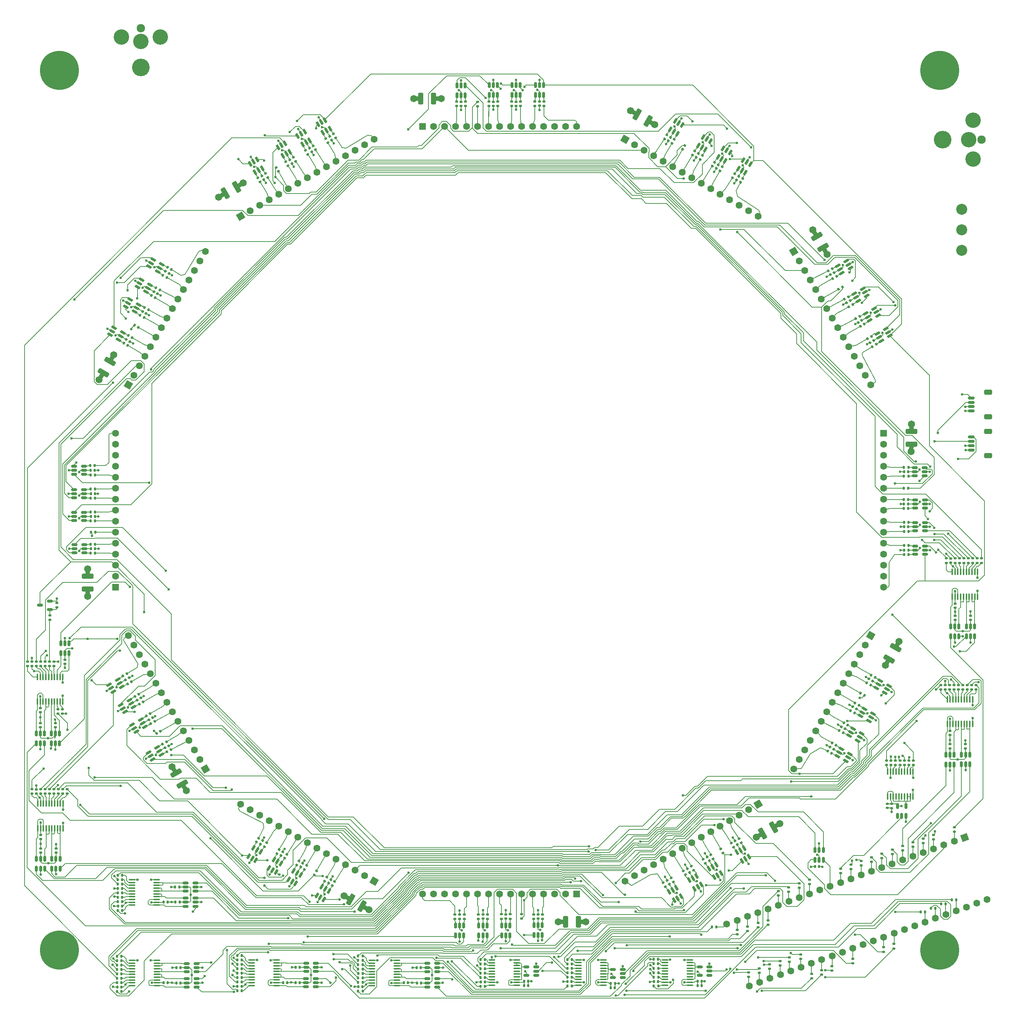
<source format=gtl>
%TF.GenerationSoftware,KiCad,Pcbnew,8.0.6-8.0.6-0~ubuntu22.04.1*%
%TF.CreationDate,2024-12-20T08:13:22-08:00*%
%TF.ProjectId,teensy_arena_12-12,7465656e-7379-45f6-9172-656e615f3132,rev?*%
%TF.SameCoordinates,Original*%
%TF.FileFunction,Copper,L1,Top*%
%TF.FilePolarity,Positive*%
%FSLAX46Y46*%
G04 Gerber Fmt 4.6, Leading zero omitted, Abs format (unit mm)*
G04 Created by KiCad (PCBNEW 8.0.6-8.0.6-0~ubuntu22.04.1) date 2024-12-20 08:13:22*
%MOMM*%
%LPD*%
G01*
G04 APERTURE LIST*
G04 Aperture macros list*
%AMRoundRect*
0 Rectangle with rounded corners*
0 $1 Rounding radius*
0 $2 $3 $4 $5 $6 $7 $8 $9 X,Y pos of 4 corners*
0 Add a 4 corners polygon primitive as box body*
4,1,4,$2,$3,$4,$5,$6,$7,$8,$9,$2,$3,0*
0 Add four circle primitives for the rounded corners*
1,1,$1+$1,$2,$3*
1,1,$1+$1,$4,$5*
1,1,$1+$1,$6,$7*
1,1,$1+$1,$8,$9*
0 Add four rect primitives between the rounded corners*
20,1,$1+$1,$2,$3,$4,$5,0*
20,1,$1+$1,$4,$5,$6,$7,0*
20,1,$1+$1,$6,$7,$8,$9,0*
20,1,$1+$1,$8,$9,$2,$3,0*%
%AMRotRect*
0 Rectangle, with rotation*
0 The origin of the aperture is its center*
0 $1 length*
0 $2 width*
0 $3 Rotation angle, in degrees counterclockwise*
0 Add horizontal line*
21,1,$1,$2,0,0,$3*%
G04 Aperture macros list end*
%TA.AperFunction,SMDPad,CuDef*%
%ADD10RoundRect,0.135000X-0.209413X-0.092715X0.024413X-0.227715X0.209413X0.092715X-0.024413X0.227715X0*%
%TD*%
%TA.AperFunction,SMDPad,CuDef*%
%ADD11RoundRect,0.135000X-0.135000X-0.185000X0.135000X-0.185000X0.135000X0.185000X-0.135000X0.185000X0*%
%TD*%
%TA.AperFunction,SMDPad,CuDef*%
%ADD12RoundRect,0.135000X-0.185000X0.135000X-0.185000X-0.135000X0.185000X-0.135000X0.185000X0.135000X0*%
%TD*%
%TA.AperFunction,SMDPad,CuDef*%
%ADD13RoundRect,0.140000X0.170000X-0.140000X0.170000X0.140000X-0.170000X0.140000X-0.170000X-0.140000X0*%
%TD*%
%TA.AperFunction,SMDPad,CuDef*%
%ADD14RoundRect,0.150000X0.512500X0.150000X-0.512500X0.150000X-0.512500X-0.150000X0.512500X-0.150000X0*%
%TD*%
%TA.AperFunction,SMDPad,CuDef*%
%ADD15RoundRect,0.150000X-0.512500X-0.150000X0.512500X-0.150000X0.512500X0.150000X-0.512500X0.150000X0*%
%TD*%
%TA.AperFunction,SMDPad,CuDef*%
%ADD16RoundRect,0.135000X0.209413X0.092715X-0.024413X0.227715X-0.209413X-0.092715X0.024413X-0.227715X0*%
%TD*%
%TA.AperFunction,SMDPad,CuDef*%
%ADD17RoundRect,0.140000X-0.206244X-0.077224X0.036244X-0.217224X0.206244X0.077224X-0.036244X0.217224X0*%
%TD*%
%TA.AperFunction,SMDPad,CuDef*%
%ADD18RoundRect,0.135000X0.135000X0.185000X-0.135000X0.185000X-0.135000X-0.185000X0.135000X-0.185000X0*%
%TD*%
%TA.AperFunction,SMDPad,CuDef*%
%ADD19RoundRect,0.150000X0.150000X-0.512500X0.150000X0.512500X-0.150000X0.512500X-0.150000X-0.512500X0*%
%TD*%
%TA.AperFunction,SMDPad,CuDef*%
%ADD20RoundRect,0.135000X-0.227715X0.024413X-0.092715X-0.209413X0.227715X-0.024413X0.092715X0.209413X0*%
%TD*%
%TA.AperFunction,SMDPad,CuDef*%
%ADD21RoundRect,0.150000X0.126346X0.518838X-0.386154X-0.368838X-0.126346X-0.518838X0.386154X0.368838X0*%
%TD*%
%TA.AperFunction,SMDPad,CuDef*%
%ADD22RoundRect,0.140000X0.140000X0.170000X-0.140000X0.170000X-0.140000X-0.170000X0.140000X-0.170000X0*%
%TD*%
%TA.AperFunction,SMDPad,CuDef*%
%ADD23RoundRect,0.140000X0.206244X0.077224X-0.036244X0.217224X-0.206244X-0.077224X0.036244X-0.217224X0*%
%TD*%
%TA.AperFunction,SMDPad,CuDef*%
%ADD24RoundRect,0.135000X0.092715X-0.209413X0.227715X0.024413X-0.092715X0.209413X-0.227715X-0.024413X0*%
%TD*%
%TA.AperFunction,SMDPad,CuDef*%
%ADD25RoundRect,0.135000X0.185000X-0.135000X0.185000X0.135000X-0.185000X0.135000X-0.185000X-0.135000X0*%
%TD*%
%TA.AperFunction,SMDPad,CuDef*%
%ADD26RoundRect,0.150000X-0.150000X0.512500X-0.150000X-0.512500X0.150000X-0.512500X0.150000X0.512500X0*%
%TD*%
%TA.AperFunction,SMDPad,CuDef*%
%ADD27RoundRect,0.250000X-0.831458X-0.790128X-0.268542X-1.115128X0.831458X0.790128X0.268542X1.115128X0*%
%TD*%
%TA.AperFunction,SMDPad,CuDef*%
%ADD28RoundRect,0.135000X-0.024413X-0.227715X0.209413X-0.092715X0.024413X0.227715X-0.209413X0.092715X0*%
%TD*%
%TA.AperFunction,ComponentPad*%
%ADD29C,9.000000*%
%TD*%
%TA.AperFunction,SMDPad,CuDef*%
%ADD30RoundRect,0.135000X0.024413X0.227715X-0.209413X0.092715X-0.024413X-0.227715X0.209413X-0.092715X0*%
%TD*%
%TA.AperFunction,SMDPad,CuDef*%
%ADD31RoundRect,0.140000X-0.170000X0.140000X-0.170000X-0.140000X0.170000X-0.140000X0.170000X0.140000X0*%
%TD*%
%TA.AperFunction,ComponentPad*%
%ADD32C,3.556000*%
%TD*%
%TA.AperFunction,ComponentPad*%
%ADD33C,1.930400*%
%TD*%
%TA.AperFunction,ComponentPad*%
%ADD34C,4.064000*%
%TD*%
%TA.AperFunction,ComponentPad*%
%ADD35R,1.600000X1.600000*%
%TD*%
%TA.AperFunction,ComponentPad*%
%ADD36C,1.600000*%
%TD*%
%TA.AperFunction,SMDPad,CuDef*%
%ADD37RoundRect,0.140000X-0.140000X-0.170000X0.140000X-0.170000X0.140000X0.170000X-0.140000X0.170000X0*%
%TD*%
%TA.AperFunction,SMDPad,CuDef*%
%ADD38RoundRect,0.100000X0.637500X0.100000X-0.637500X0.100000X-0.637500X-0.100000X0.637500X-0.100000X0*%
%TD*%
%TA.AperFunction,SMDPad,CuDef*%
%ADD39RoundRect,0.150000X0.386154X-0.368838X-0.126346X0.518838X-0.386154X0.368838X0.126346X-0.518838X0*%
%TD*%
%TA.AperFunction,ComponentPad*%
%ADD40RotRect,1.600000X1.600000X240.000000*%
%TD*%
%TA.AperFunction,SMDPad,CuDef*%
%ADD41RoundRect,0.140000X-0.036244X-0.217224X0.206244X-0.077224X0.036244X0.217224X-0.206244X0.077224X0*%
%TD*%
%TA.AperFunction,SMDPad,CuDef*%
%ADD42RoundRect,0.135000X0.227715X-0.024413X0.092715X0.209413X-0.227715X0.024413X-0.092715X-0.209413X0*%
%TD*%
%TA.AperFunction,SMDPad,CuDef*%
%ADD43RoundRect,0.135000X-0.092715X0.209413X-0.227715X-0.024413X0.092715X-0.209413X0.227715X0.024413X0*%
%TD*%
%TA.AperFunction,SMDPad,CuDef*%
%ADD44RoundRect,0.250000X-0.325000X-1.100000X0.325000X-1.100000X0.325000X1.100000X-0.325000X1.100000X0*%
%TD*%
%TA.AperFunction,SMDPad,CuDef*%
%ADD45RoundRect,0.250000X-0.790128X0.831458X-1.115128X0.268542X0.790128X-0.831458X1.115128X-0.268542X0*%
%TD*%
%TA.AperFunction,SMDPad,CuDef*%
%ADD46RoundRect,0.150000X-0.126346X-0.518838X0.386154X0.368838X0.126346X0.518838X-0.386154X-0.368838X0*%
%TD*%
%TA.AperFunction,ComponentPad*%
%ADD47C,2.540000*%
%TD*%
%TA.AperFunction,SMDPad,CuDef*%
%ADD48RoundRect,0.150000X-0.518838X0.126346X0.368838X-0.386154X0.518838X-0.126346X-0.368838X0.386154X0*%
%TD*%
%TA.AperFunction,SMDPad,CuDef*%
%ADD49RoundRect,0.150000X-0.386154X0.368838X0.126346X-0.518838X0.386154X-0.368838X-0.126346X0.518838X0*%
%TD*%
%TA.AperFunction,SMDPad,CuDef*%
%ADD50RoundRect,0.250000X1.115128X0.268542X0.790128X0.831458X-1.115128X-0.268542X-0.790128X-0.831458X0*%
%TD*%
%TA.AperFunction,ComponentPad*%
%ADD51RotRect,1.600000X1.600000X150.000000*%
%TD*%
%TA.AperFunction,ComponentPad*%
%ADD52RotRect,1.600000X1.600000X210.000000*%
%TD*%
%TA.AperFunction,SMDPad,CuDef*%
%ADD53RoundRect,0.140000X-0.077224X0.206244X-0.217224X-0.036244X0.077224X-0.206244X0.217224X0.036244X0*%
%TD*%
%TA.AperFunction,SMDPad,CuDef*%
%ADD54RoundRect,0.140000X0.036244X0.217224X-0.206244X0.077224X-0.036244X-0.217224X0.206244X-0.077224X0*%
%TD*%
%TA.AperFunction,SMDPad,CuDef*%
%ADD55RoundRect,0.150000X0.625000X-0.150000X0.625000X0.150000X-0.625000X0.150000X-0.625000X-0.150000X0*%
%TD*%
%TA.AperFunction,SMDPad,CuDef*%
%ADD56RoundRect,0.250000X0.650000X-0.350000X0.650000X0.350000X-0.650000X0.350000X-0.650000X-0.350000X0*%
%TD*%
%TA.AperFunction,SMDPad,CuDef*%
%ADD57RoundRect,0.140000X-0.217224X0.036244X-0.077224X-0.206244X0.217224X-0.036244X0.077224X0.206244X0*%
%TD*%
%TA.AperFunction,SMDPad,CuDef*%
%ADD58RoundRect,0.140000X0.217224X-0.036244X0.077224X0.206244X-0.217224X0.036244X-0.077224X-0.206244X0*%
%TD*%
%TA.AperFunction,SMDPad,CuDef*%
%ADD59RoundRect,0.150000X0.518838X-0.126346X-0.368838X0.386154X-0.518838X0.126346X0.368838X-0.386154X0*%
%TD*%
%TA.AperFunction,SMDPad,CuDef*%
%ADD60RoundRect,0.140000X0.077224X-0.206244X0.217224X0.036244X-0.077224X0.206244X-0.217224X-0.036244X0*%
%TD*%
%TA.AperFunction,SMDPad,CuDef*%
%ADD61RoundRect,0.150000X0.368838X0.386154X-0.518838X-0.126346X-0.368838X-0.386154X0.518838X0.126346X0*%
%TD*%
%TA.AperFunction,SMDPad,CuDef*%
%ADD62RoundRect,0.250000X0.268542X-1.115128X0.831458X-0.790128X-0.268542X1.115128X-0.831458X0.790128X0*%
%TD*%
%TA.AperFunction,ComponentPad*%
%ADD63RotRect,1.600000X1.600000X30.000000*%
%TD*%
%TA.AperFunction,SMDPad,CuDef*%
%ADD64RoundRect,0.150000X-0.368838X-0.386154X0.518838X0.126346X0.368838X0.386154X-0.518838X-0.126346X0*%
%TD*%
%TA.AperFunction,SMDPad,CuDef*%
%ADD65RoundRect,0.250000X-0.268542X1.115128X-0.831458X0.790128X0.268542X-1.115128X0.831458X-0.790128X0*%
%TD*%
%TA.AperFunction,SMDPad,CuDef*%
%ADD66RoundRect,0.100000X0.100000X-0.637500X0.100000X0.637500X-0.100000X0.637500X-0.100000X-0.637500X0*%
%TD*%
%TA.AperFunction,SMDPad,CuDef*%
%ADD67RoundRect,0.250000X-1.100000X0.325000X-1.100000X-0.325000X1.100000X-0.325000X1.100000X0.325000X0*%
%TD*%
%TA.AperFunction,SMDPad,CuDef*%
%ADD68RoundRect,0.250000X-1.115128X-0.268542X-0.790128X-0.831458X1.115128X0.268542X0.790128X0.831458X0*%
%TD*%
%TA.AperFunction,ComponentPad*%
%ADD69RotRect,1.600000X1.600000X200.000000*%
%TD*%
%TA.AperFunction,ComponentPad*%
%ADD70RotRect,1.600000X1.600000X60.000000*%
%TD*%
%TA.AperFunction,ComponentPad*%
%ADD71RotRect,1.600000X1.600000X120.000000*%
%TD*%
%TA.AperFunction,SMDPad,CuDef*%
%ADD72RoundRect,0.250000X0.790128X-0.831458X1.115128X-0.268542X-0.790128X0.831458X-1.115128X0.268542X0*%
%TD*%
%TA.AperFunction,ComponentPad*%
%ADD73RotRect,1.600000X1.600000X300.000000*%
%TD*%
%TA.AperFunction,SMDPad,CuDef*%
%ADD74RoundRect,0.250000X0.325000X1.100000X-0.325000X1.100000X-0.325000X-1.100000X0.325000X-1.100000X0*%
%TD*%
%TA.AperFunction,SMDPad,CuDef*%
%ADD75RoundRect,0.250000X0.831458X0.790128X0.268542X1.115128X-0.831458X-0.790128X-0.268542X-1.115128X0*%
%TD*%
%TA.AperFunction,SMDPad,CuDef*%
%ADD76RoundRect,0.250000X1.100000X-0.325000X1.100000X0.325000X-1.100000X0.325000X-1.100000X-0.325000X0*%
%TD*%
%TA.AperFunction,ComponentPad*%
%ADD77RotRect,1.600000X1.600000X330.000000*%
%TD*%
%TA.AperFunction,ViaPad*%
%ADD78C,0.600000*%
%TD*%
%TA.AperFunction,ViaPad*%
%ADD79C,1.650000*%
%TD*%
%TA.AperFunction,Conductor*%
%ADD80C,0.200000*%
%TD*%
%TA.AperFunction,Conductor*%
%ADD81C,1.000000*%
%TD*%
G04 APERTURE END LIST*
D10*
%TO.P,R215,1*%
%TO.N,/Panel Headers/HDR_SCK_1_P12*%
X263608427Y-215879500D03*
%TO.P,R215,2*%
%TO.N,Net-(R215-Pad2)*%
X264491773Y-216389500D03*
%TD*%
D11*
%TO.P,R62,1*%
%TO.N,/Level Shifters/PAN5V.MOSI_1_P12*%
X173408400Y-281575000D03*
%TO.P,R62,2*%
%TO.N,Net-(U6-B8)*%
X174428400Y-281575000D03*
%TD*%
D12*
%TO.P,R48,1*%
%TO.N,/Level Shifters/PAN5V.MOSI_0_P4*%
X271272000Y-235608400D03*
%TO.P,R48,2*%
%TO.N,Net-(U4-B6)*%
X271272000Y-236628400D03*
%TD*%
D13*
%TO.P,C30,1*%
%TO.N,+3.3V*%
X282935600Y-203155000D03*
%TO.P,C30,2*%
%TO.N,GND*%
X282935600Y-202195000D03*
%TD*%
D14*
%TO.P,U36,1*%
%TO.N,/Level Shifters/PAN5V.MOSI_0_P1*%
X275920200Y-169849800D03*
%TO.P,U36,2,GND*%
%TO.N,GND*%
X275920200Y-168899800D03*
%TO.P,U36,3*%
%TO.N,/Level Shifters/PAN5V.SCK_0_P1*%
X275920200Y-167949800D03*
%TO.P,U36,4*%
%TO.N,Net-(R127-Pad2)*%
X273645200Y-167949800D03*
%TO.P,U36,5,VCC*%
%TO.N,+5V*%
X273645200Y-168899800D03*
%TO.P,U36,6*%
%TO.N,Net-(R128-Pad2)*%
X273645200Y-169849800D03*
%TD*%
D12*
%TO.P,R75,1*%
%TO.N,/Level Shifters/PAN5V.CS_06_P2*%
X284748800Y-218182900D03*
%TO.P,R75,2*%
%TO.N,Net-(U8-B5)*%
X284748800Y-219202900D03*
%TD*%
D15*
%TO.P,U60,1*%
%TO.N,/Level Shifters/PAN5V.MOSI_1_P7*%
X79679800Y-185750200D03*
%TO.P,U60,2,GND*%
%TO.N,GND*%
X79679800Y-186700200D03*
%TO.P,U60,3*%
%TO.N,/Level Shifters/PAN5V.SCK_1_P7*%
X79679800Y-187650200D03*
%TO.P,U60,4*%
%TO.N,Net-(R175-Pad2)*%
X81954800Y-187650200D03*
%TO.P,U60,5,VCC*%
%TO.N,+5V*%
X81954800Y-186700200D03*
%TO.P,U60,6*%
%TO.N,Net-(R176-Pad2)*%
X81954800Y-185750200D03*
%TD*%
D12*
%TO.P,R201,1*%
%TO.N,/Panel Headers/HDR_CS_15_P10*%
X180263800Y-271145000D03*
%TO.P,R201,2*%
%TO.N,Net-(R201-Pad2)*%
X180263800Y-272165000D03*
%TD*%
D16*
%TO.P,R173,1*%
%TO.N,/Panel Headers/HDR_CS_29_P6*%
X100993573Y-124041000D03*
%TO.P,R173,2*%
%TO.N,Net-(R173-Pad2)*%
X100110227Y-123531000D03*
%TD*%
D14*
%TO.P,Q1,1,G*%
%TO.N,Net-(Q1-G)*%
X74026000Y-200717000D03*
%TO.P,Q1,2,S*%
%TO.N,GND*%
X74026000Y-198817000D03*
%TO.P,Q1,3,D*%
%TO.N,/Panel Headers/HDR_RESET*%
X71751000Y-199767000D03*
%TD*%
D17*
%TO.P,C67,1*%
%TO.N,+5V*%
X91657808Y-138360400D03*
%TO.P,C67,2*%
%TO.N,GND*%
X92489192Y-138840400D03*
%TD*%
D18*
%TO.P,R177,1*%
%TO.N,/Panel Headers/HDR_CS_00_P7*%
X84455000Y-180263800D03*
%TO.P,R177,2*%
%TO.N,Net-(R177-Pad2)*%
X83435000Y-180263800D03*
%TD*%
D10*
%TO.P,R222,1*%
%TO.N,/Panel Headers/HDR_EXT_INT_P12*%
X253561627Y-233419400D03*
%TO.P,R222,2*%
%TO.N,Net-(R222-Pad2)*%
X254444973Y-233929400D03*
%TD*%
D17*
%TO.P,C69,1*%
%TO.N,+5V*%
X98017208Y-127308600D03*
%TO.P,C69,2*%
%TO.N,GND*%
X98848592Y-127788600D03*
%TD*%
D19*
%TO.P,U33,1*%
%TO.N,/Level Shifters/PAN3V.CS_28*%
X70860800Y-231672100D03*
%TO.P,U33,2,GND*%
%TO.N,GND*%
X71810800Y-231672100D03*
%TO.P,U33,3*%
%TO.N,/Level Shifters/PAN3V.CS_29*%
X72760800Y-231672100D03*
%TO.P,U33,4*%
%TO.N,Net-(U14-A3)*%
X72760800Y-229397100D03*
%TO.P,U33,5,VCC*%
%TO.N,+3.3V*%
X71810800Y-229397100D03*
%TO.P,U33,6*%
%TO.N,Net-(U14-A1)*%
X70860800Y-229397100D03*
%TD*%
D20*
%TO.P,R214,1*%
%TO.N,/Panel Headers/HDR_EXT_INT_P11*%
X215601800Y-263848627D03*
%TO.P,R214,2*%
%TO.N,Net-(R214-Pad2)*%
X216111800Y-264731973D03*
%TD*%
D21*
%TO.P,U45,1*%
%TO.N,/Level Shifters/PAN5V.CS_11_P3*%
X226472474Y-92521696D03*
%TO.P,U45,2,GND*%
%TO.N,GND*%
X225649750Y-92046696D03*
%TO.P,U45,3*%
%TO.N,/Level Shifters/PAN5V.CS_10_P3*%
X224827026Y-91571696D03*
%TO.P,U45,4*%
%TO.N,Net-(R145-Pad2)*%
X223689526Y-93541904D03*
%TO.P,U45,5,VCC*%
%TO.N,+5V*%
X224512250Y-94016904D03*
%TO.P,U45,6*%
%TO.N,Net-(R146-Pad2)*%
X225334974Y-94491904D03*
%TD*%
D19*
%TO.P,U20,1*%
%TO.N,/Level Shifters/PAN3V.CS_02*%
X285577200Y-206908400D03*
%TO.P,U20,2,GND*%
%TO.N,GND*%
X286527200Y-206908400D03*
%TO.P,U20,3*%
%TO.N,/Level Shifters/PAN3V.CS_03*%
X287477200Y-206908400D03*
%TO.P,U20,4*%
%TO.N,Net-(U7-A7)*%
X287477200Y-204633400D03*
%TO.P,U20,5,VCC*%
%TO.N,+3.3V*%
X286527200Y-204633400D03*
%TO.P,U20,6*%
%TO.N,Net-(U7-A5)*%
X285577200Y-204633400D03*
%TD*%
D22*
%TO.P,C48,1*%
%TO.N,+5V*%
X272114200Y-176352200D03*
%TO.P,C48,2*%
%TO.N,GND*%
X271154200Y-176352200D03*
%TD*%
D14*
%TO.P,U28,1*%
%TO.N,/Level Shifters/PAN3V.CS_18*%
X135432800Y-284327600D03*
%TO.P,U28,2,GND*%
%TO.N,GND*%
X135432800Y-283377600D03*
%TO.P,U28,3*%
%TO.N,/Level Shifters/PAN3V.CS_19*%
X135432800Y-282427600D03*
%TO.P,U28,4*%
%TO.N,Net-(U11-A7)*%
X133157800Y-282427600D03*
%TO.P,U28,5,VCC*%
%TO.N,+3.3V*%
X133157800Y-283377600D03*
%TO.P,U28,6*%
%TO.N,Net-(U11-A5)*%
X133157800Y-284327600D03*
%TD*%
D23*
%TO.P,C91,1*%
%TO.N,+5V*%
X263942192Y-217239600D03*
%TO.P,C91,2*%
%TO.N,GND*%
X263110808Y-216759600D03*
%TD*%
D24*
%TO.P,R147,1*%
%TO.N,/Panel Headers/HDR_CS_12_P3*%
X226882900Y-98323173D03*
%TO.P,R147,2*%
%TO.N,Net-(R147-Pad2)*%
X227392900Y-97439827D03*
%TD*%
D25*
%TO.P,R10,1*%
%TO.N,/Teensy/TNY_CS_02*%
X275615400Y-254660400D03*
%TO.P,R10,2*%
%TO.N,/Level Shifters/PAN3V.CS_02*%
X275615400Y-253640400D03*
%TD*%
D13*
%TO.P,C5,1*%
%TO.N,+5V*%
X268173200Y-236625800D03*
%TO.P,C5,2*%
%TO.N,GND*%
X268173200Y-235665800D03*
%TD*%
D20*
%TO.P,R212,1*%
%TO.N,/Panel Headers/HDR_CS_23_P11*%
X220261800Y-261099527D03*
%TO.P,R212,2*%
%TO.N,Net-(R212-Pad2)*%
X220771800Y-261982873D03*
%TD*%
D12*
%TO.P,R203,1*%
%TO.N,/Panel Headers/HDR_CS_17_P10*%
X175031400Y-271170400D03*
%TO.P,R203,2*%
%TO.N,Net-(R203-Pad2)*%
X175031400Y-272190400D03*
%TD*%
D26*
%TO.P,U2,1*%
%TO.N,/Level Shifters/PAN3V.MISO_0*%
X252547200Y-256260400D03*
%TO.P,U2,2,GND*%
%TO.N,GND*%
X251597200Y-256260400D03*
%TO.P,U2,3*%
%TO.N,/Level Shifters/PAN3V.MISO_1*%
X250647200Y-256260400D03*
%TO.P,U2,4*%
%TO.N,/Teensy/TNY_MISO_1*%
X250647200Y-258535400D03*
%TO.P,U2,5,VCC*%
%TO.N,+3.3V*%
X251597200Y-258535400D03*
%TO.P,U2,6*%
%TO.N,/Teensy/TNY_MISO_0*%
X252547200Y-258535400D03*
%TD*%
D27*
%TO.P,C97,1*%
%TO.N,+5V*%
X209581313Y-86383100D03*
%TO.P,C97,2*%
%TO.N,GND*%
X212136087Y-87858100D03*
%TD*%
D16*
%TO.P,R168,1*%
%TO.N,/Panel Headers/HDR_MOSI_0_P6*%
X93007573Y-137960800D03*
%TO.P,R168,2*%
%TO.N,Net-(R168-Pad2)*%
X92124227Y-137450800D03*
%TD*%
D28*
%TO.P,R139,1*%
%TO.N,/Panel Headers/HDR_CS_07_P2*%
X260045427Y-133512500D03*
%TO.P,R139,2*%
%TO.N,Net-(R139-Pad2)*%
X260928773Y-133002500D03*
%TD*%
D11*
%TO.P,R91,1*%
%TO.N,/Level Shifters/PAN5V.CS_14_P3*%
X145170600Y-283819600D03*
%TO.P,R91,2*%
%TO.N,Net-(U10-B5)*%
X146190600Y-283819600D03*
%TD*%
D12*
%TO.P,R86,1*%
%TO.N,/Level Shifters/PAN5V.CS_11_P9*%
X78003400Y-242222000D03*
%TO.P,R86,2*%
%TO.N,Net-(U9-B8)*%
X78003400Y-243242000D03*
%TD*%
D29*
%TO.P,H1,1,1*%
%TO.N,GND*%
X76200000Y-76200000D03*
%TD*%
D28*
%TO.P,R135,1*%
%TO.N,/Panel Headers/HDR_SCK_0_P2*%
X253682027Y-122527500D03*
%TO.P,R135,2*%
%TO.N,Net-(R135-Pad2)*%
X254565373Y-122017500D03*
%TD*%
D30*
%TO.P,R189,1*%
%TO.N,/Panel Headers/HDR_CS_09_P8*%
X92840173Y-217436800D03*
%TO.P,R189,2*%
%TO.N,Net-(R189-Pad2)*%
X91956827Y-217946800D03*
%TD*%
D10*
%TO.P,R234,1*%
%TO.N,/Panel Headers/HDR_MISO_1_P12*%
X261153727Y-220058400D03*
%TO.P,R234,2*%
%TO.N,/Level Shifters/PAN5V.MISO_1*%
X262037073Y-220568400D03*
%TD*%
D31*
%TO.P,C61,1*%
%TO.N,+5V*%
X181635400Y-83460400D03*
%TO.P,C61,2*%
%TO.N,GND*%
X181635400Y-84420400D03*
%TD*%
D18*
%TO.P,R181,1*%
%TO.N,/Panel Headers/HDR_CS_04_P7*%
X84404200Y-169646600D03*
%TO.P,R181,2*%
%TO.N,Net-(R181-Pad2)*%
X83384200Y-169646600D03*
%TD*%
D32*
%TO.P,J4,*%
%TO.N,*%
X90504200Y-68506600D03*
D33*
X95000000Y-66500000D03*
D32*
X99495800Y-68506600D03*
D34*
%TO.P,J4,1*%
%TO.N,+5V*%
X95000000Y-75491600D03*
D32*
%TO.P,J4,2*%
%TO.N,GND*%
X95000000Y-69497200D03*
%TD*%
D35*
%TO.P,P10,1*%
%TO.N,+5V*%
X195580000Y-266474000D03*
D36*
%TO.P,P10,2*%
%TO.N,GND*%
X193040000Y-266474000D03*
%TO.P,P10,3*%
%TO.N,/Panel Headers/HDR_RESET*%
X190500000Y-266474000D03*
%TO.P,P10,4*%
%TO.N,/Panel Headers/HDR_SCK_1_P10*%
X187960000Y-266474000D03*
%TO.P,P10,5*%
%TO.N,/Panel Headers/HDR_MOSI_1_P10*%
X185420000Y-266474000D03*
%TO.P,P10,6*%
%TO.N,/Panel Headers/HDR_MISO_1_P10*%
X182880000Y-266474000D03*
%TO.P,P10,7*%
%TO.N,/Panel Headers/HDR_CS_15_P10*%
X180340000Y-266474000D03*
%TO.P,P10,8*%
%TO.N,/Panel Headers/HDR_CS_16_P10*%
X177800000Y-266474000D03*
%TO.P,P10,9*%
%TO.N,/Panel Headers/HDR_CS_17_P10*%
X175260000Y-266474000D03*
%TO.P,P10,10*%
%TO.N,/Panel Headers/HDR_CS_18_P10*%
X172720000Y-266474000D03*
%TO.P,P10,11*%
%TO.N,/Panel Headers/HDR_CS_19_P10*%
X170180000Y-266474000D03*
%TO.P,P10,12*%
%TO.N,unconnected-(P10-Pad12)*%
X167640000Y-266474000D03*
%TO.P,P10,13*%
%TO.N,unconnected-(P10-Pad13)*%
X165100000Y-266474000D03*
%TO.P,P10,14*%
%TO.N,unconnected-(P10-Pad14)*%
X162560000Y-266474000D03*
%TO.P,P10,15*%
%TO.N,/Panel Headers/HDR_EXT_INT_P10*%
X160020000Y-266474000D03*
%TD*%
D37*
%TO.P,C26,1*%
%TO.N,+3.3V*%
X223514000Y-286588200D03*
%TO.P,C26,2*%
%TO.N,GND*%
X224474000Y-286588200D03*
%TD*%
D26*
%TO.P,U48,1*%
%TO.N,/Level Shifters/PAN5V.MOSI_0_P4*%
X169849800Y-79679800D03*
%TO.P,U48,2,GND*%
%TO.N,GND*%
X168899800Y-79679800D03*
%TO.P,U48,3*%
%TO.N,/Level Shifters/PAN5V.SCK_0_P4*%
X167949800Y-79679800D03*
%TO.P,U48,4*%
%TO.N,Net-(R151-Pad2)*%
X167949800Y-81954800D03*
%TO.P,U48,5,VCC*%
%TO.N,+5V*%
X168899800Y-81954800D03*
%TO.P,U48,6*%
%TO.N,Net-(R152-Pad2)*%
X169849800Y-81954800D03*
%TD*%
D38*
%TO.P,U13,1,A1*%
%TO.N,Net-(U13-A1)*%
X98677200Y-269005600D03*
%TO.P,U13,2,VCCA*%
%TO.N,+3.3V*%
X98677200Y-268355600D03*
%TO.P,U13,3,A2*%
%TO.N,Net-(U13-A1)*%
X98677200Y-267705600D03*
%TO.P,U13,4,A3*%
%TO.N,Net-(U13-A3)*%
X98677200Y-267055600D03*
%TO.P,U13,5,A4*%
X98677200Y-266405600D03*
%TO.P,U13,6,A5*%
%TO.N,Net-(U13-A5)*%
X98677200Y-265755600D03*
%TO.P,U13,7,A6*%
X98677200Y-265105600D03*
%TO.P,U13,8,A7*%
%TO.N,Net-(U13-A7)*%
X98677200Y-264455600D03*
%TO.P,U13,9,A8*%
X98677200Y-263805600D03*
%TO.P,U13,10,OE*%
%TO.N,+3.3V*%
X98677200Y-263155600D03*
%TO.P,U13,11,GND*%
%TO.N,GND*%
X92952200Y-263155600D03*
%TO.P,U13,12,B8*%
%TO.N,Net-(U13-B8)*%
X92952200Y-263805600D03*
%TO.P,U13,13,B7*%
%TO.N,Net-(U13-B7)*%
X92952200Y-264455600D03*
%TO.P,U13,14,B6*%
%TO.N,Net-(U13-B6)*%
X92952200Y-265105600D03*
%TO.P,U13,15,B5*%
%TO.N,Net-(U13-B5)*%
X92952200Y-265755600D03*
%TO.P,U13,16,B4*%
%TO.N,Net-(U13-B4)*%
X92952200Y-266405600D03*
%TO.P,U13,17,B3*%
%TO.N,Net-(U13-B3)*%
X92952200Y-267055600D03*
%TO.P,U13,18,B2*%
%TO.N,Net-(U13-B2)*%
X92952200Y-267705600D03*
%TO.P,U13,19,VCCB*%
%TO.N,+5V*%
X92952200Y-268355600D03*
%TO.P,U13,20,B1*%
%TO.N,Net-(U13-B1)*%
X92952200Y-269005600D03*
%TD*%
D14*
%TO.P,U38,1*%
%TO.N,/Level Shifters/PAN5V.CS_03_P1*%
X275989400Y-182575200D03*
%TO.P,U38,2,GND*%
%TO.N,GND*%
X275989400Y-181625200D03*
%TO.P,U38,3*%
%TO.N,/Level Shifters/PAN5V.CS_02_P1*%
X275989400Y-180675200D03*
%TO.P,U38,4*%
%TO.N,Net-(R131-Pad2)*%
X273714400Y-180675200D03*
%TO.P,U38,5,VCC*%
%TO.N,+5V*%
X273714400Y-181625200D03*
%TO.P,U38,6*%
%TO.N,Net-(R132-Pad2)*%
X273714400Y-182575200D03*
%TD*%
D39*
%TO.P,U79,1*%
%TO.N,/Level Shifters/PAN5V.EXT_INT*%
X218078226Y-267924704D03*
%TO.P,U79,2,GND*%
%TO.N,GND*%
X218900950Y-267449704D03*
%TO.P,U79,3*%
%TO.N,/Level Shifters/PAN5V.CS_24_P11*%
X219723674Y-266974704D03*
%TO.P,U79,4*%
%TO.N,Net-(R213-Pad2)*%
X218586174Y-265004496D03*
%TO.P,U79,5,VCC*%
%TO.N,+5V*%
X217763450Y-265479496D03*
%TO.P,U79,6*%
%TO.N,Net-(R214-Pad2)*%
X216940726Y-265954496D03*
%TD*%
D28*
%TO.P,R141,1*%
%TO.N,/Panel Headers/HDR_CS_09_P2*%
X262759827Y-138163200D03*
%TO.P,R141,2*%
%TO.N,Net-(R141-Pad2)*%
X263643173Y-137653200D03*
%TD*%
D22*
%TO.P,C19,1*%
%TO.N,+5V*%
X118268200Y-287812400D03*
%TO.P,C19,2*%
%TO.N,GND*%
X117308200Y-287812400D03*
%TD*%
D40*
%TO.P,P12,1*%
%TO.N,+5V*%
X263484000Y-206739068D03*
D36*
%TO.P,P12,2*%
%TO.N,GND*%
X262214000Y-208938773D03*
%TO.P,P12,3*%
%TO.N,/Panel Headers/HDR_RESET*%
X260944000Y-211138477D03*
%TO.P,P12,4*%
%TO.N,/Panel Headers/HDR_SCK_1_P12*%
X259674000Y-213338182D03*
%TO.P,P12,5*%
%TO.N,/Panel Headers/HDR_MOSI_1_P12*%
X258404000Y-215537886D03*
%TO.P,P12,6*%
%TO.N,/Panel Headers/HDR_MISO_1_P12*%
X257134000Y-217737591D03*
%TO.P,P12,7*%
%TO.N,/Panel Headers/HDR_CS_25_P12*%
X255864000Y-219937295D03*
%TO.P,P12,8*%
%TO.N,/Panel Headers/HDR_CS_26_P12*%
X254594000Y-222137000D03*
%TO.P,P12,9*%
%TO.N,/Panel Headers/HDR_CS_27_P12*%
X253324000Y-224336705D03*
%TO.P,P12,10*%
%TO.N,/Panel Headers/HDR_CS_28_P12*%
X252054000Y-226536409D03*
%TO.P,P12,11*%
%TO.N,/Panel Headers/HDR_CS_29_P12*%
X250784000Y-228736114D03*
%TO.P,P12,12*%
%TO.N,unconnected-(P12-Pad12)*%
X249514000Y-230935818D03*
%TO.P,P12,13*%
%TO.N,unconnected-(P12-Pad13)*%
X248244000Y-233135523D03*
%TO.P,P12,14*%
%TO.N,unconnected-(P12-Pad14)*%
X246974000Y-235335227D03*
%TO.P,P12,15*%
%TO.N,/Panel Headers/HDR_EXT_INT_P12*%
X245704000Y-237534932D03*
%TD*%
D25*
%TO.P,R151,1*%
%TO.N,/Panel Headers/HDR_SCK_0_P4*%
X167873600Y-84448000D03*
%TO.P,R151,2*%
%TO.N,Net-(R151-Pad2)*%
X167873600Y-83428000D03*
%TD*%
D22*
%TO.P,C39,1*%
%TO.N,+3.3V*%
X131679400Y-283392800D03*
%TO.P,C39,2*%
%TO.N,GND*%
X130719400Y-283392800D03*
%TD*%
D25*
%TO.P,R9,1*%
%TO.N,/Teensy/TNY_CS_01*%
X278003000Y-253796800D03*
%TO.P,R9,2*%
%TO.N,/Level Shifters/PAN3V.CS_01*%
X278003000Y-252776800D03*
%TD*%
%TO.P,R226,1*%
%TO.N,/Panel Headers/HDR_MISO_0_P4*%
X172720000Y-84484400D03*
%TO.P,R226,2*%
%TO.N,/Level Shifters/PAN5V.MISO_0*%
X172720000Y-83464400D03*
%TD*%
D12*
%TO.P,R74,1*%
%TO.N,/Level Shifters/PAN5V.CS_05_P8*%
X283732800Y-218184900D03*
%TO.P,R74,2*%
%TO.N,Net-(U8-B4)*%
X283732800Y-219204900D03*
%TD*%
D15*
%TO.P,U62,1*%
%TO.N,/Level Shifters/PAN5V.CS_03_P7*%
X79610600Y-173024800D03*
%TO.P,U62,2,GND*%
%TO.N,GND*%
X79610600Y-173974800D03*
%TO.P,U62,3*%
%TO.N,/Level Shifters/PAN5V.CS_02_P7*%
X79610600Y-174924800D03*
%TO.P,U62,4*%
%TO.N,Net-(R179-Pad2)*%
X81885600Y-174924800D03*
%TO.P,U62,5,VCC*%
%TO.N,+5V*%
X81885600Y-173974800D03*
%TO.P,U62,6*%
%TO.N,Net-(R180-Pad2)*%
X81885600Y-173024800D03*
%TD*%
D35*
%TO.P,P7,1*%
%TO.N,+5V*%
X89126000Y-195580000D03*
D36*
%TO.P,P7,2*%
%TO.N,GND*%
X89126000Y-193040000D03*
%TO.P,P7,3*%
%TO.N,/Panel Headers/HDR_RESET*%
X89126000Y-190500000D03*
%TO.P,P7,4*%
%TO.N,/Panel Headers/HDR_SCK_1_P7*%
X89126000Y-187960000D03*
%TO.P,P7,5*%
%TO.N,/Panel Headers/HDR_MOSI_1_P7*%
X89126000Y-185420000D03*
%TO.P,P7,6*%
%TO.N,/Panel Headers/HDR_MISO_1_P7*%
X89126000Y-182880000D03*
%TO.P,P7,7*%
%TO.N,/Panel Headers/HDR_CS_00_P7*%
X89126000Y-180340000D03*
%TO.P,P7,8*%
%TO.N,/Panel Headers/HDR_CS_01_P7*%
X89126000Y-177800000D03*
%TO.P,P7,9*%
%TO.N,/Panel Headers/HDR_CS_02_P7*%
X89126000Y-175260000D03*
%TO.P,P7,10*%
%TO.N,/Panel Headers/HDR_CS_03_P7*%
X89126000Y-172720000D03*
%TO.P,P7,11*%
%TO.N,/Panel Headers/HDR_CS_04_P7*%
X89126000Y-170180000D03*
%TO.P,P7,12*%
%TO.N,unconnected-(P7-Pad12)*%
X89126000Y-167640000D03*
%TO.P,P7,13*%
%TO.N,unconnected-(P7-Pad13)*%
X89126000Y-165100000D03*
%TO.P,P7,14*%
%TO.N,unconnected-(P7-Pad14)*%
X89126000Y-162560000D03*
%TO.P,P7,15*%
%TO.N,/Panel Headers/HDR_EXT_INT_P7*%
X89126000Y-160020000D03*
%TD*%
D12*
%TO.P,R68,1*%
%TO.N,/Level Shifters/PAN5V.CS_03_P1*%
X288066400Y-188931000D03*
%TO.P,R68,2*%
%TO.N,Net-(U7-B7)*%
X288066400Y-189951000D03*
%TD*%
D22*
%TO.P,C40,1*%
%TO.N,+3.3V*%
X104149200Y-286985400D03*
%TO.P,C40,2*%
%TO.N,GND*%
X103189200Y-286985400D03*
%TD*%
D11*
%TO.P,R44,1*%
%TO.N,/Level Shifters/PAN5V.SCK_0_P6*%
X213404800Y-281533600D03*
%TO.P,R44,2*%
%TO.N,Net-(U3-B8)*%
X214424800Y-281533600D03*
%TD*%
D41*
%TO.P,C76,1*%
%TO.N,+5V*%
X96845408Y-226210900D03*
%TO.P,C76,2*%
%TO.N,GND*%
X97676792Y-225730900D03*
%TD*%
D37*
%TO.P,C73,1*%
%TO.N,+5V*%
X83460400Y-173964600D03*
%TO.P,C73,2*%
%TO.N,GND*%
X84420400Y-173964600D03*
%TD*%
D12*
%TO.P,R206,1*%
%TO.N,/Panel Headers/HDR_EXT_INT_P10*%
X167513000Y-271221200D03*
%TO.P,R206,2*%
%TO.N,Net-(R206-Pad2)*%
X167513000Y-272241200D03*
%TD*%
D42*
%TO.P,R163,1*%
%TO.N,/Panel Headers/HDR_CS_22_P5*%
X133512500Y-95554573D03*
%TO.P,R163,2*%
%TO.N,Net-(R163-Pad2)*%
X133002500Y-94671227D03*
%TD*%
D43*
%TO.P,R231,1*%
%TO.N,/Panel Headers/HDR_MISO_1_P9*%
X135541600Y-261153727D03*
%TO.P,R231,2*%
%TO.N,/Level Shifters/PAN5V.MISO_1*%
X135031600Y-262037073D03*
%TD*%
D25*
%TO.P,R8,1*%
%TO.N,/Teensy/TNY_CS_00*%
X282778200Y-252044200D03*
%TO.P,R8,2*%
%TO.N,/Level Shifters/PAN3V.CS_00*%
X282778200Y-251024200D03*
%TD*%
D12*
%TO.P,R82,1*%
%TO.N,/Level Shifters/PAN5V.CS_09_P8*%
X73939400Y-242226000D03*
%TO.P,R82,2*%
%TO.N,Net-(U9-B4)*%
X73939400Y-243246000D03*
%TD*%
D43*
%TO.P,R194,1*%
%TO.N,/Panel Headers/HDR_CS_11_P9*%
X131479500Y-258842327D03*
%TO.P,R194,2*%
%TO.N,Net-(R194-Pad2)*%
X130969500Y-259725673D03*
%TD*%
D12*
%TO.P,R124,1*%
%TO.N,/Level Shifters/PAN5V.EXT_INT*%
X74980800Y-212776400D03*
%TO.P,R124,2*%
%TO.N,Net-(U14-B6)*%
X74980800Y-213796400D03*
%TD*%
D37*
%TO.P,C2,1*%
%TO.N,+3.3V*%
X223539400Y-287629600D03*
%TO.P,C2,2*%
%TO.N,GND*%
X224499400Y-287629600D03*
%TD*%
D12*
%TO.P,R70,1*%
%TO.N,/Level Shifters/PAN5V.CS_03_P7*%
X289082400Y-188931000D03*
%TO.P,R70,2*%
%TO.N,Net-(U7-B8)*%
X289082400Y-189951000D03*
%TD*%
D44*
%TO.P,C98,1*%
%TO.N,+5V*%
X159615000Y-82740000D03*
%TO.P,C98,2*%
%TO.N,GND*%
X162565000Y-82740000D03*
%TD*%
D14*
%TO.P,U37,1*%
%TO.N,/Level Shifters/PAN5V.CS_01_P1*%
X275989400Y-177312400D03*
%TO.P,U37,2,GND*%
%TO.N,GND*%
X275989400Y-176362400D03*
%TO.P,U37,3*%
%TO.N,/Level Shifters/PAN5V.CS_00_P1*%
X275989400Y-175412400D03*
%TO.P,U37,4*%
%TO.N,Net-(R129-Pad2)*%
X273714400Y-175412400D03*
%TO.P,U37,5,VCC*%
%TO.N,+5V*%
X273714400Y-176362400D03*
%TO.P,U37,6*%
%TO.N,Net-(R130-Pad2)*%
X273714400Y-177312400D03*
%TD*%
D15*
%TO.P,U63,1*%
%TO.N,/Level Shifters/PAN5V.EXT_INT*%
X79610600Y-167619600D03*
%TO.P,U63,2,GND*%
%TO.N,GND*%
X79610600Y-168569600D03*
%TO.P,U63,3*%
%TO.N,/Level Shifters/PAN5V.CS_04_P7*%
X79610600Y-169519600D03*
%TO.P,U63,4*%
%TO.N,Net-(R181-Pad2)*%
X81885600Y-169519600D03*
%TO.P,U63,5,VCC*%
%TO.N,+5V*%
X81885600Y-168569600D03*
%TO.P,U63,6*%
%TO.N,Net-(R182-Pad2)*%
X81885600Y-167619600D03*
%TD*%
D20*
%TO.P,R233,1*%
%TO.N,/Panel Headers/HDR_MISO_1_P11*%
X228857200Y-256073727D03*
%TO.P,R233,2*%
%TO.N,/Level Shifters/PAN5V.MISO_1*%
X229367200Y-256957073D03*
%TD*%
D45*
%TO.P,C106,1*%
%TO.N,+5V*%
X269216900Y-209581313D03*
%TO.P,C106,2*%
%TO.N,GND*%
X267741900Y-212136087D03*
%TD*%
D11*
%TO.P,R42,1*%
%TO.N,/Level Shifters/PAN5V.SCK_0_P4*%
X213408800Y-283616400D03*
%TO.P,R42,2*%
%TO.N,Net-(U3-B6)*%
X214428800Y-283616400D03*
%TD*%
D26*
%TO.P,U49,1*%
%TO.N,/Level Shifters/PAN5V.CS_16_P4*%
X177312400Y-79610600D03*
%TO.P,U49,2,GND*%
%TO.N,GND*%
X176362400Y-79610600D03*
%TO.P,U49,3*%
%TO.N,/Level Shifters/PAN5V.CS_15_P4*%
X175412400Y-79610600D03*
%TO.P,U49,4*%
%TO.N,Net-(R153-Pad2)*%
X175412400Y-81885600D03*
%TO.P,U49,5,VCC*%
%TO.N,+5V*%
X176362400Y-81885600D03*
%TO.P,U49,6*%
%TO.N,Net-(R154-Pad2)*%
X177312400Y-81885600D03*
%TD*%
D14*
%TO.P,U26,1*%
%TO.N,/Level Shifters/PAN3V.CS_12*%
X163390600Y-287929400D03*
%TO.P,U26,2,GND*%
%TO.N,GND*%
X163390600Y-286979400D03*
%TO.P,U26,3*%
%TO.N,/Level Shifters/PAN3V.CS_13*%
X163390600Y-286029400D03*
%TO.P,U26,4*%
%TO.N,Net-(U10-A3)*%
X161115600Y-286029400D03*
%TO.P,U26,5,VCC*%
%TO.N,+3.3V*%
X161115600Y-286979400D03*
%TO.P,U26,6*%
%TO.N,Net-(U10-A1)*%
X161115600Y-287929400D03*
%TD*%
D25*
%TO.P,R152,1*%
%TO.N,/Panel Headers/HDR_MOSI_0_P4*%
X169905600Y-84448000D03*
%TO.P,R152,2*%
%TO.N,Net-(R152-Pad2)*%
X169905600Y-83428000D03*
%TD*%
D23*
%TO.P,C93,1*%
%TO.N,+5V*%
X257582792Y-228291400D03*
%TO.P,C93,2*%
%TO.N,GND*%
X256751408Y-227811400D03*
%TD*%
D46*
%TO.P,U70,1*%
%TO.N,/Level Shifters/PAN5V.CS_13_P9*%
X124569826Y-260446904D03*
%TO.P,U70,2,GND*%
%TO.N,GND*%
X125392550Y-260921904D03*
%TO.P,U70,3*%
%TO.N,/Level Shifters/PAN5V.CS_12_P9*%
X126215274Y-261396904D03*
%TO.P,U70,4*%
%TO.N,Net-(R195-Pad2)*%
X127352774Y-259426696D03*
%TO.P,U70,5,VCC*%
%TO.N,+5V*%
X126530050Y-258951696D03*
%TO.P,U70,6*%
%TO.N,Net-(R196-Pad2)*%
X125707326Y-258476696D03*
%TD*%
D30*
%TO.P,R184,1*%
%TO.N,/Panel Headers/HDR_MOSI_1_P8*%
X100901973Y-231312700D03*
%TO.P,R184,2*%
%TO.N,Net-(R184-Pad2)*%
X100018627Y-231822700D03*
%TD*%
D12*
%TO.P,R50,1*%
%TO.N,/Level Shifters/PAN5V.MOSI_0_P6*%
X273354800Y-235608400D03*
%TO.P,R50,2*%
%TO.N,Net-(U4-B8)*%
X273354800Y-236628400D03*
%TD*%
D47*
%TO.P,SW1,1,A*%
%TO.N,/Power/SW_5V*%
X284480000Y-117752500D03*
%TO.P,SW1,2,B*%
%TO.N,+5V*%
X284480000Y-113002700D03*
%TO.P,SW1,3,C*%
%TO.N,GND*%
X284480000Y-108252900D03*
%TD*%
D39*
%TO.P,U76,1*%
%TO.N,/Level Shifters/PAN5V.MOSI_1_P11*%
X233745126Y-258799504D03*
%TO.P,U76,2,GND*%
%TO.N,GND*%
X234567850Y-258324504D03*
%TO.P,U76,3*%
%TO.N,/Level Shifters/PAN5V.SCK_1_P11*%
X235390574Y-257849504D03*
%TO.P,U76,4*%
%TO.N,Net-(R207-Pad2)*%
X234253074Y-255879296D03*
%TO.P,U76,5,VCC*%
%TO.N,+5V*%
X233430350Y-256354296D03*
%TO.P,U76,6*%
%TO.N,Net-(R208-Pad2)*%
X232607626Y-256829296D03*
%TD*%
D48*
%TO.P,U56,1*%
%TO.N,/Level Shifters/PAN5V.MOSI_0_P6*%
X88850296Y-135624926D03*
%TO.P,U56,2,GND*%
%TO.N,GND*%
X88375296Y-136447650D03*
%TO.P,U56,3*%
%TO.N,/Level Shifters/PAN5V.SCK_0_P6*%
X87900296Y-137270374D03*
%TO.P,U56,4*%
%TO.N,Net-(R167-Pad2)*%
X89870504Y-138407874D03*
%TO.P,U56,5,VCC*%
%TO.N,+5V*%
X90345504Y-137585150D03*
%TO.P,U56,6*%
%TO.N,Net-(R168-Pad2)*%
X90820504Y-136762426D03*
%TD*%
D11*
%TO.P,R133,1*%
%TO.N,/Panel Headers/HDR_CS_04_P1*%
X271195800Y-185953400D03*
%TO.P,R133,2*%
%TO.N,Net-(R133-Pad2)*%
X272215800Y-185953400D03*
%TD*%
D49*
%TO.P,U53,1*%
%TO.N,/Level Shifters/PAN5V.CS_21_P5*%
X128282974Y-93009296D03*
%TO.P,U53,2,GND*%
%TO.N,GND*%
X127460250Y-93484296D03*
%TO.P,U53,3*%
%TO.N,/Level Shifters/PAN5V.CS_20_P5*%
X126637526Y-93959296D03*
%TO.P,U53,4*%
%TO.N,Net-(R161-Pad2)*%
X127775026Y-95929504D03*
%TO.P,U53,5,VCC*%
%TO.N,+5V*%
X128597750Y-95454504D03*
%TO.P,U53,6*%
%TO.N,Net-(R162-Pad2)*%
X129420474Y-94979504D03*
%TD*%
D16*
%TO.P,R171,1*%
%TO.N,/Panel Headers/HDR_CS_27_P6*%
X98323173Y-128717100D03*
%TO.P,R171,2*%
%TO.N,Net-(R171-Pad2)*%
X97439827Y-128207100D03*
%TD*%
D11*
%TO.P,R107,1*%
%TO.N,/Level Shifters/PAN5V.CS_22_P5*%
X89527400Y-283852000D03*
%TO.P,R107,2*%
%TO.N,Net-(U12-B5)*%
X90547400Y-283852000D03*
%TD*%
D10*
%TO.P,R216,1*%
%TO.N,/Panel Headers/HDR_MOSI_1_P12*%
X262592427Y-217639200D03*
%TO.P,R216,2*%
%TO.N,Net-(R216-Pad2)*%
X263475773Y-218149200D03*
%TD*%
D11*
%TO.P,R127,1*%
%TO.N,/Panel Headers/HDR_SCK_0_P1*%
X271152000Y-167873600D03*
%TO.P,R127,2*%
%TO.N,Net-(R127-Pad2)*%
X272172000Y-167873600D03*
%TD*%
D42*
%TO.P,R161,1*%
%TO.N,/Panel Headers/HDR_CS_20_P5*%
X128993800Y-98192773D03*
%TO.P,R161,2*%
%TO.N,Net-(R161-Pad2)*%
X128483800Y-97309427D03*
%TD*%
D28*
%TO.P,R136,1*%
%TO.N,/Panel Headers/HDR_MOSI_0_P2*%
X254698027Y-124287300D03*
%TO.P,R136,2*%
%TO.N,Net-(R136-Pad2)*%
X255581373Y-123777300D03*
%TD*%
D38*
%TO.P,U6,1,A1*%
%TO.N,Net-(U6-A1)*%
X181751700Y-287528000D03*
%TO.P,U6,2,VCCA*%
%TO.N,+3.3V*%
X181751700Y-286878000D03*
%TO.P,U6,3,A2*%
%TO.N,Net-(U6-A1)*%
X181751700Y-286228000D03*
%TO.P,U6,4,A3*%
%TO.N,unconnected-(U6-A3-Pad4)*%
X181751700Y-285578000D03*
%TO.P,U6,5,A4*%
%TO.N,Net-(U6-A1)*%
X181751700Y-284928000D03*
%TO.P,U6,6,A5*%
%TO.N,unconnected-(U6-A5-Pad6)*%
X181751700Y-284278000D03*
%TO.P,U6,7,A6*%
%TO.N,Net-(U6-A1)*%
X181751700Y-283628000D03*
%TO.P,U6,8,A7*%
X181751700Y-282978000D03*
%TO.P,U6,9,A8*%
X181751700Y-282328000D03*
%TO.P,U6,10,OE*%
%TO.N,+3.3V*%
X181751700Y-281678000D03*
%TO.P,U6,11,GND*%
%TO.N,GND*%
X176026700Y-281678000D03*
%TO.P,U6,12,B8*%
%TO.N,Net-(U6-B8)*%
X176026700Y-282328000D03*
%TO.P,U6,13,B7*%
%TO.N,Net-(U6-B7)*%
X176026700Y-282978000D03*
%TO.P,U6,14,B6*%
%TO.N,Net-(U6-B6)*%
X176026700Y-283628000D03*
%TO.P,U6,15,B5*%
%TO.N,unconnected-(U6-B5-Pad15)*%
X176026700Y-284278000D03*
%TO.P,U6,16,B4*%
%TO.N,Net-(U6-B4)*%
X176026700Y-284928000D03*
%TO.P,U6,17,B3*%
%TO.N,unconnected-(U6-B3-Pad17)*%
X176026700Y-285578000D03*
%TO.P,U6,18,B2*%
%TO.N,Net-(U6-B2)*%
X176026700Y-286228000D03*
%TO.P,U6,19,VCCB*%
%TO.N,+5V*%
X176026700Y-286878000D03*
%TO.P,U6,20,B1*%
%TO.N,Net-(U6-B1)*%
X176026700Y-287528000D03*
%TD*%
D12*
%TO.P,R80,1*%
%TO.N,/Level Shifters/PAN5V.CS_08_P8*%
X71907400Y-242226000D03*
%TO.P,R80,2*%
%TO.N,Net-(U9-B2)*%
X71907400Y-243246000D03*
%TD*%
D43*
%TO.P,R193,1*%
%TO.N,/Panel Headers/HDR_CS_10_P9*%
X133261200Y-259871027D03*
%TO.P,R193,2*%
%TO.N,Net-(R193-Pad2)*%
X132751200Y-260754373D03*
%TD*%
D31*
%TO.P,C60,1*%
%TO.N,+5V*%
X176352200Y-83485800D03*
%TO.P,C60,2*%
%TO.N,GND*%
X176352200Y-84445800D03*
%TD*%
D18*
%TO.P,R179,1*%
%TO.N,/Panel Headers/HDR_CS_02_P7*%
X84429600Y-175031400D03*
%TO.P,R179,2*%
%TO.N,Net-(R179-Pad2)*%
X83409600Y-175031400D03*
%TD*%
D11*
%TO.P,R43,1*%
%TO.N,/Level Shifters/PAN5V.SCK_0_P5*%
X213406800Y-282575000D03*
%TO.P,R43,2*%
%TO.N,Net-(U3-B7)*%
X214426800Y-282575000D03*
%TD*%
D38*
%TO.P,U10,1,A1*%
%TO.N,Net-(U10-A1)*%
X154100000Y-287629600D03*
%TO.P,U10,2,VCCA*%
%TO.N,+3.3V*%
X154100000Y-286979600D03*
%TO.P,U10,3,A2*%
%TO.N,Net-(U10-A1)*%
X154100000Y-286329600D03*
%TO.P,U10,4,A3*%
%TO.N,Net-(U10-A3)*%
X154100000Y-285679600D03*
%TO.P,U10,5,A4*%
X154100000Y-285029600D03*
%TO.P,U10,6,A5*%
%TO.N,Net-(U10-A5)*%
X154100000Y-284379600D03*
%TO.P,U10,7,A6*%
X154100000Y-283729600D03*
%TO.P,U10,8,A7*%
%TO.N,Net-(U10-A7)*%
X154100000Y-283079600D03*
%TO.P,U10,9,A8*%
X154100000Y-282429600D03*
%TO.P,U10,10,OE*%
%TO.N,+3.3V*%
X154100000Y-281779600D03*
%TO.P,U10,11,GND*%
%TO.N,GND*%
X148375000Y-281779600D03*
%TO.P,U10,12,B8*%
%TO.N,Net-(U10-B8)*%
X148375000Y-282429600D03*
%TO.P,U10,13,B7*%
%TO.N,Net-(U10-B7)*%
X148375000Y-283079600D03*
%TO.P,U10,14,B6*%
%TO.N,Net-(U10-B6)*%
X148375000Y-283729600D03*
%TO.P,U10,15,B5*%
%TO.N,Net-(U10-B5)*%
X148375000Y-284379600D03*
%TO.P,U10,16,B4*%
%TO.N,Net-(U10-B4)*%
X148375000Y-285029600D03*
%TO.P,U10,17,B3*%
%TO.N,Net-(U10-B3)*%
X148375000Y-285679600D03*
%TO.P,U10,18,B2*%
%TO.N,Net-(U10-B2)*%
X148375000Y-286329600D03*
%TO.P,U10,19,VCCB*%
%TO.N,+5V*%
X148375000Y-286979600D03*
%TO.P,U10,20,B1*%
%TO.N,Net-(U10-B1)*%
X148375000Y-287629600D03*
%TD*%
D24*
%TO.P,R144,1*%
%TO.N,/Panel Headers/HDR_MOSI_0_P3*%
X217639200Y-93007573D03*
%TO.P,R144,2*%
%TO.N,Net-(R144-Pad2)*%
X218149200Y-92124227D03*
%TD*%
D22*
%TO.P,C50,1*%
%TO.N,+5V*%
X272190400Y-187020200D03*
%TO.P,C50,2*%
%TO.N,GND*%
X271230400Y-187020200D03*
%TD*%
D42*
%TO.P,R160,1*%
%TO.N,/Panel Headers/HDR_MOSI_0_P5*%
X124287300Y-100901973D03*
%TO.P,R160,2*%
%TO.N,Net-(R160-Pad2)*%
X123777300Y-100018627D03*
%TD*%
D30*
%TO.P,R230,1*%
%TO.N,/Panel Headers/HDR_MISO_1_P8*%
X99526273Y-228857200D03*
%TO.P,R230,2*%
%TO.N,/Level Shifters/PAN5V.MISO_1*%
X98642927Y-229367200D03*
%TD*%
D43*
%TO.P,R191,1*%
%TO.N,/Panel Headers/HDR_SCK_1_P9*%
X139720500Y-263608427D03*
%TO.P,R191,2*%
%TO.N,Net-(R191-Pad2)*%
X139210500Y-264491773D03*
%TD*%
D13*
%TO.P,C25,1*%
%TO.N,+5V*%
X69850000Y-213764400D03*
%TO.P,C25,2*%
%TO.N,GND*%
X69850000Y-212804400D03*
%TD*%
D20*
%TO.P,R211,1*%
%TO.N,/Panel Headers/HDR_CS_22_P11*%
X222087500Y-260045427D03*
%TO.P,R211,2*%
%TO.N,Net-(R211-Pad2)*%
X222597500Y-260928773D03*
%TD*%
D11*
%TO.P,R90,1*%
%TO.N,/Level Shifters/PAN5V.CS_13_P9*%
X145172600Y-284835600D03*
%TO.P,R90,2*%
%TO.N,Net-(U10-B4)*%
X146192600Y-284835600D03*
%TD*%
D13*
%TO.P,C15,1*%
%TO.N,+5V*%
X70891400Y-243236800D03*
%TO.P,C15,2*%
%TO.N,GND*%
X70891400Y-242276800D03*
%TD*%
D50*
%TO.P,C102,1*%
%TO.N,+5V*%
X104568100Y-241078687D03*
%TO.P,C102,2*%
%TO.N,GND*%
X103093100Y-238523913D03*
%TD*%
D51*
%TO.P,P9,1*%
%TO.N,+5V*%
X148860932Y-263484000D03*
D36*
%TO.P,P9,2*%
%TO.N,GND*%
X146661227Y-262214000D03*
%TO.P,P9,3*%
%TO.N,/Panel Headers/HDR_RESET*%
X144461523Y-260944000D03*
%TO.P,P9,4*%
%TO.N,/Panel Headers/HDR_SCK_1_P9*%
X142261818Y-259674000D03*
%TO.P,P9,5*%
%TO.N,/Panel Headers/HDR_MOSI_1_P9*%
X140062114Y-258404000D03*
%TO.P,P9,6*%
%TO.N,/Panel Headers/HDR_MISO_1_P9*%
X137862409Y-257134000D03*
%TO.P,P9,7*%
%TO.N,/Panel Headers/HDR_CS_10_P9*%
X135662705Y-255864000D03*
%TO.P,P9,8*%
%TO.N,/Panel Headers/HDR_CS_11_P9*%
X133463000Y-254594000D03*
%TO.P,P9,9*%
%TO.N,/Panel Headers/HDR_CS_12_P9*%
X131263295Y-253324000D03*
%TO.P,P9,10*%
%TO.N,/Panel Headers/HDR_CS_13_P9*%
X129063591Y-252054000D03*
%TO.P,P9,11*%
%TO.N,/Panel Headers/HDR_CS_14_P9*%
X126863886Y-250784000D03*
%TO.P,P9,12*%
%TO.N,unconnected-(P9-Pad12)*%
X124664182Y-249514000D03*
%TO.P,P9,13*%
%TO.N,unconnected-(P9-Pad13)*%
X122464477Y-248244000D03*
%TO.P,P9,14*%
%TO.N,unconnected-(P9-Pad14)*%
X120264773Y-246974000D03*
%TO.P,P9,15*%
%TO.N,/Panel Headers/HDR_EXT_INT_P9*%
X118065068Y-245704000D03*
%TD*%
D24*
%TO.P,R143,1*%
%TO.N,/Panel Headers/HDR_SCK_0_P3*%
X215879500Y-91991573D03*
%TO.P,R143,2*%
%TO.N,Net-(R143-Pad2)*%
X216389500Y-91108227D03*
%TD*%
D11*
%TO.P,R92,1*%
%TO.N,/Level Shifters/PAN5V.CS_14_P9*%
X145170600Y-282803600D03*
%TO.P,R92,2*%
%TO.N,Net-(U10-B6)*%
X146190600Y-282803600D03*
%TD*%
D25*
%TO.P,R36,1*%
%TO.N,/Teensy/TNY_CS_28*%
X242544600Y-282934600D03*
%TO.P,R36,2*%
%TO.N,/Level Shifters/PAN3V.CS_28*%
X242544600Y-281914600D03*
%TD*%
D31*
%TO.P,C46,1*%
%TO.N,+3.3V*%
X77500400Y-212326400D03*
%TO.P,C46,2*%
%TO.N,GND*%
X77500400Y-213286400D03*
%TD*%
D12*
%TO.P,R200,1*%
%TO.N,/Panel Headers/HDR_MOSI_1_P10*%
X185694400Y-271152000D03*
%TO.P,R200,2*%
%TO.N,Net-(R200-Pad2)*%
X185694400Y-272172000D03*
%TD*%
D11*
%TO.P,R56,1*%
%TO.N,/Level Shifters/PAN5V.SCK_1_P12*%
X193437400Y-281567400D03*
%TO.P,R56,2*%
%TO.N,Net-(U5-B8)*%
X194457400Y-281567400D03*
%TD*%
D52*
%TO.P,P11,1*%
%TO.N,+5V*%
X237534932Y-245704000D03*
D36*
%TO.P,P11,2*%
%TO.N,GND*%
X235335227Y-246974000D03*
%TO.P,P11,3*%
%TO.N,/Panel Headers/HDR_RESET*%
X233135523Y-248244000D03*
%TO.P,P11,4*%
%TO.N,/Panel Headers/HDR_SCK_1_P11*%
X230935818Y-249514000D03*
%TO.P,P11,5*%
%TO.N,/Panel Headers/HDR_MOSI_1_P11*%
X228736114Y-250784000D03*
%TO.P,P11,6*%
%TO.N,/Panel Headers/HDR_MISO_1_P11*%
X226536409Y-252054000D03*
%TO.P,P11,7*%
%TO.N,/Panel Headers/HDR_CS_20_P11*%
X224336705Y-253324000D03*
%TO.P,P11,8*%
%TO.N,/Panel Headers/HDR_CS_21_P11*%
X222137000Y-254594000D03*
%TO.P,P11,9*%
%TO.N,/Panel Headers/HDR_CS_22_P11*%
X219937295Y-255864000D03*
%TO.P,P11,10*%
%TO.N,/Panel Headers/HDR_CS_23_P11*%
X217737591Y-257134000D03*
%TO.P,P11,11*%
%TO.N,/Panel Headers/HDR_CS_24_P11*%
X215537886Y-258404000D03*
%TO.P,P11,12*%
%TO.N,unconnected-(P11-Pad12)*%
X213338182Y-259674000D03*
%TO.P,P11,13*%
%TO.N,unconnected-(P11-Pad13)*%
X211138477Y-260944000D03*
%TO.P,P11,14*%
%TO.N,unconnected-(P11-Pad14)*%
X208938773Y-262214000D03*
%TO.P,P11,15*%
%TO.N,/Panel Headers/HDR_EXT_INT_P11*%
X206739068Y-263484000D03*
%TD*%
D53*
%TO.P,C57,1*%
%TO.N,+5V*%
X228291400Y-98017208D03*
%TO.P,C57,2*%
%TO.N,GND*%
X227811400Y-98848592D03*
%TD*%
D13*
%TO.P,C84,1*%
%TO.N,+5V*%
X179247800Y-272114200D03*
%TO.P,C84,2*%
%TO.N,GND*%
X179247800Y-271154200D03*
%TD*%
D12*
%TO.P,R123,1*%
%TO.N,/Level Shifters/PAN5V.RESET*%
X73964800Y-212776400D03*
%TO.P,R123,2*%
%TO.N,Net-(U14-B5)*%
X73964800Y-213796400D03*
%TD*%
%TO.P,R29,1*%
%TO.N,/Teensy/TNY_CS_21*%
X268859000Y-278003000D03*
%TO.P,R29,2*%
%TO.N,/Level Shifters/PAN3V.CS_21*%
X268859000Y-279023000D03*
%TD*%
D54*
%TO.P,C54,1*%
%TO.N,+5V*%
X264154592Y-138589700D03*
%TO.P,C54,2*%
%TO.N,GND*%
X263323208Y-139069700D03*
%TD*%
D43*
%TO.P,R197,1*%
%TO.N,/Panel Headers/HDR_CS_14_P9*%
X124041000Y-254606427D03*
%TO.P,R197,2*%
%TO.N,Net-(R197-Pad2)*%
X123531000Y-255489773D03*
%TD*%
D28*
%TO.P,R140,1*%
%TO.N,/Panel Headers/HDR_CS_08_P2*%
X261099527Y-135338200D03*
%TO.P,R140,2*%
%TO.N,Net-(R140-Pad2)*%
X261982873Y-134828200D03*
%TD*%
D55*
%TO.P,J3,1,Pin_1*%
%TO.N,GND*%
X286701000Y-154879000D03*
%TO.P,J3,2,Pin_2*%
%TO.N,+3.3V*%
X286701000Y-153879000D03*
%TO.P,J3,3,Pin_3*%
%TO.N,/Teensy/A0*%
X286701000Y-152879000D03*
%TO.P,J3,4,Pin_4*%
%TO.N,/Teensy/A1*%
X286701000Y-151879000D03*
D56*
%TO.P,J3,MP*%
%TO.N,N/C*%
X290576000Y-156179000D03*
X290576000Y-150579000D03*
%TD*%
D11*
%TO.P,R110,1*%
%TO.N,/Level Shifters/PAN5V.CS_23_P11*%
X89527400Y-280804000D03*
%TO.P,R110,2*%
%TO.N,Net-(U12-B8)*%
X90547400Y-280804000D03*
%TD*%
%TO.P,R132,1*%
%TO.N,/Panel Headers/HDR_CS_03_P1*%
X271170400Y-182676800D03*
%TO.P,R132,2*%
%TO.N,Net-(R132-Pad2)*%
X272190400Y-182676800D03*
%TD*%
D12*
%TO.P,R49,1*%
%TO.N,/Level Shifters/PAN5V.MOSI_0_P5*%
X272313400Y-235608400D03*
%TO.P,R49,2*%
%TO.N,Net-(U4-B7)*%
X272313400Y-236628400D03*
%TD*%
%TO.P,R77,1*%
%TO.N,/Level Shifters/PAN5V.CS_07_P2*%
X286780800Y-218186900D03*
%TO.P,R77,2*%
%TO.N,Net-(U8-B7)*%
X286780800Y-219206900D03*
%TD*%
D57*
%TO.P,C64,1*%
%TO.N,+5V*%
X129389100Y-96845408D03*
%TO.P,C64,2*%
%TO.N,GND*%
X129869100Y-97676792D03*
%TD*%
D23*
%TO.P,C94,1*%
%TO.N,+5V*%
X254934392Y-232980100D03*
%TO.P,C94,2*%
%TO.N,GND*%
X254103008Y-232500100D03*
%TD*%
D22*
%TO.P,C47,1*%
%TO.N,+5V*%
X272121200Y-168884600D03*
%TO.P,C47,2*%
%TO.N,GND*%
X271161200Y-168884600D03*
%TD*%
D13*
%TO.P,C34,1*%
%TO.N,+3.3V*%
X71856600Y-256903200D03*
%TO.P,C34,2*%
%TO.N,GND*%
X71856600Y-255943200D03*
%TD*%
D24*
%TO.P,R145,1*%
%TO.N,/Panel Headers/HDR_CS_10_P3*%
X222338800Y-95728973D03*
%TO.P,R145,2*%
%TO.N,Net-(R145-Pad2)*%
X222848800Y-94845627D03*
%TD*%
D46*
%TO.P,U69,1*%
%TO.N,/Level Shifters/PAN5V.CS_11_P9*%
X129127526Y-263078304D03*
%TO.P,U69,2,GND*%
%TO.N,GND*%
X129950250Y-263553304D03*
%TO.P,U69,3*%
%TO.N,/Level Shifters/PAN5V.CS_10_P9*%
X130772974Y-264028304D03*
%TO.P,U69,4*%
%TO.N,Net-(R193-Pad2)*%
X131910474Y-262058096D03*
%TO.P,U69,5,VCC*%
%TO.N,+5V*%
X131087750Y-261583096D03*
%TO.P,U69,6*%
%TO.N,Net-(R194-Pad2)*%
X130265026Y-261108096D03*
%TD*%
D38*
%TO.P,U3,1,A1*%
%TO.N,Net-(U3-A1)*%
X221761400Y-287506000D03*
%TO.P,U3,2,VCCA*%
%TO.N,+3.3V*%
X221761400Y-286856000D03*
%TO.P,U3,3,A2*%
%TO.N,Net-(U3-A1)*%
X221761400Y-286206000D03*
%TO.P,U3,4,A3*%
%TO.N,unconnected-(U3-A3-Pad4)*%
X221761400Y-285556000D03*
%TO.P,U3,5,A4*%
%TO.N,Net-(U3-A1)*%
X221761400Y-284906000D03*
%TO.P,U3,6,A5*%
%TO.N,unconnected-(U3-A5-Pad6)*%
X221761400Y-284256000D03*
%TO.P,U3,7,A6*%
%TO.N,Net-(U3-A1)*%
X221761400Y-283606000D03*
%TO.P,U3,8,A7*%
X221761400Y-282956000D03*
%TO.P,U3,9,A8*%
X221761400Y-282306000D03*
%TO.P,U3,10,OE*%
%TO.N,+3.3V*%
X221761400Y-281656000D03*
%TO.P,U3,11,GND*%
%TO.N,GND*%
X216036400Y-281656000D03*
%TO.P,U3,12,B8*%
%TO.N,Net-(U3-B8)*%
X216036400Y-282306000D03*
%TO.P,U3,13,B7*%
%TO.N,Net-(U3-B7)*%
X216036400Y-282956000D03*
%TO.P,U3,14,B6*%
%TO.N,Net-(U3-B6)*%
X216036400Y-283606000D03*
%TO.P,U3,15,B5*%
%TO.N,unconnected-(U3-B5-Pad15)*%
X216036400Y-284256000D03*
%TO.P,U3,16,B4*%
%TO.N,Net-(U3-B4)*%
X216036400Y-284906000D03*
%TO.P,U3,17,B3*%
%TO.N,unconnected-(U3-B3-Pad17)*%
X216036400Y-285556000D03*
%TO.P,U3,18,B2*%
%TO.N,Net-(U3-B2)*%
X216036400Y-286206000D03*
%TO.P,U3,19,VCCB*%
%TO.N,+5V*%
X216036400Y-286856000D03*
%TO.P,U3,20,B1*%
%TO.N,Net-(U3-B1)*%
X216036400Y-287506000D03*
%TD*%
D25*
%TO.P,R155,1*%
%TO.N,/Panel Headers/HDR_CS_17_P4*%
X180568600Y-84429600D03*
%TO.P,R155,2*%
%TO.N,Net-(R155-Pad2)*%
X180568600Y-83409600D03*
%TD*%
D10*
%TO.P,R217,1*%
%TO.N,/Panel Headers/HDR_CS_25_P12*%
X259871027Y-222338800D03*
%TO.P,R217,2*%
%TO.N,Net-(R217-Pad2)*%
X260754373Y-222848800D03*
%TD*%
D13*
%TO.P,C11,1*%
%TO.N,+5V*%
X281919600Y-189945800D03*
%TO.P,C11,2*%
%TO.N,GND*%
X281919600Y-188985800D03*
%TD*%
D37*
%TO.P,C18,1*%
%TO.N,+3.3V*%
X127851800Y-286898000D03*
%TO.P,C18,2*%
%TO.N,GND*%
X128811800Y-286898000D03*
%TD*%
D20*
%TO.P,R210,1*%
%TO.N,/Panel Headers/HDR_CS_21_P11*%
X224824500Y-258435927D03*
%TO.P,R210,2*%
%TO.N,Net-(R210-Pad2)*%
X225334500Y-259319273D03*
%TD*%
D11*
%TO.P,R223,1*%
%TO.N,/Panel Headers/HDR_MISO_0_P1*%
X271115600Y-172720000D03*
%TO.P,R223,2*%
%TO.N,/Level Shifters/PAN5V.MISO_0*%
X272135600Y-172720000D03*
%TD*%
D14*
%TO.P,U29,1*%
%TO.N,/Level Shifters/PAN3V.CS_20*%
X107899200Y-287934400D03*
%TO.P,U29,2,GND*%
%TO.N,GND*%
X107899200Y-286984400D03*
%TO.P,U29,3*%
%TO.N,/Level Shifters/PAN3V.CS_21*%
X107899200Y-286034400D03*
%TO.P,U29,4*%
%TO.N,Net-(U12-A3)*%
X105624200Y-286034400D03*
%TO.P,U29,5,VCC*%
%TO.N,+3.3V*%
X105624200Y-286984400D03*
%TO.P,U29,6*%
%TO.N,Net-(U12-A1)*%
X105624200Y-287934400D03*
%TD*%
D58*
%TO.P,C89,1*%
%TO.N,+5V*%
X221648200Y-261418192D03*
%TO.P,C89,2*%
%TO.N,GND*%
X221168200Y-260586808D03*
%TD*%
D11*
%TO.P,R40,1*%
%TO.N,/Level Shifters/PAN5V.SCK_0_P2*%
X213410800Y-285699200D03*
%TO.P,R40,2*%
%TO.N,Net-(U3-B2)*%
X214430800Y-285699200D03*
%TD*%
D37*
%TO.P,C72,1*%
%TO.N,+5V*%
X83485800Y-179247800D03*
%TO.P,C72,2*%
%TO.N,GND*%
X84445800Y-179247800D03*
%TD*%
D59*
%TO.P,U80,1*%
%TO.N,/Level Shifters/PAN5V.MOSI_1_P12*%
X266749704Y-219975074D03*
%TO.P,U80,2,GND*%
%TO.N,GND*%
X267224704Y-219152350D03*
%TO.P,U80,3*%
%TO.N,/Level Shifters/PAN5V.SCK_1_P12*%
X267699704Y-218329626D03*
%TO.P,U80,4*%
%TO.N,Net-(R215-Pad2)*%
X265729496Y-217192126D03*
%TO.P,U80,5,VCC*%
%TO.N,+5V*%
X265254496Y-218014850D03*
%TO.P,U80,6*%
%TO.N,Net-(R216-Pad2)*%
X264779496Y-218837574D03*
%TD*%
D58*
%TO.P,C88,1*%
%TO.N,+5V*%
X226210900Y-258754592D03*
%TO.P,C88,2*%
%TO.N,GND*%
X225730900Y-257923208D03*
%TD*%
D37*
%TO.P,C20,1*%
%TO.N,+3.3V*%
X100223400Y-286950800D03*
%TO.P,C20,2*%
%TO.N,GND*%
X101183400Y-286950800D03*
%TD*%
D12*
%TO.P,R32,1*%
%TO.N,/Teensy/TNY_CS_24*%
X252171200Y-284018800D03*
%TO.P,R32,2*%
%TO.N,/Level Shifters/PAN3V.CS_24*%
X252171200Y-285038800D03*
%TD*%
D37*
%TO.P,C29,1*%
%TO.N,+3.3V*%
X183494800Y-286604200D03*
%TO.P,C29,2*%
%TO.N,GND*%
X184454800Y-286604200D03*
%TD*%
D12*
%TO.P,R69,1*%
%TO.N,/Level Shifters/PAN5V.CS_00_P1*%
X280903600Y-188931000D03*
%TO.P,R69,2*%
%TO.N,Net-(U7-B1)*%
X280903600Y-189951000D03*
%TD*%
D14*
%TO.P,U30,1*%
%TO.N,/Level Shifters/PAN3V.CS_22*%
X107902600Y-284415000D03*
%TO.P,U30,2,GND*%
%TO.N,GND*%
X107902600Y-283465000D03*
%TO.P,U30,3*%
%TO.N,/Level Shifters/PAN3V.CS_23*%
X107902600Y-282515000D03*
%TO.P,U30,4*%
%TO.N,Net-(U12-A7)*%
X105627600Y-282515000D03*
%TO.P,U30,5,VCC*%
%TO.N,+3.3V*%
X105627600Y-283465000D03*
%TO.P,U30,6*%
%TO.N,Net-(U12-A5)*%
X105627600Y-284415000D03*
%TD*%
D31*
%TO.P,C24,1*%
%TO.N,+3.3V*%
X71780400Y-223525200D03*
%TO.P,C24,2*%
%TO.N,GND*%
X71780400Y-224485200D03*
%TD*%
D25*
%TO.P,R15,1*%
%TO.N,/Teensy/TNY_CS_07*%
X263677400Y-258990600D03*
%TO.P,R15,2*%
%TO.N,/Level Shifters/PAN3V.CS_07*%
X263677400Y-257970600D03*
%TD*%
D12*
%TO.P,R23,1*%
%TO.N,/Teensy/TNY_CS_15*%
X232664000Y-274773200D03*
%TO.P,R23,2*%
%TO.N,/Level Shifters/PAN3V.CS_15*%
X232664000Y-275793200D03*
%TD*%
D30*
%TO.P,R187,1*%
%TO.N,/Panel Headers/HDR_CS_07_P8*%
X95554573Y-222087500D03*
%TO.P,R187,2*%
%TO.N,Net-(R187-Pad2)*%
X94671227Y-222597500D03*
%TD*%
D12*
%TO.P,R4,1*%
%TO.N,/Teensy/TNY_SCK_0*%
X259334000Y-281428000D03*
%TO.P,R4,2*%
%TO.N,/Level Shifters/PAN3V.SCK_0*%
X259334000Y-282448000D03*
%TD*%
D11*
%TO.P,R100,1*%
%TO.N,/Level Shifters/PAN5V.CS_18_P10*%
X117257400Y-282732400D03*
%TO.P,R100,2*%
%TO.N,Net-(U11-B6)*%
X118277400Y-282732400D03*
%TD*%
D16*
%TO.P,R228,1*%
%TO.N,/Panel Headers/HDR_MISO_0_P6*%
X94446273Y-135541600D03*
%TO.P,R228,2*%
%TO.N,/Level Shifters/PAN5V.MISO_0*%
X93562927Y-135031600D03*
%TD*%
D11*
%TO.P,R108,1*%
%TO.N,/Level Shifters/PAN5V.CS_22_P11*%
X89527400Y-282836000D03*
%TO.P,R108,2*%
%TO.N,Net-(U12-B6)*%
X90547400Y-282836000D03*
%TD*%
%TO.P,R95,1*%
%TO.N,/Level Shifters/PAN5V.CS_16_P4*%
X117253400Y-288828400D03*
%TO.P,R95,2*%
%TO.N,Net-(U11-B1)*%
X118273400Y-288828400D03*
%TD*%
D12*
%TO.P,R122,1*%
%TO.N,/Level Shifters/PAN5V.CS_29_P12*%
X72898000Y-212776400D03*
%TO.P,R122,2*%
%TO.N,Net-(U14-B4)*%
X72898000Y-213796400D03*
%TD*%
D60*
%TO.P,C82,1*%
%TO.N,+5V*%
X122619900Y-254934392D03*
%TO.P,C82,2*%
%TO.N,GND*%
X123099900Y-254103008D03*
%TD*%
D22*
%TO.P,C21,1*%
%TO.N,+5V*%
X90538200Y-287916000D03*
%TO.P,C21,2*%
%TO.N,GND*%
X89578200Y-287916000D03*
%TD*%
D28*
%TO.P,R138,1*%
%TO.N,/Panel Headers/HDR_CS_06_P2*%
X258435927Y-130775500D03*
%TO.P,R138,2*%
%TO.N,Net-(R138-Pad2)*%
X259319273Y-130265500D03*
%TD*%
D22*
%TO.P,C41,1*%
%TO.N,+3.3V*%
X104152600Y-283445600D03*
%TO.P,C41,2*%
%TO.N,GND*%
X103192600Y-283445600D03*
%TD*%
D12*
%TO.P,R84,1*%
%TO.N,/Level Shifters/PAN5V.CS_10_P9*%
X75971400Y-242226000D03*
%TO.P,R84,2*%
%TO.N,Net-(U9-B6)*%
X75971400Y-243246000D03*
%TD*%
D57*
%TO.P,C66,1*%
%TO.N,+5V*%
X138589700Y-91445408D03*
%TO.P,C66,2*%
%TO.N,GND*%
X139069700Y-92276792D03*
%TD*%
D25*
%TO.P,R6,1*%
%TO.N,/Teensy/TNY_SCK_1*%
X242189000Y-266801600D03*
%TO.P,R6,2*%
%TO.N,/Level Shifters/PAN3V.SCK_1*%
X242189000Y-265781600D03*
%TD*%
D57*
%TO.P,C63,1*%
%TO.N,+5V*%
X122918500Y-100573208D03*
%TO.P,C63,2*%
%TO.N,GND*%
X123398500Y-101404592D03*
%TD*%
D18*
%TO.P,R182,1*%
%TO.N,/Panel Headers/HDR_EXT_INT_P7*%
X84378800Y-167513000D03*
%TO.P,R182,2*%
%TO.N,Net-(R182-Pad2)*%
X83358800Y-167513000D03*
%TD*%
D11*
%TO.P,R111,1*%
%TO.N,/Level Shifters/PAN5V.CS_24_P5*%
X89701000Y-270256000D03*
%TO.P,R111,2*%
%TO.N,Net-(U13-B1)*%
X90721000Y-270256000D03*
%TD*%
%TO.P,R53,1*%
%TO.N,/Level Shifters/PAN5V.SCK_1_P9*%
X193435400Y-284666200D03*
%TO.P,R53,2*%
%TO.N,Net-(U5-B4)*%
X194455400Y-284666200D03*
%TD*%
D16*
%TO.P,R169,1*%
%TO.N,/Panel Headers/HDR_CS_25_P6*%
X95728973Y-133261200D03*
%TO.P,R169,2*%
%TO.N,Net-(R169-Pad2)*%
X94845627Y-132751200D03*
%TD*%
D42*
%TO.P,R166,1*%
%TO.N,/Panel Headers/HDR_EXT_INT_P5*%
X139998200Y-91751373D03*
%TO.P,R166,2*%
%TO.N,Net-(R166-Pad2)*%
X139488200Y-90868027D03*
%TD*%
D53*
%TO.P,C55,1*%
%TO.N,+5V*%
X217239600Y-91657808D03*
%TO.P,C55,2*%
%TO.N,GND*%
X216759600Y-92489192D03*
%TD*%
D12*
%TO.P,R63,1*%
%TO.N,/Level Shifters/PAN5V.CS_00_P7*%
X282935600Y-188933000D03*
%TO.P,R63,2*%
%TO.N,Net-(U7-B2)*%
X282935600Y-189953000D03*
%TD*%
D28*
%TO.P,R224,1*%
%TO.N,/Panel Headers/HDR_MISO_0_P2*%
X256073727Y-126742800D03*
%TO.P,R224,2*%
%TO.N,/Level Shifters/PAN5V.MISO_0*%
X256957073Y-126232800D03*
%TD*%
D14*
%TO.P,U31,1*%
%TO.N,/Level Shifters/PAN3V.CS_24*%
X107645200Y-269290800D03*
%TO.P,U31,2,GND*%
%TO.N,GND*%
X107645200Y-268340800D03*
%TO.P,U31,3*%
%TO.N,/Level Shifters/PAN3V.CS_25*%
X107645200Y-267390800D03*
%TO.P,U31,4*%
%TO.N,Net-(U13-A3)*%
X105370200Y-267390800D03*
%TO.P,U31,5,VCC*%
%TO.N,+3.3V*%
X105370200Y-268340800D03*
%TO.P,U31,6*%
%TO.N,Net-(U13-A1)*%
X105370200Y-269290800D03*
%TD*%
D11*
%TO.P,R103,1*%
%TO.N,/Level Shifters/PAN5V.CS_20_P5*%
X89527400Y-288932000D03*
%TO.P,R103,2*%
%TO.N,Net-(U12-B1)*%
X90547400Y-288932000D03*
%TD*%
%TO.P,R118,1*%
%TO.N,/Level Shifters/PAN5V.CS_27_P12*%
X89701000Y-262128000D03*
%TO.P,R118,2*%
%TO.N,Net-(U13-B8)*%
X90721000Y-262128000D03*
%TD*%
%TO.P,R60,1*%
%TO.N,/Level Shifters/PAN5V.MOSI_1_P10*%
X173410400Y-283708600D03*
%TO.P,R60,2*%
%TO.N,Net-(U6-B6)*%
X174430400Y-283708600D03*
%TD*%
D14*
%TO.P,U25,1*%
%TO.N,/Level Shifters/PAN3V.CS_14*%
X163398200Y-284388600D03*
%TO.P,U25,2,GND*%
%TO.N,GND*%
X163398200Y-283438600D03*
%TO.P,U25,3*%
%TO.N,/Level Shifters/PAN3V.CS_15*%
X163398200Y-282488600D03*
%TO.P,U25,4*%
%TO.N,Net-(U10-A7)*%
X161123200Y-282488600D03*
%TO.P,U25,5,VCC*%
%TO.N,+3.3V*%
X161123200Y-283438600D03*
%TO.P,U25,6*%
%TO.N,Net-(U10-A5)*%
X161123200Y-284388600D03*
%TD*%
D22*
%TO.P,C37,1*%
%TO.N,+3.3V*%
X159716000Y-286994600D03*
%TO.P,C37,2*%
%TO.N,GND*%
X158756000Y-286994600D03*
%TD*%
D11*
%TO.P,R128,1*%
%TO.N,/Panel Headers/HDR_MOSI_0_P1*%
X271152000Y-169905600D03*
%TO.P,R128,2*%
%TO.N,Net-(R128-Pad2)*%
X272172000Y-169905600D03*
%TD*%
D12*
%TO.P,R72,1*%
%TO.N,/Level Shifters/PAN5V.CS_04_P7*%
X281700800Y-218184900D03*
%TO.P,R72,2*%
%TO.N,Net-(U8-B2)*%
X281700800Y-219204900D03*
%TD*%
%TO.P,R22,1*%
%TO.N,/Teensy/TNY_CS_14*%
X235051600Y-274011200D03*
%TO.P,R22,2*%
%TO.N,/Level Shifters/PAN3V.CS_14*%
X235051600Y-275031200D03*
%TD*%
D11*
%TO.P,R97,1*%
%TO.N,/Level Shifters/PAN5V.CS_17_P4*%
X117257400Y-285780400D03*
%TO.P,R97,2*%
%TO.N,Net-(U11-B3)*%
X118277400Y-285780400D03*
%TD*%
D17*
%TO.P,C70,1*%
%TO.N,+5V*%
X100665608Y-122619900D03*
%TO.P,C70,2*%
%TO.N,GND*%
X101496992Y-123099900D03*
%TD*%
D11*
%TO.P,R89,1*%
%TO.N,/Level Shifters/PAN5V.CS_13_P3*%
X145170600Y-285851600D03*
%TO.P,R89,2*%
%TO.N,Net-(U10-B3)*%
X146190600Y-285851600D03*
%TD*%
%TO.P,R116,1*%
%TO.N,/Level Shifters/PAN5V.CS_26_P12*%
X89697000Y-264160000D03*
%TO.P,R116,2*%
%TO.N,Net-(U13-B6)*%
X90717000Y-264160000D03*
%TD*%
D29*
%TO.P,H3,1,1*%
%TO.N,GND*%
X279400000Y-279400000D03*
%TD*%
D39*
%TO.P,U77,1*%
%TO.N,/Level Shifters/PAN5V.CS_21_P11*%
X227317026Y-262590704D03*
%TO.P,U77,2,GND*%
%TO.N,GND*%
X228139750Y-262115704D03*
%TO.P,U77,3*%
%TO.N,/Level Shifters/PAN5V.CS_20_P11*%
X228962474Y-261640704D03*
%TO.P,U77,4*%
%TO.N,Net-(R209-Pad2)*%
X227824974Y-259670496D03*
%TO.P,U77,5,VCC*%
%TO.N,+5V*%
X227002250Y-260145496D03*
%TO.P,U77,6*%
%TO.N,Net-(R210-Pad2)*%
X226179526Y-260620496D03*
%TD*%
D11*
%TO.P,R115,1*%
%TO.N,/Level Shifters/PAN5V.CS_26_P6*%
X89701000Y-265176000D03*
%TO.P,R115,2*%
%TO.N,Net-(U13-B5)*%
X90721000Y-265176000D03*
%TD*%
D13*
%TO.P,C83,1*%
%TO.N,+5V*%
X186715400Y-272121200D03*
%TO.P,C83,2*%
%TO.N,GND*%
X186715400Y-271161200D03*
%TD*%
D25*
%TO.P,R38,1*%
%TO.N,/Teensy/TNY_EXT_INT*%
X235331000Y-285550800D03*
%TO.P,R38,2*%
%TO.N,/Level Shifters/PAN3V.EXT_INT*%
X235331000Y-284530800D03*
%TD*%
D29*
%TO.P,H4,1,1*%
%TO.N,GND*%
X76200000Y-279400000D03*
%TD*%
D13*
%TO.P,C86,1*%
%TO.N,+5V*%
X168579800Y-272190400D03*
%TO.P,C86,2*%
%TO.N,GND*%
X168579800Y-271230400D03*
%TD*%
D14*
%TO.P,U17,1,NC*%
%TO.N,unconnected-(U17-NC-Pad1)*%
X206232000Y-285778800D03*
%TO.P,U17,2*%
%TO.N,/Level Shifters/PAN3V.SCK_1*%
X206232000Y-284828800D03*
%TO.P,U17,3,GND*%
%TO.N,GND*%
X206232000Y-283878800D03*
%TO.P,U17,4*%
%TO.N,Net-(U5-A1)*%
X203957000Y-283878800D03*
%TO.P,U17,5,VCC*%
%TO.N,+3.3V*%
X203957000Y-285778800D03*
%TD*%
D19*
%TO.P,U16,1,NC*%
%TO.N,unconnected-(U16-NC-Pad1)*%
X269697200Y-248399000D03*
%TO.P,U16,2*%
%TO.N,/Level Shifters/PAN3V.MOSI_0*%
X270647200Y-248399000D03*
%TO.P,U16,3,GND*%
%TO.N,GND*%
X271597200Y-248399000D03*
%TO.P,U16,4*%
%TO.N,Net-(U4-A1)*%
X271597200Y-246124000D03*
%TO.P,U16,5,VCC*%
%TO.N,+3.3V*%
X269697200Y-246124000D03*
%TD*%
D22*
%TO.P,C1,1*%
%TO.N,+3.3V*%
X251559000Y-260110200D03*
%TO.P,C1,2*%
%TO.N,GND*%
X250599000Y-260110200D03*
%TD*%
D61*
%TO.P,U41,1*%
%TO.N,/Level Shifters/PAN5V.CS_06_P2*%
X262590704Y-128282974D03*
%TO.P,U41,2,GND*%
%TO.N,GND*%
X262115704Y-127460250D03*
%TO.P,U41,3*%
%TO.N,/Level Shifters/PAN5V.CS_05_P2*%
X261640704Y-126637526D03*
%TO.P,U41,4*%
%TO.N,Net-(R137-Pad2)*%
X259670496Y-127775026D03*
%TO.P,U41,5,VCC*%
%TO.N,+5V*%
X260145496Y-128597750D03*
%TO.P,U41,6*%
%TO.N,Net-(R138-Pad2)*%
X260620496Y-129420474D03*
%TD*%
D25*
%TO.P,R18,1*%
%TO.N,/Teensy/TNY_CS_10*%
X249351800Y-264185400D03*
%TO.P,R18,2*%
%TO.N,/Level Shifters/PAN3V.CS_10*%
X249351800Y-263165400D03*
%TD*%
D11*
%TO.P,R88,1*%
%TO.N,/Level Shifters/PAN5V.CS_12_P9*%
X145170600Y-286867600D03*
%TO.P,R88,2*%
%TO.N,Net-(U10-B2)*%
X146190600Y-286867600D03*
%TD*%
D14*
%TO.P,U32,1*%
%TO.N,/Level Shifters/PAN3V.CS_26*%
X107645200Y-265806000D03*
%TO.P,U32,2,GND*%
%TO.N,GND*%
X107645200Y-264856000D03*
%TO.P,U32,3*%
%TO.N,/Level Shifters/PAN3V.CS_27*%
X107645200Y-263906000D03*
%TO.P,U32,4*%
%TO.N,Net-(U13-A7)*%
X105370200Y-263906000D03*
%TO.P,U32,5,VCC*%
%TO.N,+3.3V*%
X105370200Y-264856000D03*
%TO.P,U32,6*%
%TO.N,Net-(U13-A5)*%
X105370200Y-265806000D03*
%TD*%
D25*
%TO.P,R12,1*%
%TO.N,/Teensy/TNY_CS_04*%
X270840200Y-256413000D03*
%TO.P,R12,2*%
%TO.N,/Level Shifters/PAN3V.CS_04*%
X270840200Y-255393000D03*
%TD*%
D21*
%TO.P,U46,1*%
%TO.N,/Level Shifters/PAN5V.CS_13_P3*%
X231030174Y-95153096D03*
%TO.P,U46,2,GND*%
%TO.N,GND*%
X230207450Y-94678096D03*
%TO.P,U46,3*%
%TO.N,/Level Shifters/PAN5V.CS_12_P3*%
X229384726Y-94203096D03*
%TO.P,U46,4*%
%TO.N,Net-(R147-Pad2)*%
X228247226Y-96173304D03*
%TO.P,U46,5,VCC*%
%TO.N,+5V*%
X229069950Y-96648304D03*
%TO.P,U46,6*%
%TO.N,Net-(R148-Pad2)*%
X229892674Y-97123304D03*
%TD*%
D48*
%TO.P,U58,1*%
%TO.N,/Level Shifters/PAN5V.CS_28_P6*%
X95153096Y-124569826D03*
%TO.P,U58,2,GND*%
%TO.N,GND*%
X94678096Y-125392550D03*
%TO.P,U58,3*%
%TO.N,/Level Shifters/PAN5V.CS_27_P6*%
X94203096Y-126215274D03*
%TO.P,U58,4*%
%TO.N,Net-(R171-Pad2)*%
X96173304Y-127352774D03*
%TO.P,U58,5,VCC*%
%TO.N,+5V*%
X96648304Y-126530050D03*
%TO.P,U58,6*%
%TO.N,Net-(R172-Pad2)*%
X97123304Y-125707326D03*
%TD*%
D32*
%TO.P,J1,*%
%TO.N,*%
X287096200Y-87706200D03*
D33*
X289102800Y-92202000D03*
D32*
X287096200Y-96697800D03*
D34*
%TO.P,J1,1*%
%TO.N,/Power/SW_5V*%
X280111200Y-92202000D03*
D32*
%TO.P,J1,2*%
%TO.N,GND*%
X286105600Y-92202000D03*
%TD*%
D18*
%TO.P,R25,1*%
%TO.N,/Teensy/TNY_CS_17*%
X283214000Y-267843000D03*
%TO.P,R25,2*%
%TO.N,/Level Shifters/PAN3V.CS_17*%
X282194000Y-267843000D03*
%TD*%
D22*
%TO.P,C36,1*%
%TO.N,+3.3V*%
X159644800Y-283423400D03*
%TO.P,C36,2*%
%TO.N,GND*%
X158684800Y-283423400D03*
%TD*%
D43*
%TO.P,R196,1*%
%TO.N,/Panel Headers/HDR_CS_13_P9*%
X126891400Y-256222727D03*
%TO.P,R196,2*%
%TO.N,Net-(R196-Pad2)*%
X126381400Y-257106073D03*
%TD*%
D12*
%TO.P,R73,1*%
%TO.N,/Level Shifters/PAN5V.CS_05_P2*%
X282716800Y-218184900D03*
%TO.P,R73,2*%
%TO.N,Net-(U8-B3)*%
X282716800Y-219204900D03*
%TD*%
D13*
%TO.P,C13,1*%
%TO.N,+5V*%
X280684800Y-219174900D03*
%TO.P,C13,2*%
%TO.N,GND*%
X280684800Y-218214900D03*
%TD*%
D11*
%TO.P,R58,1*%
%TO.N,/Level Shifters/PAN5V.MOSI_1_P8*%
X173404400Y-285791400D03*
%TO.P,R58,2*%
%TO.N,Net-(U6-B2)*%
X174424400Y-285791400D03*
%TD*%
D22*
%TO.P,C49,1*%
%TO.N,+5V*%
X272139600Y-181635400D03*
%TO.P,C49,2*%
%TO.N,GND*%
X271179600Y-181635400D03*
%TD*%
D26*
%TO.P,U35,1*%
%TO.N,/Level Shifters/PAN5V.MISO_1*%
X78435200Y-208562000D03*
%TO.P,U35,2,GND*%
%TO.N,GND*%
X77485200Y-208562000D03*
%TO.P,U35,3*%
%TO.N,/Level Shifters/PAN5V.MISO_0*%
X76535200Y-208562000D03*
%TO.P,U35,4*%
%TO.N,Net-(U14-B7)*%
X76535200Y-210837000D03*
%TO.P,U35,5,VCC*%
%TO.N,+3.3V*%
X77485200Y-210837000D03*
%TO.P,U35,6*%
%TO.N,Net-(U14-B8)*%
X78435200Y-210837000D03*
%TD*%
D11*
%TO.P,R87,1*%
%TO.N,/Level Shifters/PAN5V.CS_12_P3*%
X145170600Y-288899600D03*
%TO.P,R87,2*%
%TO.N,Net-(U10-B1)*%
X146190600Y-288899600D03*
%TD*%
D25*
%TO.P,R126,1*%
%TO.N,/Level Shifters/PAN3V.MISO_1*%
X76911200Y-224818000D03*
%TO.P,R126,2*%
%TO.N,Net-(U14-A8)*%
X76911200Y-223798000D03*
%TD*%
D24*
%TO.P,R146,1*%
%TO.N,/Panel Headers/HDR_CS_11_P3*%
X224120500Y-96757673D03*
%TO.P,R146,2*%
%TO.N,Net-(R146-Pad2)*%
X224630500Y-95874327D03*
%TD*%
D20*
%TO.P,R209,1*%
%TO.N,/Panel Headers/HDR_CS_20_P11*%
X226606200Y-257407227D03*
%TO.P,R209,2*%
%TO.N,Net-(R209-Pad2)*%
X227116200Y-258290573D03*
%TD*%
D12*
%TO.P,R71,1*%
%TO.N,/Level Shifters/PAN5V.CS_04_P1*%
X279668800Y-218184900D03*
%TO.P,R71,2*%
%TO.N,Net-(U8-B1)*%
X279668800Y-219204900D03*
%TD*%
D15*
%TO.P,U61,1*%
%TO.N,/Level Shifters/PAN5V.CS_01_P7*%
X79610600Y-178287600D03*
%TO.P,U61,2,GND*%
%TO.N,GND*%
X79610600Y-179237600D03*
%TO.P,U61,3*%
%TO.N,/Level Shifters/PAN5V.CS_00_P7*%
X79610600Y-180187600D03*
%TO.P,U61,4*%
%TO.N,Net-(R177-Pad2)*%
X81885600Y-180187600D03*
%TO.P,U61,5,VCC*%
%TO.N,+5V*%
X81885600Y-179237600D03*
%TO.P,U61,6*%
%TO.N,Net-(R178-Pad2)*%
X81885600Y-178287600D03*
%TD*%
D62*
%TO.P,C99,1*%
%TO.N,+5V*%
X114521313Y-104568100D03*
%TO.P,C99,2*%
%TO.N,GND*%
X117076087Y-103093100D03*
%TD*%
D37*
%TO.P,C28,1*%
%TO.N,+3.3V*%
X203505000Y-287104600D03*
%TO.P,C28,2*%
%TO.N,GND*%
X204465000Y-287104600D03*
%TD*%
D11*
%TO.P,R104,1*%
%TO.N,/Level Shifters/PAN5V.CS_20_P11*%
X89527400Y-286900000D03*
%TO.P,R104,2*%
%TO.N,Net-(U12-B2)*%
X90547400Y-286900000D03*
%TD*%
D63*
%TO.P,P5,1*%
%TO.N,+5V*%
X118065068Y-109896000D03*
D36*
%TO.P,P5,2*%
%TO.N,GND*%
X120264773Y-108626000D03*
%TO.P,P5,3*%
%TO.N,/Panel Headers/HDR_RESET*%
X122464477Y-107356000D03*
%TO.P,P5,4*%
%TO.N,/Panel Headers/HDR_SCK_0_P5*%
X124664182Y-106086000D03*
%TO.P,P5,5*%
%TO.N,/Panel Headers/HDR_MOSI_0_P5*%
X126863886Y-104816000D03*
%TO.P,P5,6*%
%TO.N,/Panel Headers/HDR_MISO_0_P5*%
X129063591Y-103546000D03*
%TO.P,P5,7*%
%TO.N,/Panel Headers/HDR_CS_20_P5*%
X131263295Y-102276000D03*
%TO.P,P5,8*%
%TO.N,/Panel Headers/HDR_CS_21_P5*%
X133463000Y-101006000D03*
%TO.P,P5,9*%
%TO.N,/Panel Headers/HDR_CS_22_P5*%
X135662705Y-99736000D03*
%TO.P,P5,10*%
%TO.N,/Panel Headers/HDR_CS_23_P5*%
X137862409Y-98466000D03*
%TO.P,P5,11*%
%TO.N,/Panel Headers/HDR_CS_24_P5*%
X140062114Y-97196000D03*
%TO.P,P5,12*%
%TO.N,unconnected-(P5-Pad12)*%
X142261818Y-95926000D03*
%TO.P,P5,13*%
%TO.N,unconnected-(P5-Pad13)*%
X144461523Y-94656000D03*
%TO.P,P5,14*%
%TO.N,unconnected-(P5-Pad14)*%
X146661227Y-93386000D03*
%TO.P,P5,15*%
%TO.N,/Panel Headers/HDR_EXT_INT_P5*%
X148860932Y-92116000D03*
%TD*%
D64*
%TO.P,U65,1*%
%TO.N,/Level Shifters/PAN5V.CS_06_P8*%
X93009296Y-227317026D03*
%TO.P,U65,2,GND*%
%TO.N,GND*%
X93484296Y-228139750D03*
%TO.P,U65,3*%
%TO.N,/Level Shifters/PAN5V.CS_05_P8*%
X93959296Y-228962474D03*
%TO.P,U65,4*%
%TO.N,Net-(R185-Pad2)*%
X95929504Y-227824974D03*
%TO.P,U65,5,VCC*%
%TO.N,+5V*%
X95454504Y-227002250D03*
%TO.P,U65,6*%
%TO.N,Net-(R186-Pad2)*%
X94979504Y-226179526D03*
%TD*%
D25*
%TO.P,R3,1*%
%TO.N,/Teensy/TNY_RESET*%
X237769400Y-284687200D03*
%TO.P,R3,2*%
%TO.N,/Level Shifters/PAN3V.RESET*%
X237769400Y-283667200D03*
%TD*%
D65*
%TO.P,C105,1*%
%TO.N,+5V*%
X241078687Y-251031900D03*
%TO.P,C105,2*%
%TO.N,GND*%
X238523913Y-252506900D03*
%TD*%
D37*
%TO.P,C16,1*%
%TO.N,+3.3V*%
X155695400Y-286969200D03*
%TO.P,C16,2*%
%TO.N,GND*%
X156655400Y-286969200D03*
%TD*%
D54*
%TO.P,C51,1*%
%TO.N,+5V*%
X255026792Y-122918400D03*
%TO.P,C51,2*%
%TO.N,GND*%
X254195408Y-123398400D03*
%TD*%
D12*
%TO.P,R45,1*%
%TO.N,/Level Shifters/PAN5V.MOSI_0_P1*%
X267131800Y-235633800D03*
%TO.P,R45,2*%
%TO.N,Net-(U4-B1)*%
X267131800Y-236653800D03*
%TD*%
D19*
%TO.P,U74,1*%
%TO.N,/Level Shifters/PAN5V.CS_18_P10*%
X173024800Y-275989400D03*
%TO.P,U74,2,GND*%
%TO.N,GND*%
X173974800Y-275989400D03*
%TO.P,U74,3*%
%TO.N,/Level Shifters/PAN5V.CS_17_P10*%
X174924800Y-275989400D03*
%TO.P,U74,4*%
%TO.N,Net-(R203-Pad2)*%
X174924800Y-273714400D03*
%TO.P,U74,5,VCC*%
%TO.N,+5V*%
X173974800Y-273714400D03*
%TO.P,U74,6*%
%TO.N,Net-(R204-Pad2)*%
X173024800Y-273714400D03*
%TD*%
D37*
%TO.P,C22,1*%
%TO.N,+3.3V*%
X100221800Y-268325600D03*
%TO.P,C22,2*%
%TO.N,GND*%
X101181800Y-268325600D03*
%TD*%
D14*
%TO.P,U27,1*%
%TO.N,/Level Shifters/PAN3V.CS_16*%
X135410700Y-287900800D03*
%TO.P,U27,2,GND*%
%TO.N,GND*%
X135410700Y-286950800D03*
%TO.P,U27,3*%
%TO.N,/Level Shifters/PAN3V.CS_17*%
X135410700Y-286000800D03*
%TO.P,U27,4*%
%TO.N,Net-(U11-A3)*%
X133135700Y-286000800D03*
%TO.P,U27,5,VCC*%
%TO.N,+3.3V*%
X133135700Y-286950800D03*
%TO.P,U27,6*%
%TO.N,Net-(U11-A1)*%
X133135700Y-287900800D03*
%TD*%
D66*
%TO.P,U14,1,A1*%
%TO.N,Net-(U14-A1)*%
X71140800Y-222008600D03*
%TO.P,U14,2,VCCA*%
%TO.N,+3.3V*%
X71790800Y-222008600D03*
%TO.P,U14,3,A2*%
%TO.N,Net-(U14-A1)*%
X72440800Y-222008600D03*
%TO.P,U14,4,A3*%
%TO.N,Net-(U14-A3)*%
X73090800Y-222008600D03*
%TO.P,U14,5,A4*%
X73740800Y-222008600D03*
%TO.P,U14,6,A5*%
%TO.N,Net-(U14-A5)*%
X74390800Y-222008600D03*
%TO.P,U14,7,A6*%
%TO.N,Net-(U14-A6)*%
X75040800Y-222008600D03*
%TO.P,U14,8,A7*%
%TO.N,Net-(U14-A7)*%
X75690800Y-222008600D03*
%TO.P,U14,9,A8*%
%TO.N,Net-(U14-A8)*%
X76340800Y-222008600D03*
%TO.P,U14,10,OE*%
%TO.N,+3.3V*%
X76990800Y-222008600D03*
%TO.P,U14,11,GND*%
%TO.N,GND*%
X76990800Y-216283600D03*
%TO.P,U14,12,B8*%
%TO.N,Net-(U14-B8)*%
X76340800Y-216283600D03*
%TO.P,U14,13,B7*%
%TO.N,Net-(U14-B7)*%
X75690800Y-216283600D03*
%TO.P,U14,14,B6*%
%TO.N,Net-(U14-B6)*%
X75040800Y-216283600D03*
%TO.P,U14,15,B5*%
%TO.N,Net-(U14-B5)*%
X74390800Y-216283600D03*
%TO.P,U14,16,B4*%
%TO.N,Net-(U14-B4)*%
X73740800Y-216283600D03*
%TO.P,U14,17,B3*%
%TO.N,Net-(U14-B3)*%
X73090800Y-216283600D03*
%TO.P,U14,18,B2*%
%TO.N,Net-(U14-B2)*%
X72440800Y-216283600D03*
%TO.P,U14,19,VCCB*%
%TO.N,+5V*%
X71790800Y-216283600D03*
%TO.P,U14,20,B1*%
%TO.N,Net-(U14-B1)*%
X71140800Y-216283600D03*
%TD*%
D25*
%TO.P,R158,1*%
%TO.N,/Panel Headers/HDR_EXT_INT_P4*%
X188087000Y-84378800D03*
%TO.P,R158,2*%
%TO.N,Net-(R158-Pad2)*%
X188087000Y-83358800D03*
%TD*%
D30*
%TO.P,R188,1*%
%TO.N,/Panel Headers/HDR_CS_08_P8*%
X94500473Y-220261800D03*
%TO.P,R188,2*%
%TO.N,Net-(R188-Pad2)*%
X93617127Y-220771800D03*
%TD*%
D58*
%TO.P,C90,1*%
%TO.N,+5V*%
X217010300Y-264154592D03*
%TO.P,C90,2*%
%TO.N,GND*%
X216530300Y-263323208D03*
%TD*%
D12*
%TO.P,R21,1*%
%TO.N,/Teensy/TNY_CS_13*%
X237490000Y-273147600D03*
%TO.P,R21,2*%
%TO.N,/Level Shifters/PAN3V.CS_13*%
X237490000Y-274167600D03*
%TD*%
D41*
%TO.P,C75,1*%
%TO.N,+5V*%
X100573208Y-232681500D03*
%TO.P,C75,2*%
%TO.N,GND*%
X101404592Y-232201500D03*
%TD*%
D16*
%TO.P,R174,1*%
%TO.N,/Panel Headers/HDR_EXT_INT_P6*%
X102038373Y-122180600D03*
%TO.P,R174,2*%
%TO.N,Net-(R174-Pad2)*%
X101155027Y-121670600D03*
%TD*%
D12*
%TO.P,R199,1*%
%TO.N,/Panel Headers/HDR_SCK_1_P10*%
X187726400Y-271152000D03*
%TO.P,R199,2*%
%TO.N,Net-(R199-Pad2)*%
X187726400Y-272172000D03*
%TD*%
D54*
%TO.P,C53,1*%
%TO.N,+5V*%
X261418192Y-133951800D03*
%TO.P,C53,2*%
%TO.N,GND*%
X260586808Y-134431800D03*
%TD*%
D19*
%TO.P,U24,1*%
%TO.N,/Level Shifters/PAN3V.CS_10*%
X74447400Y-260604000D03*
%TO.P,U24,2,GND*%
%TO.N,GND*%
X75397400Y-260604000D03*
%TO.P,U24,3*%
%TO.N,/Level Shifters/PAN3V.CS_11*%
X76347400Y-260604000D03*
%TO.P,U24,4*%
%TO.N,Net-(U9-A7)*%
X76347400Y-258329000D03*
%TO.P,U24,5,VCC*%
%TO.N,+3.3V*%
X75397400Y-258329000D03*
%TO.P,U24,6*%
%TO.N,Net-(U9-A5)*%
X74447400Y-258329000D03*
%TD*%
D35*
%TO.P,P4,1*%
%TO.N,+5V*%
X160020000Y-89126000D03*
D36*
%TO.P,P4,2*%
%TO.N,GND*%
X162560000Y-89126000D03*
%TO.P,P4,3*%
%TO.N,/Panel Headers/HDR_RESET*%
X165100000Y-89126000D03*
%TO.P,P4,4*%
%TO.N,/Panel Headers/HDR_SCK_0_P4*%
X167640000Y-89126000D03*
%TO.P,P4,5*%
%TO.N,/Panel Headers/HDR_MOSI_0_P4*%
X170180000Y-89126000D03*
%TO.P,P4,6*%
%TO.N,/Panel Headers/HDR_MISO_0_P4*%
X172720000Y-89126000D03*
%TO.P,P4,7*%
%TO.N,/Panel Headers/HDR_CS_15_P4*%
X175260000Y-89126000D03*
%TO.P,P4,8*%
%TO.N,/Panel Headers/HDR_CS_16_P4*%
X177800000Y-89126000D03*
%TO.P,P4,9*%
%TO.N,/Panel Headers/HDR_CS_17_P4*%
X180340000Y-89126000D03*
%TO.P,P4,10*%
%TO.N,/Panel Headers/HDR_CS_18_P4*%
X182880000Y-89126000D03*
%TO.P,P4,11*%
%TO.N,/Panel Headers/HDR_CS_19_P4*%
X185420000Y-89126000D03*
%TO.P,P4,12*%
%TO.N,unconnected-(P4-Pad12)*%
X187960000Y-89126000D03*
%TO.P,P4,13*%
%TO.N,unconnected-(P4-Pad13)*%
X190500000Y-89126000D03*
%TO.P,P4,14*%
%TO.N,unconnected-(P4-Pad14)*%
X193040000Y-89126000D03*
%TO.P,P4,15*%
%TO.N,/Panel Headers/HDR_EXT_INT_P4*%
X195580000Y-89126000D03*
%TD*%
D12*
%TO.P,R1,1*%
%TO.N,Net-(Q1-G)*%
X73990200Y-202103800D03*
%TO.P,R1,2*%
%TO.N,/Level Shifters/PAN5V.RESET*%
X73990200Y-203123800D03*
%TD*%
D43*
%TO.P,R195,1*%
%TO.N,/Panel Headers/HDR_CS_12_P9*%
X128717100Y-257276827D03*
%TO.P,R195,2*%
%TO.N,Net-(R195-Pad2)*%
X128207100Y-258160173D03*
%TD*%
D13*
%TO.P,C45,1*%
%TO.N,+3.3V*%
X75285600Y-227962400D03*
%TO.P,C45,2*%
%TO.N,GND*%
X75285600Y-227002400D03*
%TD*%
D18*
%TO.P,R28,1*%
%TO.N,/Teensy/TNY_CS_20*%
X275996400Y-270611600D03*
%TO.P,R28,2*%
%TO.N,/Level Shifters/PAN3V.CS_20*%
X274976400Y-270611600D03*
%TD*%
D11*
%TO.P,R51,1*%
%TO.N,/Level Shifters/PAN5V.SCK_1_P7*%
X193439400Y-287714200D03*
%TO.P,R51,2*%
%TO.N,Net-(U5-B1)*%
X194459400Y-287714200D03*
%TD*%
D13*
%TO.P,C85,1*%
%TO.N,+5V*%
X173964600Y-272139600D03*
%TO.P,C85,2*%
%TO.N,GND*%
X173964600Y-271179600D03*
%TD*%
D18*
%TO.P,R175,1*%
%TO.N,/Panel Headers/HDR_SCK_1_P7*%
X84448000Y-187726400D03*
%TO.P,R175,2*%
%TO.N,Net-(R175-Pad2)*%
X83428000Y-187726400D03*
%TD*%
D12*
%TO.P,R205,1*%
%TO.N,/Panel Headers/HDR_CS_19_P10*%
X169646600Y-271195800D03*
%TO.P,R205,2*%
%TO.N,Net-(R205-Pad2)*%
X169646600Y-272215800D03*
%TD*%
%TO.P,R64,1*%
%TO.N,/Level Shifters/PAN5V.CS_01_P1*%
X283951600Y-188933000D03*
%TO.P,R64,2*%
%TO.N,Net-(U7-B3)*%
X283951600Y-189953000D03*
%TD*%
D31*
%TO.P,C4,1*%
%TO.N,+3.3V*%
X267284200Y-245616000D03*
%TO.P,C4,2*%
%TO.N,GND*%
X267284200Y-246576000D03*
%TD*%
D12*
%TO.P,R79,1*%
%TO.N,/Level Shifters/PAN5V.CS_08_P2*%
X69875400Y-242224000D03*
%TO.P,R79,2*%
%TO.N,Net-(U9-B1)*%
X69875400Y-243244000D03*
%TD*%
%TO.P,R47,1*%
%TO.N,/Level Shifters/PAN5V.MOSI_0_P3*%
X270230600Y-235612400D03*
%TO.P,R47,2*%
%TO.N,Net-(U4-B4)*%
X270230600Y-236632400D03*
%TD*%
D10*
%TO.P,R221,1*%
%TO.N,/Panel Headers/HDR_CS_29_P12*%
X254606427Y-231559000D03*
%TO.P,R221,2*%
%TO.N,Net-(R221-Pad2)*%
X255489773Y-232069000D03*
%TD*%
D59*
%TO.P,U81,1*%
%TO.N,/Level Shifters/PAN5V.CS_26_P12*%
X263078304Y-226472474D03*
%TO.P,U81,2,GND*%
%TO.N,GND*%
X263553304Y-225649750D03*
%TO.P,U81,3*%
%TO.N,/Level Shifters/PAN5V.CS_25_P12*%
X264028304Y-224827026D03*
%TO.P,U81,4*%
%TO.N,Net-(R217-Pad2)*%
X262058096Y-223689526D03*
%TO.P,U81,5,VCC*%
%TO.N,+5V*%
X261583096Y-224512250D03*
%TO.P,U81,6*%
%TO.N,Net-(R218-Pad2)*%
X261108096Y-225334974D03*
%TD*%
D16*
%TO.P,R167,1*%
%TO.N,/Panel Headers/HDR_SCK_0_P6*%
X91991573Y-139720500D03*
%TO.P,R167,2*%
%TO.N,Net-(R167-Pad2)*%
X91108227Y-139210500D03*
%TD*%
D31*
%TO.P,C14,1*%
%TO.N,+3.3V*%
X71856600Y-252793600D03*
%TO.P,C14,2*%
%TO.N,GND*%
X71856600Y-253753600D03*
%TD*%
D48*
%TO.P,U57,1*%
%TO.N,/Level Shifters/PAN5V.CS_26_P6*%
X92521696Y-129127526D03*
%TO.P,U57,2,GND*%
%TO.N,GND*%
X92046696Y-129950250D03*
%TO.P,U57,3*%
%TO.N,/Level Shifters/PAN5V.CS_25_P6*%
X91571696Y-130772974D03*
%TO.P,U57,4*%
%TO.N,Net-(R169-Pad2)*%
X93541904Y-131910474D03*
%TO.P,U57,5,VCC*%
%TO.N,+5V*%
X94016904Y-131087750D03*
%TO.P,U57,6*%
%TO.N,Net-(R170-Pad2)*%
X94491904Y-130265026D03*
%TD*%
D11*
%TO.P,R130,1*%
%TO.N,/Panel Headers/HDR_CS_01_P1*%
X271145000Y-177393600D03*
%TO.P,R130,2*%
%TO.N,Net-(R130-Pad2)*%
X272165000Y-177393600D03*
%TD*%
D25*
%TO.P,R13,1*%
%TO.N,/Teensy/TNY_CS_05*%
X268478000Y-257225800D03*
%TO.P,R13,2*%
%TO.N,/Level Shifters/PAN3V.CS_05*%
X268478000Y-256205800D03*
%TD*%
D12*
%TO.P,R232,1*%
%TO.N,/Panel Headers/HDR_MISO_1_P10*%
X182880000Y-271115600D03*
%TO.P,R232,2*%
%TO.N,/Level Shifters/PAN5V.MISO_1*%
X182880000Y-272135600D03*
%TD*%
D14*
%TO.P,U39,1*%
%TO.N,/Level Shifters/PAN5V.EXT_INT*%
X275989400Y-187980400D03*
%TO.P,U39,2,GND*%
%TO.N,GND*%
X275989400Y-187030400D03*
%TO.P,U39,3*%
%TO.N,/Level Shifters/PAN5V.CS_04_P1*%
X275989400Y-186080400D03*
%TO.P,U39,4*%
%TO.N,Net-(R133-Pad2)*%
X273714400Y-186080400D03*
%TO.P,U39,5,VCC*%
%TO.N,+5V*%
X273714400Y-187030400D03*
%TO.P,U39,6*%
%TO.N,Net-(R134-Pad2)*%
X273714400Y-187980400D03*
%TD*%
D19*
%TO.P,U75,1*%
%TO.N,/Level Shifters/PAN5V.EXT_INT*%
X167619600Y-275989400D03*
%TO.P,U75,2,GND*%
%TO.N,GND*%
X168569600Y-275989400D03*
%TO.P,U75,3*%
%TO.N,/Level Shifters/PAN5V.CS_19_P10*%
X169519600Y-275989400D03*
%TO.P,U75,4*%
%TO.N,Net-(R205-Pad2)*%
X169519600Y-273714400D03*
%TO.P,U75,5,VCC*%
%TO.N,+5V*%
X168569600Y-273714400D03*
%TO.P,U75,6*%
%TO.N,Net-(R206-Pad2)*%
X167619600Y-273714400D03*
%TD*%
D21*
%TO.P,U44,1*%
%TO.N,/Level Shifters/PAN5V.MOSI_0_P3*%
X219975074Y-88850296D03*
%TO.P,U44,2,GND*%
%TO.N,GND*%
X219152350Y-88375296D03*
%TO.P,U44,3*%
%TO.N,/Level Shifters/PAN5V.SCK_0_P3*%
X218329626Y-87900296D03*
%TO.P,U44,4*%
%TO.N,Net-(R143-Pad2)*%
X217192126Y-89870504D03*
%TO.P,U44,5,VCC*%
%TO.N,+5V*%
X218014850Y-90345504D03*
%TO.P,U44,6*%
%TO.N,Net-(R144-Pad2)*%
X218837574Y-90820504D03*
%TD*%
D11*
%TO.P,R57,1*%
%TO.N,/Level Shifters/PAN5V.MOSI_1_P7*%
X173409600Y-287823400D03*
%TO.P,R57,2*%
%TO.N,Net-(U6-B1)*%
X174429600Y-287823400D03*
%TD*%
%TO.P,R106,1*%
%TO.N,/Level Shifters/PAN5V.CS_21_P11*%
X89527400Y-284868000D03*
%TO.P,R106,2*%
%TO.N,Net-(U12-B4)*%
X90547400Y-284868000D03*
%TD*%
D48*
%TO.P,U59,1*%
%TO.N,/Level Shifters/PAN5V.EXT_INT*%
X97855696Y-119888826D03*
%TO.P,U59,2,GND*%
%TO.N,GND*%
X97380696Y-120711550D03*
%TO.P,U59,3*%
%TO.N,/Level Shifters/PAN5V.CS_29_P6*%
X96905696Y-121534274D03*
%TO.P,U59,4*%
%TO.N,Net-(R173-Pad2)*%
X98875904Y-122671774D03*
%TO.P,U59,5,VCC*%
%TO.N,+5V*%
X99350904Y-121849050D03*
%TO.P,U59,6*%
%TO.N,Net-(R174-Pad2)*%
X99825904Y-121026326D03*
%TD*%
D31*
%TO.P,C62,1*%
%TO.N,+5V*%
X187020200Y-83409600D03*
%TO.P,C62,2*%
%TO.N,GND*%
X187020200Y-84369600D03*
%TD*%
D67*
%TO.P,C95,1*%
%TO.N,+5V*%
X272860000Y-159615000D03*
%TO.P,C95,2*%
%TO.N,GND*%
X272860000Y-162565000D03*
%TD*%
D68*
%TO.P,C96,1*%
%TO.N,+5V*%
X251031900Y-114521313D03*
%TO.P,C96,2*%
%TO.N,GND*%
X252506900Y-117076087D03*
%TD*%
D69*
%TO.P,U1,1,GND*%
%TO.N,GND*%
X285152628Y-253394534D03*
D36*
%TO.P,U1,2,0_RX1_CRX2_CS1*%
%TO.N,/Teensy/TNY_CS_00*%
X282765809Y-254263265D03*
%TO.P,U1,3,1_TX1_CTX2_MISO1*%
%TO.N,/Teensy/TNY_MISO_1*%
X280378989Y-255131996D03*
%TO.P,U1,4,2_OUT2*%
%TO.N,/Teensy/TNY_CS_01*%
X277992170Y-256000727D03*
%TO.P,U1,5,3_LRCLK2*%
%TO.N,/Teensy/TNY_CS_02*%
X275605351Y-256869458D03*
%TO.P,U1,6,4_BCLK2*%
%TO.N,/Teensy/TNY_CS_03*%
X273218532Y-257738190D03*
%TO.P,U1,7,5_IN2*%
%TO.N,/Teensy/TNY_CS_04*%
X270831712Y-258606921D03*
%TO.P,U1,8,6_OUT1D*%
%TO.N,/Teensy/TNY_CS_05*%
X268444893Y-259475652D03*
%TO.P,U1,9,7_RX2_OUT1A*%
%TO.N,/Teensy/TNY_CS_06*%
X266058074Y-260344383D03*
%TO.P,U1,10,8_TX2_IN1*%
%TO.N,/Teensy/TNY_CS_07*%
X263671255Y-261213114D03*
%TO.P,U1,11,9_OUT1C*%
%TO.N,/Teensy/TNY_CS_08*%
X261284435Y-262081845D03*
%TO.P,U1,12,10_CS_MQSR*%
%TO.N,/Teensy/TNY_CS_09*%
X258897616Y-262950577D03*
%TO.P,U1,13,11_MOSI_CTX1*%
%TO.N,/Teensy/TNY_MOSI_0*%
X256510797Y-263819308D03*
%TO.P,U1,14,12_MISO_MQSL*%
%TO.N,/Teensy/TNY_MISO_0*%
X254123978Y-264688039D03*
%TO.P,U1,15,3V3*%
%TO.N,+3.3V*%
X251737158Y-265556770D03*
%TO.P,U1,16,24_A10_TX6_SCL2*%
%TO.N,/Teensy/TNY_CS_10*%
X249350339Y-266425501D03*
%TO.P,U1,17,25_A11_RX6_SDA2*%
%TO.N,/Teensy/TNY_CS_11*%
X246963520Y-267294232D03*
%TO.P,U1,18,26_A12_MOSI1*%
%TO.N,/Teensy/TNY_MOSI_1*%
X244576701Y-268162964D03*
%TO.P,U1,19,27_A13_SCK1*%
%TO.N,/Teensy/TNY_SCK_1*%
X242189881Y-269031695D03*
%TO.P,U1,20,28_RX7*%
%TO.N,/Teensy/TNY_CS_12*%
X239803062Y-269900426D03*
%TO.P,U1,21,29_TX7*%
%TO.N,/Teensy/TNY_CS_13*%
X237416243Y-270769157D03*
%TO.P,U1,22,30_CRX3*%
%TO.N,/Teensy/TNY_CS_14*%
X235029425Y-271637888D03*
%TO.P,U1,23,31_CTX3*%
%TO.N,/Teensy/TNY_CS_15*%
X232642604Y-272506619D03*
%TO.P,U1,24,32_OUT1B*%
%TO.N,/Teensy/TNY_CS_16*%
X230255785Y-273375351D03*
%TO.P,U1,25,33_MCLK2*%
%TO.N,/Teensy/TNY_EXT_INT*%
X235468172Y-287696266D03*
%TO.P,U1,26,34_RX8*%
%TO.N,/Teensy/TNY_RESET*%
X237854991Y-286827535D03*
%TO.P,U1,27,35_TX8*%
%TO.N,/Teensy/TNY_CS_29*%
X240241811Y-285958804D03*
%TO.P,U1,28,36_CS*%
%TO.N,/Teensy/TNY_CS_28*%
X242628630Y-285090073D03*
%TO.P,U1,29,37_CS*%
%TO.N,/Teensy/TNY_CS_27*%
X245015449Y-284221342D03*
%TO.P,U1,30,38_CS1_IN1*%
%TO.N,/Teensy/TNY_CS_26*%
X247402268Y-283352610D03*
%TO.P,U1,31,39_MISO1_OUT1A*%
%TO.N,/Teensy/TNY_CS_25*%
X249789088Y-282483879D03*
%TO.P,U1,32,40_A16*%
%TO.N,/Teensy/TNY_CS_24*%
X252175907Y-281615148D03*
%TO.P,U1,33,41_A17*%
%TO.N,/Teensy/TNY_CS_23*%
X254562726Y-280746417D03*
%TO.P,U1,34,GND*%
%TO.N,GND*%
X256949545Y-279877686D03*
%TO.P,U1,35,13_SCK_LED*%
%TO.N,/Teensy/TNY_SCK_0*%
X259336365Y-279008955D03*
%TO.P,U1,36,14_A0_TX3_SPDIF_OUT*%
%TO.N,/Teensy/A0*%
X261723184Y-278140223D03*
%TO.P,U1,37,15_A1_RX3_SPDIF_IN*%
%TO.N,/Teensy/A1*%
X264110003Y-277271492D03*
%TO.P,U1,38,16_A2_RX4_SCL1*%
%TO.N,/Teensy/TNY_CS_22*%
X266496822Y-276402761D03*
%TO.P,U1,39,17_A3_TX4_SDA1*%
%TO.N,/Teensy/TNY_CS_21*%
X268883642Y-275534030D03*
%TO.P,U1,40,18_A4_SDA*%
%TO.N,/Teensy/SDA*%
X271270461Y-274665299D03*
%TO.P,U1,41,19_A5_SCL*%
%TO.N,/Teensy/SCL*%
X273657280Y-273796568D03*
%TO.P,U1,42,20_A6_TX5_LRCLK1*%
%TO.N,/Teensy/TNY_CS_20*%
X276044099Y-272927836D03*
%TO.P,U1,43,21_A7_RX5_BCLK1*%
%TO.N,/Teensy/TNY_CS_19*%
X278430919Y-272059105D03*
%TO.P,U1,44,22_A8_CTX1*%
%TO.N,/Teensy/TNY_CS_18*%
X280817738Y-271190374D03*
%TO.P,U1,45,23_A9_CRX1_MCLK1*%
%TO.N,/Teensy/TNY_CS_17*%
X283204557Y-270321643D03*
%TO.P,U1,46,3V3*%
%TO.N,+3.3V*%
X285591375Y-269452912D03*
%TO.P,U1,47,GND*%
%TO.N,GND*%
X287978196Y-268584181D03*
%TO.P,U1,48,VIN*%
%TO.N,unconnected-(U1-VIN-Pad48)*%
X290365015Y-267715449D03*
%TD*%
D66*
%TO.P,U4,1,A1*%
%TO.N,Net-(U4-A1)*%
X267396200Y-243898800D03*
%TO.P,U4,2,VCCA*%
%TO.N,+3.3V*%
X268046200Y-243898800D03*
%TO.P,U4,3,A2*%
%TO.N,Net-(U4-A1)*%
X268696200Y-243898800D03*
%TO.P,U4,4,A3*%
%TO.N,unconnected-(U4-A3-Pad4)*%
X269346200Y-243898800D03*
%TO.P,U4,5,A4*%
%TO.N,Net-(U4-A1)*%
X269996200Y-243898800D03*
%TO.P,U4,6,A5*%
%TO.N,unconnected-(U4-A5-Pad6)*%
X270646200Y-243898800D03*
%TO.P,U4,7,A6*%
%TO.N,Net-(U4-A1)*%
X271296200Y-243898800D03*
%TO.P,U4,8,A7*%
X271946200Y-243898800D03*
%TO.P,U4,9,A8*%
X272596200Y-243898800D03*
%TO.P,U4,10,OE*%
%TO.N,+3.3V*%
X273246200Y-243898800D03*
%TO.P,U4,11,GND*%
%TO.N,GND*%
X273246200Y-238173800D03*
%TO.P,U4,12,B8*%
%TO.N,Net-(U4-B8)*%
X272596200Y-238173800D03*
%TO.P,U4,13,B7*%
%TO.N,Net-(U4-B7)*%
X271946200Y-238173800D03*
%TO.P,U4,14,B6*%
%TO.N,Net-(U4-B6)*%
X271296200Y-238173800D03*
%TO.P,U4,15,B5*%
%TO.N,unconnected-(U4-B5-Pad15)*%
X270646200Y-238173800D03*
%TO.P,U4,16,B4*%
%TO.N,Net-(U4-B4)*%
X269996200Y-238173800D03*
%TO.P,U4,17,B3*%
%TO.N,unconnected-(U4-B3-Pad17)*%
X269346200Y-238173800D03*
%TO.P,U4,18,B2*%
%TO.N,Net-(U4-B2)*%
X268696200Y-238173800D03*
%TO.P,U4,19,VCCB*%
%TO.N,+5V*%
X268046200Y-238173800D03*
%TO.P,U4,20,B1*%
%TO.N,Net-(U4-B1)*%
X267396200Y-238173800D03*
%TD*%
D21*
%TO.P,U47,1*%
%TO.N,/Level Shifters/PAN5V.EXT_INT*%
X235711174Y-97855696D03*
%TO.P,U47,2,GND*%
%TO.N,GND*%
X234888450Y-97380696D03*
%TO.P,U47,3*%
%TO.N,/Level Shifters/PAN5V.CS_14_P3*%
X234065726Y-96905696D03*
%TO.P,U47,4*%
%TO.N,Net-(R149-Pad2)*%
X232928226Y-98875904D03*
%TO.P,U47,5,VCC*%
%TO.N,+5V*%
X233750950Y-99350904D03*
%TO.P,U47,6*%
%TO.N,Net-(R150-Pad2)*%
X234573674Y-99825904D03*
%TD*%
D35*
%TO.P,P1,1*%
%TO.N,+5V*%
X266474000Y-160020000D03*
D36*
%TO.P,P1,2*%
%TO.N,GND*%
X266474000Y-162560000D03*
%TO.P,P1,3*%
%TO.N,/Panel Headers/HDR_RESET*%
X266474000Y-165100000D03*
%TO.P,P1,4*%
%TO.N,/Panel Headers/HDR_SCK_0_P1*%
X266474000Y-167640000D03*
%TO.P,P1,5*%
%TO.N,/Panel Headers/HDR_MOSI_0_P1*%
X266474000Y-170180000D03*
%TO.P,P1,6*%
%TO.N,/Panel Headers/HDR_MISO_0_P1*%
X266474000Y-172720000D03*
%TO.P,P1,7*%
%TO.N,/Panel Headers/HDR_CS_00_P1*%
X266474000Y-175260000D03*
%TO.P,P1,8*%
%TO.N,/Panel Headers/HDR_CS_01_P1*%
X266474000Y-177800000D03*
%TO.P,P1,9*%
%TO.N,/Panel Headers/HDR_CS_02_P1*%
X266474000Y-180340000D03*
%TO.P,P1,10*%
%TO.N,/Panel Headers/HDR_CS_03_P1*%
X266474000Y-182880000D03*
%TO.P,P1,11*%
%TO.N,/Panel Headers/HDR_CS_04_P1*%
X266474000Y-185420000D03*
%TO.P,P1,12*%
%TO.N,unconnected-(P1-Pad12)*%
X266474000Y-187960000D03*
%TO.P,P1,13*%
%TO.N,unconnected-(P1-Pad13)*%
X266474000Y-190500000D03*
%TO.P,P1,14*%
%TO.N,unconnected-(P1-Pad14)*%
X266474000Y-193040000D03*
%TO.P,P1,15*%
%TO.N,/Panel Headers/HDR_EXT_INT_P1*%
X266474000Y-195580000D03*
%TD*%
D12*
%TO.P,R66,1*%
%TO.N,/Level Shifters/PAN5V.CS_02_P1*%
X286034400Y-188931000D03*
%TO.P,R66,2*%
%TO.N,Net-(U7-B5)*%
X286034400Y-189951000D03*
%TD*%
D59*
%TO.P,U83,1*%
%TO.N,/Level Shifters/PAN5V.EXT_INT*%
X257744304Y-235711174D03*
%TO.P,U83,2,GND*%
%TO.N,GND*%
X258219304Y-234888450D03*
%TO.P,U83,3*%
%TO.N,/Level Shifters/PAN5V.CS_29_P12*%
X258694304Y-234065726D03*
%TO.P,U83,4*%
%TO.N,Net-(R221-Pad2)*%
X256724096Y-232928226D03*
%TO.P,U83,5,VCC*%
%TO.N,+5V*%
X256249096Y-233750950D03*
%TO.P,U83,6*%
%TO.N,Net-(R222-Pad2)*%
X255774096Y-234573674D03*
%TD*%
D18*
%TO.P,R26,1*%
%TO.N,/Teensy/TNY_CS_18*%
X280797000Y-268732000D03*
%TO.P,R26,2*%
%TO.N,/Level Shifters/PAN3V.CS_18*%
X279777000Y-268732000D03*
%TD*%
D46*
%TO.P,U68,1*%
%TO.N,/Level Shifters/PAN5V.MOSI_1_P9*%
X135624926Y-266749704D03*
%TO.P,U68,2,GND*%
%TO.N,GND*%
X136447650Y-267224704D03*
%TO.P,U68,3*%
%TO.N,/Level Shifters/PAN5V.SCK_1_P9*%
X137270374Y-267699704D03*
%TO.P,U68,4*%
%TO.N,Net-(R191-Pad2)*%
X138407874Y-265729496D03*
%TO.P,U68,5,VCC*%
%TO.N,+5V*%
X137585150Y-265254496D03*
%TO.P,U68,6*%
%TO.N,Net-(R192-Pad2)*%
X136762426Y-264779496D03*
%TD*%
D39*
%TO.P,U78,1*%
%TO.N,/Level Shifters/PAN5V.CS_23_P11*%
X222759226Y-265222104D03*
%TO.P,U78,2,GND*%
%TO.N,GND*%
X223581950Y-264747104D03*
%TO.P,U78,3*%
%TO.N,/Level Shifters/PAN5V.CS_22_P11*%
X224404674Y-264272104D03*
%TO.P,U78,4*%
%TO.N,Net-(R211-Pad2)*%
X223267174Y-262301896D03*
%TO.P,U78,5,VCC*%
%TO.N,+5V*%
X222444450Y-262776896D03*
%TO.P,U78,6*%
%TO.N,Net-(R212-Pad2)*%
X221621726Y-263251896D03*
%TD*%
D43*
%TO.P,R198,1*%
%TO.N,/Panel Headers/HDR_EXT_INT_P9*%
X122180600Y-253561627D03*
%TO.P,R198,2*%
%TO.N,Net-(R198-Pad2)*%
X121670600Y-254444973D03*
%TD*%
D25*
%TO.P,R7,1*%
%TO.N,/Teensy/TNY_MOSI_1*%
X244551200Y-265963400D03*
%TO.P,R7,2*%
%TO.N,/Level Shifters/PAN3V.MOSI_1*%
X244551200Y-264943400D03*
%TD*%
D13*
%TO.P,C32,1*%
%TO.N,+3.3V*%
X281802400Y-232812100D03*
%TO.P,C32,2*%
%TO.N,GND*%
X281802400Y-231852100D03*
%TD*%
D30*
%TO.P,R186,1*%
%TO.N,/Panel Headers/HDR_CS_06_P8*%
X97164073Y-224824500D03*
%TO.P,R186,2*%
%TO.N,Net-(R186-Pad2)*%
X96280727Y-225334500D03*
%TD*%
D66*
%TO.P,U7,1,A1*%
%TO.N,Net-(U7-A1)*%
X282298600Y-197782300D03*
%TO.P,U7,2,VCCA*%
%TO.N,+3.3V*%
X282948600Y-197782300D03*
%TO.P,U7,3,A2*%
%TO.N,Net-(U7-A1)*%
X283598600Y-197782300D03*
%TO.P,U7,4,A3*%
%TO.N,Net-(U7-A3)*%
X284248600Y-197782300D03*
%TO.P,U7,5,A4*%
X284898600Y-197782300D03*
%TO.P,U7,6,A5*%
%TO.N,Net-(U7-A5)*%
X285548600Y-197782300D03*
%TO.P,U7,7,A6*%
X286198600Y-197782300D03*
%TO.P,U7,8,A7*%
%TO.N,Net-(U7-A7)*%
X286848600Y-197782300D03*
%TO.P,U7,9,A8*%
X287498600Y-197782300D03*
%TO.P,U7,10,OE*%
%TO.N,+3.3V*%
X288148600Y-197782300D03*
%TO.P,U7,11,GND*%
%TO.N,GND*%
X288148600Y-192057300D03*
%TO.P,U7,12,B8*%
%TO.N,Net-(U7-B8)*%
X287498600Y-192057300D03*
%TO.P,U7,13,B7*%
%TO.N,Net-(U7-B7)*%
X286848600Y-192057300D03*
%TO.P,U7,14,B6*%
%TO.N,Net-(U7-B6)*%
X286198600Y-192057300D03*
%TO.P,U7,15,B5*%
%TO.N,Net-(U7-B5)*%
X285548600Y-192057300D03*
%TO.P,U7,16,B4*%
%TO.N,Net-(U7-B4)*%
X284898600Y-192057300D03*
%TO.P,U7,17,B3*%
%TO.N,Net-(U7-B3)*%
X284248600Y-192057300D03*
%TO.P,U7,18,B2*%
%TO.N,Net-(U7-B2)*%
X283598600Y-192057300D03*
%TO.P,U7,19,VCCB*%
%TO.N,+5V*%
X282948600Y-192057300D03*
%TO.P,U7,20,B1*%
%TO.N,Net-(U7-B1)*%
X282298600Y-192057300D03*
%TD*%
D18*
%TO.P,R27,1*%
%TO.N,/Teensy/TNY_CS_19*%
X278384000Y-269748000D03*
%TO.P,R27,2*%
%TO.N,/Level Shifters/PAN3V.CS_19*%
X277364000Y-269748000D03*
%TD*%
D22*
%TO.P,C17,1*%
%TO.N,+5V*%
X146185400Y-287883600D03*
%TO.P,C17,2*%
%TO.N,GND*%
X145225400Y-287883600D03*
%TD*%
D25*
%TO.P,R14,1*%
%TO.N,/Teensy/TNY_CS_06*%
X266065000Y-258114800D03*
%TO.P,R14,2*%
%TO.N,/Level Shifters/PAN3V.CS_06*%
X266065000Y-257094800D03*
%TD*%
D11*
%TO.P,R59,1*%
%TO.N,/Level Shifters/PAN5V.MOSI_1_P9*%
X173406400Y-284775400D03*
%TO.P,R59,2*%
%TO.N,Net-(U6-B4)*%
X174426400Y-284775400D03*
%TD*%
D23*
%TO.P,C92,1*%
%TO.N,+5V*%
X260202392Y-223703300D03*
%TO.P,C92,2*%
%TO.N,GND*%
X259371008Y-223223300D03*
%TD*%
D11*
%TO.P,R129,1*%
%TO.N,/Panel Headers/HDR_CS_00_P1*%
X271145000Y-175336200D03*
%TO.P,R129,2*%
%TO.N,Net-(R129-Pad2)*%
X272165000Y-175336200D03*
%TD*%
D70*
%TO.P,P6,1*%
%TO.N,+5V*%
X92116000Y-148860932D03*
D36*
%TO.P,P6,2*%
%TO.N,GND*%
X93386000Y-146661227D03*
%TO.P,P6,3*%
%TO.N,/Panel Headers/HDR_RESET*%
X94656000Y-144461523D03*
%TO.P,P6,4*%
%TO.N,/Panel Headers/HDR_SCK_0_P6*%
X95926000Y-142261818D03*
%TO.P,P6,5*%
%TO.N,/Panel Headers/HDR_MOSI_0_P6*%
X97196000Y-140062114D03*
%TO.P,P6,6*%
%TO.N,/Panel Headers/HDR_MISO_0_P6*%
X98466000Y-137862409D03*
%TO.P,P6,7*%
%TO.N,/Panel Headers/HDR_CS_25_P6*%
X99736000Y-135662705D03*
%TO.P,P6,8*%
%TO.N,/Panel Headers/HDR_CS_26_P6*%
X101006000Y-133463000D03*
%TO.P,P6,9*%
%TO.N,/Panel Headers/HDR_CS_27_P6*%
X102276000Y-131263295D03*
%TO.P,P6,10*%
%TO.N,/Panel Headers/HDR_CS_28_P6*%
X103546000Y-129063591D03*
%TO.P,P6,11*%
%TO.N,/Panel Headers/HDR_CS_29_P6*%
X104816000Y-126863886D03*
%TO.P,P6,12*%
%TO.N,unconnected-(P6-Pad12)*%
X106086000Y-124664182D03*
%TO.P,P6,13*%
%TO.N,unconnected-(P6-Pad13)*%
X107356000Y-122464477D03*
%TO.P,P6,14*%
%TO.N,unconnected-(P6-Pad14)*%
X108626000Y-120264773D03*
%TO.P,P6,15*%
%TO.N,/Panel Headers/HDR_EXT_INT_P6*%
X109896000Y-118065068D03*
%TD*%
D11*
%TO.P,R61,1*%
%TO.N,/Level Shifters/PAN5V.MOSI_1_P11*%
X173408400Y-282641800D03*
%TO.P,R61,2*%
%TO.N,Net-(U6-B7)*%
X174428400Y-282641800D03*
%TD*%
D25*
%TO.P,R37,1*%
%TO.N,/Teensy/TNY_CS_29*%
X240131600Y-283747400D03*
%TO.P,R37,2*%
%TO.N,/Level Shifters/PAN3V.CS_29*%
X240131600Y-282727400D03*
%TD*%
D11*
%TO.P,R93,1*%
%TO.N,/Level Shifters/PAN5V.CS_15_P4*%
X145170600Y-281787600D03*
%TO.P,R93,2*%
%TO.N,Net-(U10-B7)*%
X146190600Y-281787600D03*
%TD*%
D12*
%TO.P,R78,1*%
%TO.N,/Level Shifters/PAN5V.CS_07_P8*%
X287796800Y-218186900D03*
%TO.P,R78,2*%
%TO.N,Net-(U8-B8)*%
X287796800Y-219206900D03*
%TD*%
D11*
%TO.P,R101,1*%
%TO.N,/Level Shifters/PAN5V.CS_19_P4*%
X117255400Y-281716400D03*
%TO.P,R101,2*%
%TO.N,Net-(U11-B7)*%
X118275400Y-281716400D03*
%TD*%
D22*
%TO.P,C42,1*%
%TO.N,+3.3V*%
X103942600Y-268325600D03*
%TO.P,C42,2*%
%TO.N,GND*%
X102982600Y-268325600D03*
%TD*%
D42*
%TO.P,R165,1*%
%TO.N,/Panel Headers/HDR_CS_24_P5*%
X138163200Y-92840173D03*
%TO.P,R165,2*%
%TO.N,Net-(R165-Pad2)*%
X137653200Y-91956827D03*
%TD*%
D20*
%TO.P,R213,1*%
%TO.N,/Panel Headers/HDR_CS_24_P11*%
X217436800Y-262759827D03*
%TO.P,R213,2*%
%TO.N,Net-(R213-Pad2)*%
X217946800Y-263643173D03*
%TD*%
D13*
%TO.P,C35,1*%
%TO.N,+3.3V*%
X75412600Y-256898000D03*
%TO.P,C35,2*%
%TO.N,GND*%
X75412600Y-255938000D03*
%TD*%
D19*
%TO.P,U23,1*%
%TO.N,/Level Shifters/PAN3V.CS_08*%
X70916800Y-260604000D03*
%TO.P,U23,2,GND*%
%TO.N,GND*%
X71866800Y-260604000D03*
%TO.P,U23,3*%
%TO.N,/Level Shifters/PAN3V.CS_09*%
X72816800Y-260604000D03*
%TO.P,U23,4*%
%TO.N,Net-(U9-A3)*%
X72816800Y-258329000D03*
%TO.P,U23,5,VCC*%
%TO.N,+3.3V*%
X71866800Y-258329000D03*
%TO.P,U23,6*%
%TO.N,Net-(U9-A1)*%
X70916800Y-258329000D03*
%TD*%
D30*
%TO.P,R190,1*%
%TO.N,/Panel Headers/HDR_EXT_INT_P8*%
X91751373Y-215601800D03*
%TO.P,R190,2*%
%TO.N,Net-(R190-Pad2)*%
X90868027Y-216111800D03*
%TD*%
D26*
%TO.P,U50,1*%
%TO.N,/Level Shifters/PAN5V.CS_18_P4*%
X182575200Y-79610600D03*
%TO.P,U50,2,GND*%
%TO.N,GND*%
X181625200Y-79610600D03*
%TO.P,U50,3*%
%TO.N,/Level Shifters/PAN5V.CS_17_P4*%
X180675200Y-79610600D03*
%TO.P,U50,4*%
%TO.N,Net-(R155-Pad2)*%
X180675200Y-81885600D03*
%TO.P,U50,5,VCC*%
%TO.N,+5V*%
X181625200Y-81885600D03*
%TO.P,U50,6*%
%TO.N,Net-(R156-Pad2)*%
X182575200Y-81885600D03*
%TD*%
D16*
%TO.P,R172,1*%
%TO.N,/Panel Headers/HDR_CS_28_P6*%
X99377273Y-126891400D03*
%TO.P,R172,2*%
%TO.N,Net-(R172-Pad2)*%
X98493927Y-126381400D03*
%TD*%
D12*
%TO.P,R76,1*%
%TO.N,/Level Shifters/PAN5V.CS_06_P8*%
X285764800Y-218186900D03*
%TO.P,R76,2*%
%TO.N,Net-(U8-B6)*%
X285764800Y-219206900D03*
%TD*%
%TO.P,R33,1*%
%TO.N,/Teensy/TNY_CS_25*%
X249834400Y-284882400D03*
%TO.P,R33,2*%
%TO.N,/Level Shifters/PAN3V.CS_25*%
X249834400Y-285902400D03*
%TD*%
D37*
%TO.P,C6,1*%
%TO.N,+3.3V*%
X203477000Y-288120600D03*
%TO.P,C6,2*%
%TO.N,GND*%
X204437000Y-288120600D03*
%TD*%
D60*
%TO.P,C80,1*%
%TO.N,+5V*%
X131896700Y-260202392D03*
%TO.P,C80,2*%
%TO.N,GND*%
X132376700Y-259371008D03*
%TD*%
D41*
%TO.P,C78,1*%
%TO.N,+5V*%
X91445408Y-217010300D03*
%TO.P,C78,2*%
%TO.N,GND*%
X92276792Y-216530300D03*
%TD*%
D71*
%TO.P,P8,1*%
%TO.N,+5V*%
X109896000Y-237534932D03*
D36*
%TO.P,P8,2*%
%TO.N,GND*%
X108626000Y-235335227D03*
%TO.P,P8,3*%
%TO.N,/Panel Headers/HDR_RESET*%
X107356000Y-233135523D03*
%TO.P,P8,4*%
%TO.N,/Panel Headers/HDR_SCK_1_P8*%
X106086000Y-230935818D03*
%TO.P,P8,5*%
%TO.N,/Panel Headers/HDR_MOSI_1_P8*%
X104816000Y-228736114D03*
%TO.P,P8,6*%
%TO.N,/Panel Headers/HDR_MISO_1_P8*%
X103546000Y-226536409D03*
%TO.P,P8,7*%
%TO.N,/Panel Headers/HDR_CS_05_P8*%
X102276000Y-224336705D03*
%TO.P,P8,8*%
%TO.N,/Panel Headers/HDR_CS_06_P8*%
X101006000Y-222137000D03*
%TO.P,P8,9*%
%TO.N,/Panel Headers/HDR_CS_07_P8*%
X99736000Y-219937295D03*
%TO.P,P8,10*%
%TO.N,/Panel Headers/HDR_CS_08_P8*%
X98466000Y-217737591D03*
%TO.P,P8,11*%
%TO.N,/Panel Headers/HDR_CS_09_P8*%
X97196000Y-215537886D03*
%TO.P,P8,12*%
%TO.N,unconnected-(P8-Pad12)*%
X95926000Y-213338182D03*
%TO.P,P8,13*%
%TO.N,unconnected-(P8-Pad13)*%
X94656000Y-211138477D03*
%TO.P,P8,14*%
%TO.N,unconnected-(P8-Pad14)*%
X93386000Y-208938773D03*
%TO.P,P8,15*%
%TO.N,/Panel Headers/HDR_EXT_INT_P8*%
X92116000Y-206739068D03*
%TD*%
D11*
%TO.P,R96,1*%
%TO.N,/Level Shifters/PAN5V.CS_16_P10*%
X117257400Y-286796400D03*
%TO.P,R96,2*%
%TO.N,Net-(U11-B2)*%
X118277400Y-286796400D03*
%TD*%
%TO.P,R114,1*%
%TO.N,/Level Shifters/PAN5V.CS_25_P12*%
X89699000Y-266192000D03*
%TO.P,R114,2*%
%TO.N,Net-(U13-B4)*%
X90719000Y-266192000D03*
%TD*%
D19*
%TO.P,U19,1*%
%TO.N,/Level Shifters/PAN3V.CS_00*%
X281954800Y-206895300D03*
%TO.P,U19,2,GND*%
%TO.N,GND*%
X282904800Y-206895300D03*
%TO.P,U19,3*%
%TO.N,/Level Shifters/PAN3V.CS_01*%
X283854800Y-206895300D03*
%TO.P,U19,4*%
%TO.N,Net-(U7-A3)*%
X283854800Y-204620300D03*
%TO.P,U19,5,VCC*%
%TO.N,+3.3V*%
X282904800Y-204620300D03*
%TO.P,U19,6*%
%TO.N,Net-(U7-A1)*%
X281954800Y-204620300D03*
%TD*%
D12*
%TO.P,R83,1*%
%TO.N,/Level Shifters/PAN5V.CS_10_P3*%
X74955400Y-242226000D03*
%TO.P,R83,2*%
%TO.N,Net-(U9-B5)*%
X74955400Y-243246000D03*
%TD*%
D53*
%TO.P,C58,1*%
%TO.N,+5V*%
X232980100Y-100665608D03*
%TO.P,C58,2*%
%TO.N,GND*%
X232500100Y-101496992D03*
%TD*%
D19*
%TO.P,U73,1*%
%TO.N,/Level Shifters/PAN5V.CS_16_P10*%
X178287600Y-275989400D03*
%TO.P,U73,2,GND*%
%TO.N,GND*%
X179237600Y-275989400D03*
%TO.P,U73,3*%
%TO.N,/Level Shifters/PAN5V.CS_15_P10*%
X180187600Y-275989400D03*
%TO.P,U73,4*%
%TO.N,Net-(R201-Pad2)*%
X180187600Y-273714400D03*
%TO.P,U73,5,VCC*%
%TO.N,+5V*%
X179237600Y-273714400D03*
%TO.P,U73,6*%
%TO.N,Net-(R202-Pad2)*%
X178287600Y-273714400D03*
%TD*%
D11*
%TO.P,R98,1*%
%TO.N,/Level Shifters/PAN5V.CS_17_P10*%
X117257400Y-284764400D03*
%TO.P,R98,2*%
%TO.N,Net-(U11-B4)*%
X118277400Y-284764400D03*
%TD*%
%TO.P,R99,1*%
%TO.N,/Level Shifters/PAN5V.CS_18_P4*%
X117257400Y-283748400D03*
%TO.P,R99,2*%
%TO.N,Net-(U11-B5)*%
X118277400Y-283748400D03*
%TD*%
D12*
%TO.P,R67,1*%
%TO.N,/Level Shifters/PAN5V.CS_02_P7*%
X287050400Y-188931000D03*
%TO.P,R67,2*%
%TO.N,Net-(U7-B6)*%
X287050400Y-189951000D03*
%TD*%
%TO.P,R119,1*%
%TO.N,/Level Shifters/PAN5V.CS_28_P6*%
X68834000Y-212774400D03*
%TO.P,R119,2*%
%TO.N,Net-(U14-B1)*%
X68834000Y-213794400D03*
%TD*%
D60*
%TO.P,C81,1*%
%TO.N,+5V*%
X127308600Y-257582792D03*
%TO.P,C81,2*%
%TO.N,GND*%
X127788600Y-256751408D03*
%TD*%
D12*
%TO.P,R30,1*%
%TO.N,/Teensy/TNY_CS_22*%
X266496800Y-278765000D03*
%TO.P,R30,2*%
%TO.N,/Level Shifters/PAN3V.CS_22*%
X266496800Y-279785000D03*
%TD*%
D38*
%TO.P,U12,1,A1*%
%TO.N,Net-(U12-A1)*%
X98706800Y-287611200D03*
%TO.P,U12,2,VCCA*%
%TO.N,+3.3V*%
X98706800Y-286961200D03*
%TO.P,U12,3,A2*%
%TO.N,Net-(U12-A1)*%
X98706800Y-286311200D03*
%TO.P,U12,4,A3*%
%TO.N,Net-(U12-A3)*%
X98706800Y-285661200D03*
%TO.P,U12,5,A4*%
X98706800Y-285011200D03*
%TO.P,U12,6,A5*%
%TO.N,Net-(U12-A5)*%
X98706800Y-284361200D03*
%TO.P,U12,7,A6*%
X98706800Y-283711200D03*
%TO.P,U12,8,A7*%
%TO.N,Net-(U12-A7)*%
X98706800Y-283061200D03*
%TO.P,U12,9,A8*%
X98706800Y-282411200D03*
%TO.P,U12,10,OE*%
%TO.N,+3.3V*%
X98706800Y-281761200D03*
%TO.P,U12,11,GND*%
%TO.N,GND*%
X92981800Y-281761200D03*
%TO.P,U12,12,B8*%
%TO.N,Net-(U12-B8)*%
X92981800Y-282411200D03*
%TO.P,U12,13,B7*%
%TO.N,Net-(U12-B7)*%
X92981800Y-283061200D03*
%TO.P,U12,14,B6*%
%TO.N,Net-(U12-B6)*%
X92981800Y-283711200D03*
%TO.P,U12,15,B5*%
%TO.N,Net-(U12-B5)*%
X92981800Y-284361200D03*
%TO.P,U12,16,B4*%
%TO.N,Net-(U12-B4)*%
X92981800Y-285011200D03*
%TO.P,U12,17,B3*%
%TO.N,Net-(U12-B3)*%
X92981800Y-285661200D03*
%TO.P,U12,18,B2*%
%TO.N,Net-(U12-B2)*%
X92981800Y-286311200D03*
%TO.P,U12,19,VCCB*%
%TO.N,+5V*%
X92981800Y-286961200D03*
%TO.P,U12,20,B1*%
%TO.N,Net-(U12-B1)*%
X92981800Y-287611200D03*
%TD*%
D29*
%TO.P,H2,1,1*%
%TO.N,GND*%
X279400000Y-76200000D03*
%TD*%
D25*
%TO.P,R16,1*%
%TO.N,/Teensy/TNY_CS_08*%
X261315200Y-259867400D03*
%TO.P,R16,2*%
%TO.N,/Level Shifters/PAN3V.CS_08*%
X261315200Y-258847400D03*
%TD*%
D18*
%TO.P,R229,1*%
%TO.N,/Panel Headers/HDR_MISO_1_P7*%
X84484400Y-182880000D03*
%TO.P,R229,2*%
%TO.N,/Level Shifters/PAN5V.MISO_1*%
X83464400Y-182880000D03*
%TD*%
D12*
%TO.P,R202,1*%
%TO.N,/Panel Headers/HDR_CS_16_P10*%
X178206400Y-271145000D03*
%TO.P,R202,2*%
%TO.N,Net-(R202-Pad2)*%
X178206400Y-272165000D03*
%TD*%
D11*
%TO.P,R41,1*%
%TO.N,/Level Shifters/PAN5V.SCK_0_P3*%
X213408800Y-284657800D03*
%TO.P,R41,2*%
%TO.N,Net-(U3-B4)*%
X214428800Y-284657800D03*
%TD*%
D19*
%TO.P,U72,1*%
%TO.N,/Level Shifters/PAN5V.MOSI_1_P10*%
X185750200Y-275920200D03*
%TO.P,U72,2,GND*%
%TO.N,GND*%
X186700200Y-275920200D03*
%TO.P,U72,3*%
%TO.N,/Level Shifters/PAN5V.SCK_1_P10*%
X187650200Y-275920200D03*
%TO.P,U72,4*%
%TO.N,Net-(R199-Pad2)*%
X187650200Y-273645200D03*
%TO.P,U72,5,VCC*%
%TO.N,+5V*%
X186700200Y-273645200D03*
%TO.P,U72,6*%
%TO.N,Net-(R200-Pad2)*%
X185750200Y-273645200D03*
%TD*%
D24*
%TO.P,R149,1*%
%TO.N,/Panel Headers/HDR_CS_14_P3*%
X231559000Y-100993573D03*
%TO.P,R149,2*%
%TO.N,Net-(R149-Pad2)*%
X232069000Y-100110227D03*
%TD*%
D25*
%TO.P,R19,1*%
%TO.N,/Teensy/TNY_CS_11*%
X246989600Y-265049000D03*
%TO.P,R19,2*%
%TO.N,/Level Shifters/PAN3V.CS_11*%
X246989600Y-264029000D03*
%TD*%
%TO.P,R35,1*%
%TO.N,/Teensy/TNY_CS_27*%
X244729000Y-282119800D03*
%TO.P,R35,2*%
%TO.N,/Level Shifters/PAN3V.CS_27*%
X244729000Y-281099800D03*
%TD*%
D12*
%TO.P,R121,1*%
%TO.N,/Level Shifters/PAN5V.CS_29_P6*%
X71882000Y-212774400D03*
%TO.P,R121,2*%
%TO.N,Net-(U14-B3)*%
X71882000Y-213794400D03*
%TD*%
D22*
%TO.P,C43,1*%
%TO.N,+3.3V*%
X103869000Y-264871200D03*
%TO.P,C43,2*%
%TO.N,GND*%
X102909000Y-264871200D03*
%TD*%
D11*
%TO.P,R109,1*%
%TO.N,/Level Shifters/PAN5V.CS_23_P5*%
X89527400Y-281820000D03*
%TO.P,R109,2*%
%TO.N,Net-(U12-B7)*%
X90547400Y-281820000D03*
%TD*%
D42*
%TO.P,R227,1*%
%TO.N,/Panel Headers/HDR_MISO_0_P5*%
X126742800Y-99526273D03*
%TO.P,R227,2*%
%TO.N,/Level Shifters/PAN5V.MISO_0*%
X126232800Y-98642927D03*
%TD*%
D64*
%TO.P,U64,1*%
%TO.N,/Level Shifters/PAN5V.MOSI_1_P8*%
X96800496Y-233745126D03*
%TO.P,U64,2,GND*%
%TO.N,GND*%
X97275496Y-234567850D03*
%TO.P,U64,3*%
%TO.N,/Level Shifters/PAN5V.SCK_1_P8*%
X97750496Y-235390574D03*
%TO.P,U64,4*%
%TO.N,Net-(R183-Pad2)*%
X99720704Y-234253074D03*
%TO.P,U64,5,VCC*%
%TO.N,+5V*%
X99245704Y-233430350D03*
%TO.P,U64,6*%
%TO.N,Net-(R184-Pad2)*%
X98770704Y-232607626D03*
%TD*%
D25*
%TO.P,R156,1*%
%TO.N,/Panel Headers/HDR_CS_18_P4*%
X182676800Y-84429600D03*
%TO.P,R156,2*%
%TO.N,Net-(R156-Pad2)*%
X182676800Y-83409600D03*
%TD*%
D61*
%TO.P,U42,1*%
%TO.N,/Level Shifters/PAN5V.CS_08_P2*%
X265222104Y-132840774D03*
%TO.P,U42,2,GND*%
%TO.N,GND*%
X264747104Y-132018050D03*
%TO.P,U42,3*%
%TO.N,/Level Shifters/PAN5V.CS_07_P2*%
X264272104Y-131195326D03*
%TO.P,U42,4*%
%TO.N,Net-(R139-Pad2)*%
X262301896Y-132332826D03*
%TO.P,U42,5,VCC*%
%TO.N,+5V*%
X262776896Y-133155550D03*
%TO.P,U42,6*%
%TO.N,Net-(R140-Pad2)*%
X263251896Y-133978274D03*
%TD*%
D11*
%TO.P,R102,1*%
%TO.N,/Level Shifters/PAN5V.CS_19_P10*%
X117257400Y-280700400D03*
%TO.P,R102,2*%
%TO.N,Net-(U11-B8)*%
X118277400Y-280700400D03*
%TD*%
D25*
%TO.P,R34,1*%
%TO.N,/Teensy/TNY_CS_26*%
X247294400Y-281436000D03*
%TO.P,R34,2*%
%TO.N,/Level Shifters/PAN3V.CS_26*%
X247294400Y-280416000D03*
%TD*%
%TO.P,R17,1*%
%TO.N,/Teensy/TNY_CS_09*%
X258927600Y-260705600D03*
%TO.P,R17,2*%
%TO.N,/Level Shifters/PAN3V.CS_09*%
X258927600Y-259685600D03*
%TD*%
D31*
%TO.P,C27,1*%
%TO.N,+3.3V*%
X268351000Y-245641400D03*
%TO.P,C27,2*%
%TO.N,GND*%
X268351000Y-246601400D03*
%TD*%
D61*
%TO.P,U43,1*%
%TO.N,/Level Shifters/PAN5V.EXT_INT*%
X267924704Y-137521774D03*
%TO.P,U43,2,GND*%
%TO.N,GND*%
X267449704Y-136699050D03*
%TO.P,U43,3*%
%TO.N,/Level Shifters/PAN5V.CS_09_P2*%
X266974704Y-135876326D03*
%TO.P,U43,4*%
%TO.N,Net-(R141-Pad2)*%
X265004496Y-137013826D03*
%TO.P,U43,5,VCC*%
%TO.N,+5V*%
X265479496Y-137836550D03*
%TO.P,U43,6*%
%TO.N,Net-(R142-Pad2)*%
X265954496Y-138659274D03*
%TD*%
D12*
%TO.P,R20,1*%
%TO.N,/Teensy/TNY_CS_12*%
X239826800Y-272540000D03*
%TO.P,R20,2*%
%TO.N,/Level Shifters/PAN3V.CS_12*%
X239826800Y-273560000D03*
%TD*%
D14*
%TO.P,U15,1,NC*%
%TO.N,unconnected-(U15-NC-Pad1)*%
X226271600Y-285216600D03*
%TO.P,U15,2*%
%TO.N,/Level Shifters/PAN3V.SCK_0*%
X226271600Y-284266600D03*
%TO.P,U15,3,GND*%
%TO.N,GND*%
X226271600Y-283316600D03*
%TO.P,U15,4*%
%TO.N,Net-(U3-A1)*%
X223996600Y-283316600D03*
%TO.P,U15,5,VCC*%
%TO.N,+3.3V*%
X223996600Y-285216600D03*
%TD*%
D25*
%TO.P,R11,1*%
%TO.N,/Teensy/TNY_CS_03*%
X273202400Y-255549400D03*
%TO.P,R11,2*%
%TO.N,/Level Shifters/PAN3V.CS_03*%
X273202400Y-254529400D03*
%TD*%
D16*
%TO.P,R170,1*%
%TO.N,/Panel Headers/HDR_CS_26_P6*%
X96757673Y-131479500D03*
%TO.P,R170,2*%
%TO.N,Net-(R170-Pad2)*%
X95874327Y-130969500D03*
%TD*%
D43*
%TO.P,R192,1*%
%TO.N,/Panel Headers/HDR_MOSI_1_P9*%
X137960800Y-262592427D03*
%TO.P,R192,2*%
%TO.N,Net-(R192-Pad2)*%
X137450800Y-263475773D03*
%TD*%
D12*
%TO.P,R120,1*%
%TO.N,/Level Shifters/PAN5V.CS_28_P12*%
X70866000Y-212774400D03*
%TO.P,R120,2*%
%TO.N,Net-(U14-B2)*%
X70866000Y-213794400D03*
%TD*%
%TO.P,R65,1*%
%TO.N,/Level Shifters/PAN5V.CS_01_P7*%
X285018400Y-188933000D03*
%TO.P,R65,2*%
%TO.N,Net-(U7-B4)*%
X285018400Y-189953000D03*
%TD*%
D64*
%TO.P,U66,1*%
%TO.N,/Level Shifters/PAN5V.CS_08_P8*%
X90377896Y-222759226D03*
%TO.P,U66,2,GND*%
%TO.N,GND*%
X90852896Y-223581950D03*
%TO.P,U66,3*%
%TO.N,/Level Shifters/PAN5V.CS_07_P8*%
X91327896Y-224404674D03*
%TO.P,U66,4*%
%TO.N,Net-(R187-Pad2)*%
X93298104Y-223267174D03*
%TO.P,U66,5,VCC*%
%TO.N,+5V*%
X92823104Y-222444450D03*
%TO.P,U66,6*%
%TO.N,Net-(R188-Pad2)*%
X92348104Y-221621726D03*
%TD*%
D22*
%TO.P,C23,1*%
%TO.N,+5V*%
X90711800Y-269240000D03*
%TO.P,C23,2*%
%TO.N,GND*%
X89751800Y-269240000D03*
%TD*%
D49*
%TO.P,U55,1*%
%TO.N,/Level Shifters/PAN5V.EXT_INT*%
X137521774Y-87675296D03*
%TO.P,U55,2,GND*%
%TO.N,GND*%
X136699050Y-88150296D03*
%TO.P,U55,3*%
%TO.N,/Level Shifters/PAN5V.CS_24_P5*%
X135876326Y-88625296D03*
%TO.P,U55,4*%
%TO.N,Net-(R165-Pad2)*%
X137013826Y-90595504D03*
%TO.P,U55,5,VCC*%
%TO.N,+5V*%
X137836550Y-90120504D03*
%TO.P,U55,6*%
%TO.N,Net-(R166-Pad2)*%
X138659274Y-89645504D03*
%TD*%
D25*
%TO.P,R125,1*%
%TO.N,/Level Shifters/PAN3V.MISO_0*%
X75895200Y-224818000D03*
%TO.P,R125,2*%
%TO.N,Net-(U14-A7)*%
X75895200Y-223798000D03*
%TD*%
D46*
%TO.P,U71,1*%
%TO.N,/Level Shifters/PAN5V.EXT_INT*%
X119888826Y-257744304D03*
%TO.P,U71,2,GND*%
%TO.N,GND*%
X120711550Y-258219304D03*
%TO.P,U71,3*%
%TO.N,/Level Shifters/PAN5V.CS_14_P9*%
X121534274Y-258694304D03*
%TO.P,U71,4*%
%TO.N,Net-(R197-Pad2)*%
X122671774Y-256724096D03*
%TO.P,U71,5,VCC*%
%TO.N,+5V*%
X121849050Y-256249096D03*
%TO.P,U71,6*%
%TO.N,Net-(R198-Pad2)*%
X121026326Y-255774096D03*
%TD*%
D11*
%TO.P,R113,1*%
%TO.N,/Level Shifters/PAN5V.CS_25_P6*%
X89701000Y-267208000D03*
%TO.P,R113,2*%
%TO.N,Net-(U13-B3)*%
X90721000Y-267208000D03*
%TD*%
D22*
%TO.P,C3,1*%
%TO.N,+5V*%
X214426200Y-286715200D03*
%TO.P,C3,2*%
%TO.N,GND*%
X213466200Y-286715200D03*
%TD*%
D25*
%TO.P,R5,1*%
%TO.N,/Teensy/TNY_MOSI_0*%
X256565400Y-261620000D03*
%TO.P,R5,2*%
%TO.N,/Level Shifters/PAN3V.MOSI_0*%
X256565400Y-260600000D03*
%TD*%
D22*
%TO.P,C9,1*%
%TO.N,+5V*%
X174424400Y-286807400D03*
%TO.P,C9,2*%
%TO.N,GND*%
X173464400Y-286807400D03*
%TD*%
D31*
%TO.P,C59,1*%
%TO.N,+5V*%
X168884600Y-83478800D03*
%TO.P,C59,2*%
%TO.N,GND*%
X168884600Y-84438800D03*
%TD*%
D18*
%TO.P,R24,1*%
%TO.N,/Teensy/TNY_CS_16*%
X227842000Y-274066000D03*
%TO.P,R24,2*%
%TO.N,/Level Shifters/PAN3V.CS_16*%
X226822000Y-274066000D03*
%TD*%
D12*
%TO.P,R81,1*%
%TO.N,/Level Shifters/PAN5V.CS_09_P2*%
X72923400Y-242226000D03*
%TO.P,R81,2*%
%TO.N,Net-(U9-B3)*%
X72923400Y-243246000D03*
%TD*%
D11*
%TO.P,R112,1*%
%TO.N,/Level Shifters/PAN5V.CS_24_P11*%
X89699000Y-268224000D03*
%TO.P,R112,2*%
%TO.N,Net-(U13-B2)*%
X90719000Y-268224000D03*
%TD*%
D28*
%TO.P,R142,1*%
%TO.N,/Panel Headers/HDR_EXT_INT_P2*%
X263848627Y-139998200D03*
%TO.P,R142,2*%
%TO.N,Net-(R142-Pad2)*%
X264731973Y-139488200D03*
%TD*%
D11*
%TO.P,R94,1*%
%TO.N,/Level Shifters/PAN5V.CS_15_P10*%
X145170600Y-280771600D03*
%TO.P,R94,2*%
%TO.N,Net-(U10-B8)*%
X146190600Y-280771600D03*
%TD*%
D72*
%TO.P,C100,1*%
%TO.N,+5V*%
X86383100Y-146018687D03*
%TO.P,C100,2*%
%TO.N,GND*%
X87858100Y-143463913D03*
%TD*%
D37*
%TO.P,C71,1*%
%TO.N,+5V*%
X83478800Y-186715400D03*
%TO.P,C71,2*%
%TO.N,GND*%
X84438800Y-186715400D03*
%TD*%
D12*
%TO.P,R204,1*%
%TO.N,/Panel Headers/HDR_CS_18_P10*%
X172923200Y-271170400D03*
%TO.P,R204,2*%
%TO.N,Net-(R204-Pad2)*%
X172923200Y-272190400D03*
%TD*%
D17*
%TO.P,C68,1*%
%TO.N,+5V*%
X95397608Y-131896700D03*
%TO.P,C68,2*%
%TO.N,GND*%
X96228992Y-132376700D03*
%TD*%
D31*
%TO.P,C10,1*%
%TO.N,+3.3V*%
X282935600Y-199401000D03*
%TO.P,C10,2*%
%TO.N,GND*%
X282935600Y-200361000D03*
%TD*%
D24*
%TO.P,R225,1*%
%TO.N,/Panel Headers/HDR_MISO_0_P3*%
X220058400Y-94446273D03*
%TO.P,R225,2*%
%TO.N,/Level Shifters/PAN5V.MISO_0*%
X220568400Y-93562927D03*
%TD*%
D25*
%TO.P,R154,1*%
%TO.N,/Panel Headers/HDR_CS_16_P4*%
X177393600Y-84455000D03*
%TO.P,R154,2*%
%TO.N,Net-(R154-Pad2)*%
X177393600Y-83435000D03*
%TD*%
D41*
%TO.P,C77,1*%
%TO.N,+5V*%
X94181808Y-221648200D03*
%TO.P,C77,2*%
%TO.N,GND*%
X95013192Y-221168200D03*
%TD*%
D18*
%TO.P,R176,1*%
%TO.N,/Panel Headers/HDR_MOSI_1_P7*%
X84448000Y-185694400D03*
%TO.P,R176,2*%
%TO.N,Net-(R176-Pad2)*%
X83428000Y-185694400D03*
%TD*%
D11*
%TO.P,R134,1*%
%TO.N,/Panel Headers/HDR_EXT_INT_P1*%
X271221200Y-188087000D03*
%TO.P,R134,2*%
%TO.N,Net-(R134-Pad2)*%
X272241200Y-188087000D03*
%TD*%
D26*
%TO.P,U51,1*%
%TO.N,/Level Shifters/PAN5V.EXT_INT*%
X187980400Y-79610600D03*
%TO.P,U51,2,GND*%
%TO.N,GND*%
X187030400Y-79610600D03*
%TO.P,U51,3*%
%TO.N,/Level Shifters/PAN5V.CS_19_P4*%
X186080400Y-79610600D03*
%TO.P,U51,4*%
%TO.N,Net-(R157-Pad2)*%
X186080400Y-81885600D03*
%TO.P,U51,5,VCC*%
%TO.N,+5V*%
X187030400Y-81885600D03*
%TO.P,U51,6*%
%TO.N,Net-(R158-Pad2)*%
X187980400Y-81885600D03*
%TD*%
D58*
%TO.P,C87,1*%
%TO.N,+5V*%
X232681500Y-255026792D03*
%TO.P,C87,2*%
%TO.N,GND*%
X232201500Y-254195408D03*
%TD*%
D37*
%TO.P,C8,1*%
%TO.N,+3.3V*%
X183494800Y-287620200D03*
%TO.P,C8,2*%
%TO.N,GND*%
X184454800Y-287620200D03*
%TD*%
D18*
%TO.P,R178,1*%
%TO.N,/Panel Headers/HDR_CS_01_P7*%
X84455000Y-178206400D03*
%TO.P,R178,2*%
%TO.N,Net-(R178-Pad2)*%
X83435000Y-178206400D03*
%TD*%
D64*
%TO.P,U67,1*%
%TO.N,/Level Shifters/PAN5V.EXT_INT*%
X87675296Y-218078226D03*
%TO.P,U67,2,GND*%
%TO.N,GND*%
X88150296Y-218900950D03*
%TO.P,U67,3*%
%TO.N,/Level Shifters/PAN5V.CS_09_P8*%
X88625296Y-219723674D03*
%TO.P,U67,4*%
%TO.N,Net-(R189-Pad2)*%
X90595504Y-218586174D03*
%TO.P,U67,5,VCC*%
%TO.N,+5V*%
X90120504Y-217763450D03*
%TO.P,U67,6*%
%TO.N,Net-(R190-Pad2)*%
X89645504Y-216940726D03*
%TD*%
D66*
%TO.P,U8,1,A1*%
%TO.N,Net-(U8-A1)*%
X281163400Y-227196200D03*
%TO.P,U8,2,VCCA*%
%TO.N,+3.3V*%
X281813400Y-227196200D03*
%TO.P,U8,3,A2*%
%TO.N,Net-(U8-A1)*%
X282463400Y-227196200D03*
%TO.P,U8,4,A3*%
%TO.N,Net-(U8-A3)*%
X283113400Y-227196200D03*
%TO.P,U8,5,A4*%
X283763400Y-227196200D03*
%TO.P,U8,6,A5*%
%TO.N,Net-(U8-A5)*%
X284413400Y-227196200D03*
%TO.P,U8,7,A6*%
X285063400Y-227196200D03*
%TO.P,U8,8,A7*%
%TO.N,Net-(U8-A7)*%
X285713400Y-227196200D03*
%TO.P,U8,9,A8*%
X286363400Y-227196200D03*
%TO.P,U8,10,OE*%
%TO.N,+3.3V*%
X287013400Y-227196200D03*
%TO.P,U8,11,GND*%
%TO.N,GND*%
X287013400Y-221471200D03*
%TO.P,U8,12,B8*%
%TO.N,Net-(U8-B8)*%
X286363400Y-221471200D03*
%TO.P,U8,13,B7*%
%TO.N,Net-(U8-B7)*%
X285713400Y-221471200D03*
%TO.P,U8,14,B6*%
%TO.N,Net-(U8-B6)*%
X285063400Y-221471200D03*
%TO.P,U8,15,B5*%
%TO.N,Net-(U8-B5)*%
X284413400Y-221471200D03*
%TO.P,U8,16,B4*%
%TO.N,Net-(U8-B4)*%
X283763400Y-221471200D03*
%TO.P,U8,17,B3*%
%TO.N,Net-(U8-B3)*%
X283113400Y-221471200D03*
%TO.P,U8,18,B2*%
%TO.N,Net-(U8-B2)*%
X282463400Y-221471200D03*
%TO.P,U8,19,VCCB*%
%TO.N,+5V*%
X281813400Y-221471200D03*
%TO.P,U8,20,B1*%
%TO.N,Net-(U8-B1)*%
X281163400Y-221471200D03*
%TD*%
D10*
%TO.P,R218,1*%
%TO.N,/Panel Headers/HDR_CS_26_P12*%
X258842327Y-224120500D03*
%TO.P,R218,2*%
%TO.N,Net-(R218-Pad2)*%
X259725673Y-224630500D03*
%TD*%
D19*
%TO.P,U22,1*%
%TO.N,/Level Shifters/PAN3V.CS_04*%
X280837600Y-236524800D03*
%TO.P,U22,2,GND*%
%TO.N,GND*%
X281787600Y-236524800D03*
%TO.P,U22,3*%
%TO.N,/Level Shifters/PAN3V.CS_05*%
X282737600Y-236524800D03*
%TO.P,U22,4*%
%TO.N,Net-(U8-A3)*%
X282737600Y-234249800D03*
%TO.P,U22,5,VCC*%
%TO.N,+3.3V*%
X281787600Y-234249800D03*
%TO.P,U22,6*%
%TO.N,Net-(U8-A1)*%
X280837600Y-234249800D03*
%TD*%
D22*
%TO.P,C38,1*%
%TO.N,+3.3V*%
X131668400Y-286918400D03*
%TO.P,C38,2*%
%TO.N,GND*%
X130708400Y-286918400D03*
%TD*%
D30*
%TO.P,R185,1*%
%TO.N,/Panel Headers/HDR_CS_05_P8*%
X98192773Y-226606200D03*
%TO.P,R185,2*%
%TO.N,Net-(R185-Pad2)*%
X97309427Y-227116200D03*
%TD*%
D42*
%TO.P,R164,1*%
%TO.N,/Panel Headers/HDR_CS_23_P5*%
X135338200Y-94500473D03*
%TO.P,R164,2*%
%TO.N,Net-(R164-Pad2)*%
X134828200Y-93617127D03*
%TD*%
D61*
%TO.P,U40,1*%
%TO.N,/Level Shifters/PAN5V.MOSI_0_P2*%
X258799504Y-121854774D03*
%TO.P,U40,2,GND*%
%TO.N,GND*%
X258324504Y-121032050D03*
%TO.P,U40,3*%
%TO.N,/Level Shifters/PAN5V.SCK_0_P2*%
X257849504Y-120209326D03*
%TO.P,U40,4*%
%TO.N,Net-(R135-Pad2)*%
X255879296Y-121346826D03*
%TO.P,U40,5,VCC*%
%TO.N,+5V*%
X256354296Y-122169550D03*
%TO.P,U40,6*%
%TO.N,Net-(R136-Pad2)*%
X256829296Y-122992274D03*
%TD*%
D13*
%TO.P,C33,1*%
%TO.N,+3.3V*%
X285369000Y-232812100D03*
%TO.P,C33,2*%
%TO.N,GND*%
X285369000Y-231852100D03*
%TD*%
D73*
%TO.P,P2,1*%
%TO.N,+5V*%
X245704000Y-118065068D03*
D36*
%TO.P,P2,2*%
%TO.N,GND*%
X246974000Y-120264773D03*
%TO.P,P2,3*%
%TO.N,/Panel Headers/HDR_RESET*%
X248244000Y-122464477D03*
%TO.P,P2,4*%
%TO.N,/Panel Headers/HDR_SCK_0_P2*%
X249514000Y-124664182D03*
%TO.P,P2,5*%
%TO.N,/Panel Headers/HDR_MOSI_0_P2*%
X250784000Y-126863886D03*
%TO.P,P2,6*%
%TO.N,/Panel Headers/HDR_MISO_0_P2*%
X252054000Y-129063591D03*
%TO.P,P2,7*%
%TO.N,/Panel Headers/HDR_CS_05_P2*%
X253324000Y-131263295D03*
%TO.P,P2,8*%
%TO.N,/Panel Headers/HDR_CS_06_P2*%
X254594000Y-133463000D03*
%TO.P,P2,9*%
%TO.N,/Panel Headers/HDR_CS_07_P2*%
X255864000Y-135662705D03*
%TO.P,P2,10*%
%TO.N,/Panel Headers/HDR_CS_08_P2*%
X257134000Y-137862409D03*
%TO.P,P2,11*%
%TO.N,/Panel Headers/HDR_CS_09_P2*%
X258404000Y-140062114D03*
%TO.P,P2,12*%
%TO.N,unconnected-(P2-Pad12)*%
X259674000Y-142261818D03*
%TO.P,P2,13*%
%TO.N,unconnected-(P2-Pad13)*%
X260944000Y-144461523D03*
%TO.P,P2,14*%
%TO.N,unconnected-(P2-Pad14)*%
X262214000Y-146661227D03*
%TO.P,P2,15*%
%TO.N,/Panel Headers/HDR_EXT_INT_P2*%
X263484000Y-148860932D03*
%TD*%
D74*
%TO.P,C104,1*%
%TO.N,+5V*%
X195985000Y-272860000D03*
%TO.P,C104,2*%
%TO.N,GND*%
X193035000Y-272860000D03*
%TD*%
D31*
%TO.P,C12,1*%
%TO.N,+3.3V*%
X281802400Y-228781300D03*
%TO.P,C12,2*%
%TO.N,GND*%
X281802400Y-229741300D03*
%TD*%
D11*
%TO.P,R54,1*%
%TO.N,/Level Shifters/PAN5V.SCK_1_P10*%
X193435400Y-283650200D03*
%TO.P,R54,2*%
%TO.N,Net-(U5-B6)*%
X194455400Y-283650200D03*
%TD*%
D12*
%TO.P,R46,1*%
%TO.N,/Level Shifters/PAN5V.MOSI_0_P2*%
X269189200Y-235610400D03*
%TO.P,R46,2*%
%TO.N,Net-(U4-B2)*%
X269189200Y-236630400D03*
%TD*%
D13*
%TO.P,C44,1*%
%TO.N,+3.3V*%
X71780400Y-227962400D03*
%TO.P,C44,2*%
%TO.N,GND*%
X71780400Y-227002400D03*
%TD*%
D37*
%TO.P,C74,1*%
%TO.N,+5V*%
X83409600Y-168579800D03*
%TO.P,C74,2*%
%TO.N,GND*%
X84369600Y-168579800D03*
%TD*%
D11*
%TO.P,R117,1*%
%TO.N,/Level Shifters/PAN5V.CS_27_P6*%
X89697000Y-263144000D03*
%TO.P,R117,2*%
%TO.N,Net-(U13-B7)*%
X90717000Y-263144000D03*
%TD*%
D66*
%TO.P,U9,1,A1*%
%TO.N,Net-(U9-A1)*%
X71217600Y-251282100D03*
%TO.P,U9,2,VCCA*%
%TO.N,+3.3V*%
X71867600Y-251282100D03*
%TO.P,U9,3,A2*%
%TO.N,Net-(U9-A1)*%
X72517600Y-251282100D03*
%TO.P,U9,4,A3*%
%TO.N,Net-(U9-A3)*%
X73167600Y-251282100D03*
%TO.P,U9,5,A4*%
X73817600Y-251282100D03*
%TO.P,U9,6,A5*%
%TO.N,Net-(U9-A5)*%
X74467600Y-251282100D03*
%TO.P,U9,7,A6*%
X75117600Y-251282100D03*
%TO.P,U9,8,A7*%
%TO.N,Net-(U9-A7)*%
X75767600Y-251282100D03*
%TO.P,U9,9,A8*%
X76417600Y-251282100D03*
%TO.P,U9,10,OE*%
%TO.N,+3.3V*%
X77067600Y-251282100D03*
%TO.P,U9,11,GND*%
%TO.N,GND*%
X77067600Y-245557100D03*
%TO.P,U9,12,B8*%
%TO.N,Net-(U9-B8)*%
X76417600Y-245557100D03*
%TO.P,U9,13,B7*%
%TO.N,Net-(U9-B7)*%
X75767600Y-245557100D03*
%TO.P,U9,14,B6*%
%TO.N,Net-(U9-B6)*%
X75117600Y-245557100D03*
%TO.P,U9,15,B5*%
%TO.N,Net-(U9-B5)*%
X74467600Y-245557100D03*
%TO.P,U9,16,B4*%
%TO.N,Net-(U9-B4)*%
X73817600Y-245557100D03*
%TO.P,U9,17,B3*%
%TO.N,Net-(U9-B3)*%
X73167600Y-245557100D03*
%TO.P,U9,18,B2*%
%TO.N,Net-(U9-B2)*%
X72517600Y-245557100D03*
%TO.P,U9,19,VCCB*%
%TO.N,+5V*%
X71867600Y-245557100D03*
%TO.P,U9,20,B1*%
%TO.N,Net-(U9-B1)*%
X71217600Y-245557100D03*
%TD*%
D42*
%TO.P,R159,1*%
%TO.N,/Panel Headers/HDR_SCK_0_P5*%
X122527500Y-101917973D03*
%TO.P,R159,2*%
%TO.N,Net-(R159-Pad2)*%
X122017500Y-101034627D03*
%TD*%
%TO.P,R162,1*%
%TO.N,/Panel Headers/HDR_CS_21_P5*%
X130775500Y-97164073D03*
%TO.P,R162,2*%
%TO.N,Net-(R162-Pad2)*%
X130265500Y-96280727D03*
%TD*%
D20*
%TO.P,R208,1*%
%TO.N,/Panel Headers/HDR_MOSI_1_P11*%
X231312700Y-254698027D03*
%TO.P,R208,2*%
%TO.N,Net-(R208-Pad2)*%
X231822700Y-255581373D03*
%TD*%
D19*
%TO.P,U21,1*%
%TO.N,/Level Shifters/PAN3V.CS_06*%
X284444400Y-236509600D03*
%TO.P,U21,2,GND*%
%TO.N,GND*%
X285394400Y-236509600D03*
%TO.P,U21,3*%
%TO.N,/Level Shifters/PAN3V.CS_07*%
X286344400Y-236509600D03*
%TO.P,U21,4*%
%TO.N,Net-(U8-A7)*%
X286344400Y-234234600D03*
%TO.P,U21,5,VCC*%
%TO.N,+3.3V*%
X285394400Y-234234600D03*
%TO.P,U21,6*%
%TO.N,Net-(U8-A5)*%
X284444400Y-234234600D03*
%TD*%
D10*
%TO.P,R219,1*%
%TO.N,/Panel Headers/HDR_CS_27_P12*%
X257276827Y-226882900D03*
%TO.P,R219,2*%
%TO.N,Net-(R219-Pad2)*%
X258160173Y-227392900D03*
%TD*%
D30*
%TO.P,R183,1*%
%TO.N,/Panel Headers/HDR_SCK_1_P8*%
X101917973Y-233072500D03*
%TO.P,R183,2*%
%TO.N,Net-(R183-Pad2)*%
X101034627Y-233582500D03*
%TD*%
D55*
%TO.P,J2,1,Pin_1*%
%TO.N,GND*%
X286701000Y-163890000D03*
%TO.P,J2,2,Pin_2*%
%TO.N,+3.3V*%
X286701000Y-162890000D03*
%TO.P,J2,3,Pin_3*%
%TO.N,/Teensy/SDA*%
X286701000Y-161890000D03*
%TO.P,J2,4,Pin_4*%
%TO.N,/Teensy/SCL*%
X286701000Y-160890000D03*
D56*
%TO.P,J2,MP*%
%TO.N,N/C*%
X290576000Y-165190000D03*
X290576000Y-159590000D03*
%TD*%
D57*
%TO.P,C65,1*%
%TO.N,+5V*%
X133951800Y-94181808D03*
%TO.P,C65,2*%
%TO.N,GND*%
X134431800Y-95013192D03*
%TD*%
D53*
%TO.P,C56,1*%
%TO.N,+5V*%
X223703300Y-95397608D03*
%TO.P,C56,2*%
%TO.N,GND*%
X223223300Y-96228992D03*
%TD*%
D49*
%TO.P,U52,1*%
%TO.N,/Level Shifters/PAN5V.MOSI_0_P5*%
X121854874Y-96800496D03*
%TO.P,U52,2,GND*%
%TO.N,GND*%
X121032150Y-97275496D03*
%TO.P,U52,3*%
%TO.N,/Level Shifters/PAN5V.SCK_0_P5*%
X120209426Y-97750496D03*
%TO.P,U52,4*%
%TO.N,Net-(R159-Pad2)*%
X121346926Y-99720704D03*
%TO.P,U52,5,VCC*%
%TO.N,+5V*%
X122169650Y-99245704D03*
%TO.P,U52,6*%
%TO.N,Net-(R160-Pad2)*%
X122992374Y-98770704D03*
%TD*%
%TO.P,U54,1*%
%TO.N,/Level Shifters/PAN5V.CS_23_P5*%
X132840774Y-90377896D03*
%TO.P,U54,2,GND*%
%TO.N,GND*%
X132018050Y-90852896D03*
%TO.P,U54,3*%
%TO.N,/Level Shifters/PAN5V.CS_22_P5*%
X131195326Y-91327896D03*
%TO.P,U54,4*%
%TO.N,Net-(R163-Pad2)*%
X132332826Y-93298104D03*
%TO.P,U54,5,VCC*%
%TO.N,+5V*%
X133155550Y-92823104D03*
%TO.P,U54,6*%
%TO.N,Net-(R164-Pad2)*%
X133978274Y-92348104D03*
%TD*%
D18*
%TO.P,R180,1*%
%TO.N,/Panel Headers/HDR_CS_03_P7*%
X84429600Y-172923200D03*
%TO.P,R180,2*%
%TO.N,Net-(R180-Pad2)*%
X83409600Y-172923200D03*
%TD*%
D54*
%TO.P,C52,1*%
%TO.N,+5V*%
X258754592Y-129389100D03*
%TO.P,C52,2*%
%TO.N,GND*%
X257923208Y-129869100D03*
%TD*%
D28*
%TO.P,R137,1*%
%TO.N,/Panel Headers/HDR_CS_05_P2*%
X257407227Y-128993800D03*
%TO.P,R137,2*%
%TO.N,Net-(R137-Pad2)*%
X258290573Y-128483800D03*
%TD*%
D24*
%TO.P,R148,1*%
%TO.N,/Panel Headers/HDR_CS_13_P3*%
X228708600Y-99377273D03*
%TO.P,R148,2*%
%TO.N,Net-(R148-Pad2)*%
X229218600Y-98493927D03*
%TD*%
D75*
%TO.P,C103,1*%
%TO.N,+5V*%
X146018687Y-269216900D03*
%TO.P,C103,2*%
%TO.N,GND*%
X143463913Y-267741900D03*
%TD*%
D19*
%TO.P,U34,1*%
%TO.N,/Level Shifters/PAN3V.RESET*%
X74350800Y-231665000D03*
%TO.P,U34,2,GND*%
%TO.N,GND*%
X75300800Y-231665000D03*
%TO.P,U34,3*%
%TO.N,/Level Shifters/PAN3V.EXT_INT*%
X76250800Y-231665000D03*
%TO.P,U34,4*%
%TO.N,Net-(U14-A6)*%
X76250800Y-229390000D03*
%TO.P,U34,5,VCC*%
%TO.N,+3.3V*%
X75300800Y-229390000D03*
%TO.P,U34,6*%
%TO.N,Net-(U14-A5)*%
X74350800Y-229390000D03*
%TD*%
D76*
%TO.P,C101,1*%
%TO.N,+5V*%
X82740000Y-195985000D03*
%TO.P,C101,2*%
%TO.N,GND*%
X82740000Y-193035000D03*
%TD*%
D12*
%TO.P,R85,1*%
%TO.N,/Level Shifters/PAN5V.CS_11_P3*%
X76987400Y-242226000D03*
%TO.P,R85,2*%
%TO.N,Net-(U9-B7)*%
X76987400Y-243246000D03*
%TD*%
D11*
%TO.P,R52,1*%
%TO.N,/Level Shifters/PAN5V.SCK_1_P8*%
X193435400Y-285682200D03*
%TO.P,R52,2*%
%TO.N,Net-(U5-B2)*%
X194455400Y-285682200D03*
%TD*%
D22*
%TO.P,C7,1*%
%TO.N,+5V*%
X194427400Y-286698200D03*
%TO.P,C7,2*%
%TO.N,GND*%
X193467400Y-286698200D03*
%TD*%
D77*
%TO.P,P3,1*%
%TO.N,+5V*%
X206739068Y-92116000D03*
D36*
%TO.P,P3,2*%
%TO.N,GND*%
X208938773Y-93386000D03*
%TO.P,P3,3*%
%TO.N,/Panel Headers/HDR_RESET*%
X211138477Y-94656000D03*
%TO.P,P3,4*%
%TO.N,/Panel Headers/HDR_SCK_0_P3*%
X213338182Y-95926000D03*
%TO.P,P3,5*%
%TO.N,/Panel Headers/HDR_MOSI_0_P3*%
X215537886Y-97196000D03*
%TO.P,P3,6*%
%TO.N,/Panel Headers/HDR_MISO_0_P3*%
X217737591Y-98466000D03*
%TO.P,P3,7*%
%TO.N,/Panel Headers/HDR_CS_10_P3*%
X219937295Y-99736000D03*
%TO.P,P3,8*%
%TO.N,/Panel Headers/HDR_CS_11_P3*%
X222137000Y-101006000D03*
%TO.P,P3,9*%
%TO.N,/Panel Headers/HDR_CS_12_P3*%
X224336705Y-102276000D03*
%TO.P,P3,10*%
%TO.N,/Panel Headers/HDR_CS_13_P3*%
X226536409Y-103546000D03*
%TO.P,P3,11*%
%TO.N,/Panel Headers/HDR_CS_14_P3*%
X228736114Y-104816000D03*
%TO.P,P3,12*%
%TO.N,unconnected-(P3-Pad12)*%
X230935818Y-106086000D03*
%TO.P,P3,13*%
%TO.N,unconnected-(P3-Pad13)*%
X233135523Y-107356000D03*
%TO.P,P3,14*%
%TO.N,unconnected-(P3-Pad14)*%
X235335227Y-108626000D03*
%TO.P,P3,15*%
%TO.N,/Panel Headers/HDR_EXT_INT_P3*%
X237534932Y-109896000D03*
%TD*%
D20*
%TO.P,R207,1*%
%TO.N,/Panel Headers/HDR_SCK_1_P11*%
X233072500Y-253682027D03*
%TO.P,R207,2*%
%TO.N,Net-(R207-Pad2)*%
X233582500Y-254565373D03*
%TD*%
D38*
%TO.P,U11,1,A1*%
%TO.N,Net-(U11-A1)*%
X126335200Y-287576800D03*
%TO.P,U11,2,VCCA*%
%TO.N,+3.3V*%
X126335200Y-286926800D03*
%TO.P,U11,3,A2*%
%TO.N,Net-(U11-A1)*%
X126335200Y-286276800D03*
%TO.P,U11,4,A3*%
%TO.N,Net-(U11-A3)*%
X126335200Y-285626800D03*
%TO.P,U11,5,A4*%
X126335200Y-284976800D03*
%TO.P,U11,6,A5*%
%TO.N,Net-(U11-A5)*%
X126335200Y-284326800D03*
%TO.P,U11,7,A6*%
X126335200Y-283676800D03*
%TO.P,U11,8,A7*%
%TO.N,Net-(U11-A7)*%
X126335200Y-283026800D03*
%TO.P,U11,9,A8*%
X126335200Y-282376800D03*
%TO.P,U11,10,OE*%
%TO.N,+3.3V*%
X126335200Y-281726800D03*
%TO.P,U11,11,GND*%
%TO.N,GND*%
X120610200Y-281726800D03*
%TO.P,U11,12,B8*%
%TO.N,Net-(U11-B8)*%
X120610200Y-282376800D03*
%TO.P,U11,13,B7*%
%TO.N,Net-(U11-B7)*%
X120610200Y-283026800D03*
%TO.P,U11,14,B6*%
%TO.N,Net-(U11-B6)*%
X120610200Y-283676800D03*
%TO.P,U11,15,B5*%
%TO.N,Net-(U11-B5)*%
X120610200Y-284326800D03*
%TO.P,U11,16,B4*%
%TO.N,Net-(U11-B4)*%
X120610200Y-284976800D03*
%TO.P,U11,17,B3*%
%TO.N,Net-(U11-B3)*%
X120610200Y-285626800D03*
%TO.P,U11,18,B2*%
%TO.N,Net-(U11-B2)*%
X120610200Y-286276800D03*
%TO.P,U11,19,VCCB*%
%TO.N,+5V*%
X120610200Y-286926800D03*
%TO.P,U11,20,B1*%
%TO.N,Net-(U11-B1)*%
X120610200Y-287576800D03*
%TD*%
D11*
%TO.P,R105,1*%
%TO.N,/Level Shifters/PAN5V.CS_21_P5*%
X89527400Y-285884000D03*
%TO.P,R105,2*%
%TO.N,Net-(U12-B3)*%
X90547400Y-285884000D03*
%TD*%
%TO.P,R131,1*%
%TO.N,/Panel Headers/HDR_CS_02_P1*%
X271170400Y-180568600D03*
%TO.P,R131,2*%
%TO.N,Net-(R131-Pad2)*%
X272190400Y-180568600D03*
%TD*%
D25*
%TO.P,R153,1*%
%TO.N,/Panel Headers/HDR_CS_15_P4*%
X175336200Y-84455000D03*
%TO.P,R153,2*%
%TO.N,Net-(R153-Pad2)*%
X175336200Y-83435000D03*
%TD*%
D12*
%TO.P,R2,1*%
%TO.N,GND*%
X75641200Y-199180800D03*
%TO.P,R2,2*%
%TO.N,Net-(Q1-G)*%
X75641200Y-200200800D03*
%TD*%
D11*
%TO.P,R39,1*%
%TO.N,/Level Shifters/PAN5V.SCK_0_P1*%
X213410800Y-287731200D03*
%TO.P,R39,2*%
%TO.N,Net-(U3-B1)*%
X214430800Y-287731200D03*
%TD*%
D10*
%TO.P,R220,1*%
%TO.N,/Panel Headers/HDR_CS_28_P12*%
X256222727Y-228708600D03*
%TO.P,R220,2*%
%TO.N,Net-(R220-Pad2)*%
X257106073Y-229218600D03*
%TD*%
D38*
%TO.P,U5,1,A1*%
%TO.N,Net-(U5-A1)*%
X201774900Y-287505600D03*
%TO.P,U5,2,VCCA*%
%TO.N,+3.3V*%
X201774900Y-286855600D03*
%TO.P,U5,3,A2*%
%TO.N,Net-(U5-A1)*%
X201774900Y-286205600D03*
%TO.P,U5,4,A3*%
%TO.N,unconnected-(U5-A3-Pad4)*%
X201774900Y-285555600D03*
%TO.P,U5,5,A4*%
%TO.N,Net-(U5-A1)*%
X201774900Y-284905600D03*
%TO.P,U5,6,A5*%
%TO.N,unconnected-(U5-A5-Pad6)*%
X201774900Y-284255600D03*
%TO.P,U5,7,A6*%
%TO.N,Net-(U5-A1)*%
X201774900Y-283605600D03*
%TO.P,U5,8,A7*%
X201774900Y-282955600D03*
%TO.P,U5,9,A8*%
X201774900Y-282305600D03*
%TO.P,U5,10,OE*%
%TO.N,+3.3V*%
X201774900Y-281655600D03*
%TO.P,U5,11,GND*%
%TO.N,GND*%
X196049900Y-281655600D03*
%TO.P,U5,12,B8*%
%TO.N,Net-(U5-B8)*%
X196049900Y-282305600D03*
%TO.P,U5,13,B7*%
%TO.N,Net-(U5-B7)*%
X196049900Y-282955600D03*
%TO.P,U5,14,B6*%
%TO.N,Net-(U5-B6)*%
X196049900Y-283605600D03*
%TO.P,U5,15,B5*%
%TO.N,unconnected-(U5-B5-Pad15)*%
X196049900Y-284255600D03*
%TO.P,U5,16,B4*%
%TO.N,Net-(U5-B4)*%
X196049900Y-284905600D03*
%TO.P,U5,17,B3*%
%TO.N,unconnected-(U5-B3-Pad17)*%
X196049900Y-285555600D03*
%TO.P,U5,18,B2*%
%TO.N,Net-(U5-B2)*%
X196049900Y-286205600D03*
%TO.P,U5,19,VCCB*%
%TO.N,+5V*%
X196049900Y-286855600D03*
%TO.P,U5,20,B1*%
%TO.N,Net-(U5-B1)*%
X196049900Y-287505600D03*
%TD*%
D25*
%TO.P,R157,1*%
%TO.N,/Panel Headers/HDR_CS_19_P4*%
X185953400Y-84404200D03*
%TO.P,R157,2*%
%TO.N,Net-(R157-Pad2)*%
X185953400Y-83384200D03*
%TD*%
D60*
%TO.P,C79,1*%
%TO.N,+5V*%
X138360400Y-263942192D03*
%TO.P,C79,2*%
%TO.N,GND*%
X138840400Y-263110808D03*
%TD*%
D12*
%TO.P,R31,1*%
%TO.N,/Teensy/TNY_CS_23*%
X254558800Y-283155200D03*
%TO.P,R31,2*%
%TO.N,/Level Shifters/PAN3V.CS_23*%
X254558800Y-284175200D03*
%TD*%
D14*
%TO.P,U18,1,NC*%
%TO.N,unconnected-(U18-NC-Pad1)*%
X186249800Y-285232600D03*
%TO.P,U18,2*%
%TO.N,/Level Shifters/PAN3V.MOSI_1*%
X186249800Y-284282600D03*
%TO.P,U18,3,GND*%
%TO.N,GND*%
X186249800Y-283332600D03*
%TO.P,U18,4*%
%TO.N,Net-(U6-A1)*%
X183974800Y-283332600D03*
%TO.P,U18,5,VCC*%
%TO.N,+3.3V*%
X183974800Y-285232600D03*
%TD*%
D11*
%TO.P,R55,1*%
%TO.N,/Level Shifters/PAN5V.SCK_1_P11*%
X193435400Y-282583400D03*
%TO.P,R55,2*%
%TO.N,Net-(U5-B7)*%
X194455400Y-282583400D03*
%TD*%
D24*
%TO.P,R150,1*%
%TO.N,/Panel Headers/HDR_EXT_INT_P3*%
X233419400Y-102038373D03*
%TO.P,R150,2*%
%TO.N,Net-(R150-Pad2)*%
X233929400Y-101155027D03*
%TD*%
D59*
%TO.P,U82,1*%
%TO.N,/Level Shifters/PAN5V.CS_28_P12*%
X260446904Y-231030174D03*
%TO.P,U82,2,GND*%
%TO.N,GND*%
X260921904Y-230207450D03*
%TO.P,U82,3*%
%TO.N,/Level Shifters/PAN5V.CS_27_P12*%
X261396904Y-229384726D03*
%TO.P,U82,4*%
%TO.N,Net-(R219-Pad2)*%
X259426696Y-228247226D03*
%TO.P,U82,5,VCC*%
%TO.N,+5V*%
X258951696Y-229069950D03*
%TO.P,U82,6*%
%TO.N,Net-(R220-Pad2)*%
X258476696Y-229892674D03*
%TD*%
D13*
%TO.P,C31,1*%
%TO.N,+3.3V*%
X286542400Y-203155000D03*
%TO.P,C31,2*%
%TO.N,GND*%
X286542400Y-202195000D03*
%TD*%
D78*
%TO.N,+3.3V*%
X106502000Y-266598000D03*
X285369000Y-162890000D03*
X285344000Y-153899000D03*
X287020000Y-225806000D03*
X200558000Y-281686000D03*
X284759000Y-205715000D03*
X73583800Y-230505000D03*
X270637000Y-246151000D03*
X152806000Y-281788000D03*
X76987400Y-220650000D03*
X180391000Y-281686000D03*
X180543000Y-286878000D03*
X252323600Y-260146800D03*
X203606000Y-284886000D03*
X283591000Y-235382000D03*
X152806000Y-287020000D03*
X125019000Y-281737000D03*
X97358200Y-263169000D03*
X97332800Y-281762200D03*
X183744000Y-284328000D03*
X71856600Y-249936000D03*
X251104400Y-257403400D03*
X162230000Y-285191000D03*
X77089000Y-249987000D03*
X71780400Y-220777000D03*
X282956000Y-196494000D03*
X97561400Y-286961000D03*
X125087000Y-286927000D03*
X134290000Y-285166000D03*
X200609000Y-286868000D03*
X106756000Y-285191000D03*
X220523000Y-281686000D03*
X220472000Y-286868000D03*
X281813000Y-226009000D03*
X73634600Y-259359000D03*
X223571000Y-284429000D03*
X97485200Y-268376000D03*
X273253000Y-242443000D03*
X288138000Y-196444000D03*
X79197200Y-209702000D03*
%TO.N,/Teensy/SDA*%
X278230500Y-161890000D03*
%TO.N,/Teensy/SCL*%
X283684900Y-165911200D03*
%TO.N,/Teensy/A0*%
X279024100Y-159968200D03*
%TO.N,/Teensy/A1*%
X284608200Y-151053700D03*
%TO.N,/Level Shifters/PAN5V.MISO_0*%
X220317300Y-101190000D03*
X126054800Y-100876300D03*
X232666500Y-113539200D03*
X92438700Y-195467300D03*
X92815100Y-135996200D03*
%TO.N,/Panel Headers/HDR_RESET*%
X191254100Y-259806800D03*
X95796500Y-201375500D03*
X228797900Y-112956500D03*
%TO.N,/Level Shifters/PAN5V.EXT_INT*%
X133489600Y-276273000D03*
X131075500Y-87908700D03*
X75919000Y-212807700D03*
X247031100Y-238684000D03*
X118391700Y-257534300D03*
X90377100Y-124159300D03*
X83696200Y-217059500D03*
X83003200Y-237285600D03*
X80109600Y-166815200D03*
X217695800Y-268893900D03*
D79*
%TO.N,GND*%
X118618000Y-102184000D03*
D78*
X258572000Y-222783000D03*
X168580000Y-277470000D03*
X69850000Y-211886800D03*
X78460600Y-186690000D03*
X173965000Y-270180000D03*
X93700600Y-124841000D03*
X225222000Y-257048000D03*
X282931000Y-201295000D03*
X124765000Y-261925000D03*
X186250000Y-282499000D03*
X87122000Y-219507000D03*
X70891400Y-241351000D03*
X102108000Y-268351000D03*
X95707200Y-220751000D03*
X164762000Y-283439000D03*
X226289000Y-91008200D03*
X129692000Y-286893000D03*
X181635000Y-85267800D03*
X93040200Y-216103000D03*
X173939000Y-277495000D03*
X277190000Y-187046000D03*
X121818000Y-281711000D03*
X129870000Y-283388000D03*
X282931000Y-208356000D03*
X90957400Y-129337000D03*
X75174000Y-226146000D03*
X270408000Y-176352000D03*
X77495400Y-214173000D03*
X265760000Y-131420000D03*
X85166200Y-168580000D03*
X98323400Y-225374000D03*
X136728000Y-283362000D03*
X220624000Y-259715000D03*
X228803000Y-263246000D03*
X85140800Y-173965000D03*
X75285600Y-233121000D03*
D79*
X266878000Y-213614000D03*
D78*
X263119000Y-126898000D03*
X109220000Y-286969000D03*
X268478000Y-136093000D03*
X157785000Y-283464000D03*
X222707000Y-97053400D03*
X253314000Y-232054000D03*
X286537000Y-208407000D03*
X78409800Y-179248000D03*
X268351000Y-247447000D03*
X128219000Y-256007000D03*
X224257000Y-265862000D03*
X187020000Y-85344000D03*
X281772000Y-237896000D03*
X280949400Y-187883800D03*
X102210000Y-123520000D03*
X92379800Y-228752000D03*
X285369000Y-230988000D03*
X206232000Y-283108000D03*
X257149600Y-130302000D03*
X251587200Y-254736400D03*
X259385000Y-235585000D03*
X281813000Y-230886000D03*
X71882000Y-262001000D03*
D79*
X82727800Y-191313000D03*
D78*
X109017000Y-268326000D03*
X136068000Y-87071200D03*
X235280000Y-259486000D03*
X75412600Y-261849000D03*
X264693000Y-226289000D03*
X71780400Y-225654000D03*
D79*
X102184000Y-237058000D03*
D78*
X130353000Y-98450400D03*
X164661000Y-286944000D03*
X85191600Y-179248000D03*
X168580000Y-270231000D03*
X186690000Y-277292000D03*
X96215200Y-235179000D03*
X120371000Y-96189800D03*
X71805800Y-233020000D03*
X219634000Y-268656000D03*
X168885000Y-78460600D03*
X94259400Y-263144000D03*
X96901000Y-132766000D03*
X273279000Y-239573000D03*
X270408000Y-181635000D03*
X76987400Y-217602000D03*
X216281000Y-93243400D03*
D79*
X237109000Y-253314000D03*
D78*
X102057000Y-264871000D03*
X287020000Y-222885000D03*
X126797000Y-92456000D03*
X176027000Y-280975000D03*
D79*
X141910000Y-266852000D03*
D78*
X139268000Y-262407000D03*
X227305000Y-99695000D03*
X187020000Y-78384400D03*
X271602000Y-249758000D03*
X88849200Y-269240000D03*
X144348000Y-287884000D03*
X255930000Y-227355000D03*
X185166000Y-286604000D03*
X102210000Y-286969000D03*
X249656200Y-260172400D03*
X262382000Y-216332000D03*
X102083000Y-231826000D03*
X285384000Y-237830000D03*
X231699000Y-253390000D03*
X77089000Y-246990000D03*
X268173000Y-234721000D03*
X172466000Y-286817000D03*
X259943600Y-134797800D03*
X217221000Y-281635000D03*
X123495000Y-253390000D03*
X89763600Y-224180000D03*
X280695000Y-217246000D03*
X225146000Y-286588000D03*
X78359000Y-173990000D03*
X109245000Y-283439000D03*
X197256000Y-281686000D03*
X230861000Y-93624400D03*
X277089000Y-168910000D03*
X205317000Y-287105000D03*
X262661000Y-139446000D03*
X120066000Y-259283000D03*
X85242400Y-186715000D03*
X149606000Y-281788000D03*
X226272000Y-282550000D03*
X108966000Y-264846000D03*
X259359000Y-120472000D03*
X262001000Y-230861000D03*
X131369000Y-89763600D03*
X96291400Y-120142000D03*
X192532000Y-286715000D03*
X179248000Y-270180000D03*
X123901000Y-102235000D03*
X136779000Y-286969000D03*
X93218000Y-139268000D03*
D79*
X191364000Y-272872000D03*
D78*
X232029000Y-102260000D03*
X77495400Y-207315000D03*
X134874000Y-95732600D03*
X71856600Y-254889000D03*
X75412600Y-254914000D03*
X176352000Y-78409800D03*
X88544400Y-287909000D03*
X168885000Y-85369400D03*
X135839000Y-268275000D03*
X286537000Y-201193000D03*
X78409800Y-168580000D03*
X285344000Y-154889000D03*
D79*
X88747600Y-141910000D03*
X253416000Y-118669000D03*
D78*
X277114000Y-176378000D03*
X253365000Y-123876000D03*
X216002000Y-262433000D03*
X186741000Y-270154000D03*
X235534000Y-96291400D03*
X139548000Y-93065600D03*
X288163000Y-193421000D03*
X132740000Y-258724000D03*
X102286000Y-283439000D03*
X129286000Y-264693000D03*
X212547000Y-286741000D03*
X270358000Y-187020000D03*
X87325200Y-135890000D03*
X179248000Y-277343000D03*
X270281000Y-168885000D03*
X176352000Y-85267800D03*
D79*
X164313000Y-82753200D03*
D78*
X285394000Y-163906000D03*
X116434000Y-287807000D03*
X268300000Y-219786000D03*
X99542600Y-128194000D03*
D79*
X272847000Y-164262000D03*
D78*
X277139000Y-181635000D03*
D79*
X213614000Y-88722200D03*
D78*
X94259400Y-281788000D03*
X219786000Y-87274400D03*
X75641200Y-198247000D03*
X181635000Y-78435200D03*
X157632000Y-286969000D03*
%TO.N,/Level Shifters/PAN5V.MISO_1*%
X231225400Y-257419600D03*
X98033600Y-228757900D03*
X136986500Y-262334100D03*
X260934300Y-221151500D03*
X82742500Y-207490900D03*
X111060900Y-253580400D03*
X183523100Y-267851000D03*
X83736900Y-183710100D03*
X89595800Y-207490900D03*
%TO.N,/Level Shifters/PAN3V.RESET*%
X231045800Y-283734400D03*
X206645600Y-289743000D03*
X232621700Y-283901200D03*
X74296300Y-232840500D03*
%TO.N,/Level Shifters/PAN3V.SCK_0*%
X230216600Y-283919000D03*
X234533300Y-282071800D03*
%TO.N,/Level Shifters/PAN3V.MISO_0*%
X84360500Y-239522400D03*
X78036000Y-228553600D03*
%TO.N,/Level Shifters/PAN3V.MOSI_1*%
X191483800Y-280958300D03*
X189925300Y-282297100D03*
%TO.N,/Level Shifters/PAN3V.MISO_1*%
X81052600Y-245893200D03*
X77744600Y-224818000D03*
%TO.N,/Level Shifters/PAN3V.CS_01*%
X278303700Y-251988400D03*
X284702700Y-206895300D03*
%TO.N,/Level Shifters/PAN3V.CS_02*%
X282708600Y-209314700D03*
X276144900Y-252932200D03*
%TO.N,/Level Shifters/PAN3V.CS_03*%
X284084900Y-210355500D03*
X277355800Y-250088100D03*
%TO.N,/Level Shifters/PAN3V.CS_08*%
X239296500Y-262168900D03*
X180664700Y-278141400D03*
X144373500Y-270508300D03*
X260190100Y-258577700D03*
%TO.N,/Level Shifters/PAN3V.CS_09*%
X259185800Y-258722700D03*
X249756600Y-243898400D03*
X210282100Y-254314500D03*
X156808500Y-261575200D03*
%TO.N,/Level Shifters/PAN3V.CS_11*%
X141874900Y-268789000D03*
X178076100Y-279010600D03*
%TO.N,/Level Shifters/PAN3V.CS_13*%
X166925800Y-286204200D03*
X202352300Y-279693100D03*
%TO.N,/Level Shifters/PAN3V.CS_16*%
X195849800Y-279583800D03*
X140057000Y-285739800D03*
%TO.N,/Level Shifters/PAN3V.CS_17*%
X208747300Y-284193200D03*
X138761200Y-286941300D03*
%TO.N,/Level Shifters/PAN3V.CS_19*%
X206976400Y-287200500D03*
X143527100Y-287668000D03*
%TO.N,/Level Shifters/PAN3V.CS_20*%
X116470300Y-289054900D03*
X269132900Y-270611600D03*
%TO.N,/Level Shifters/PAN3V.CS_21*%
X207114200Y-288833200D03*
X225391400Y-288761700D03*
X253033900Y-285627200D03*
X109754900Y-285386000D03*
%TO.N,/Level Shifters/PAN3V.CS_22*%
X259816600Y-275849700D03*
X241388000Y-263387500D03*
%TO.N,/Level Shifters/PAN3V.CS_23*%
X111236600Y-282253800D03*
X233530700Y-278236300D03*
X207164300Y-278331100D03*
X253033900Y-284026900D03*
%TO.N,/Level Shifters/PAN3V.CS_24*%
X107002900Y-270495400D03*
X238382800Y-288815900D03*
%TO.N,/Level Shifters/PAN3V.CS_25*%
X201644300Y-266733300D03*
X237243200Y-289000800D03*
%TO.N,/Level Shifters/PAN3V.CS_26*%
X245056400Y-280080900D03*
X129082600Y-272016900D03*
X204359500Y-278962500D03*
X232756200Y-278962500D03*
%TO.N,/Level Shifters/PAN3V.CS_27*%
X237537200Y-281101400D03*
X206775200Y-266637900D03*
%TO.N,/Level Shifters/PAN3V.CS_28*%
X196577300Y-263484400D03*
X238790100Y-281914600D03*
%TO.N,/Level Shifters/PAN3V.CS_29*%
X238829700Y-282753000D03*
X133935200Y-268215900D03*
%TO.N,/Level Shifters/PAN3V.EXT_INT*%
X231872100Y-284652600D03*
X198414400Y-256657600D03*
%TO.N,/Level Shifters/PAN5V.SCK_0_P1*%
X217874200Y-286258800D03*
X269102100Y-171652200D03*
%TO.N,/Level Shifters/PAN5V.SCK_0_P2*%
X212579200Y-284734100D03*
X259257800Y-124790200D03*
%TO.N,/Level Shifters/PAN5V.SCK_0_P3*%
X222351600Y-87982100D03*
X212593000Y-283842000D03*
%TO.N,/Level Shifters/PAN5V.SCK_0_P4*%
X212616100Y-282871000D03*
X174600900Y-82512900D03*
%TO.N,/Level Shifters/PAN5V.SCK_0_P5*%
X117498900Y-96692800D03*
X204635400Y-289864700D03*
%TO.N,/Level Shifters/PAN5V.SCK_0_P6*%
X198451200Y-255427900D03*
X212624200Y-281533600D03*
%TO.N,/Level Shifters/PAN5V.MOSI_0_P1*%
X274723100Y-171045300D03*
X274045000Y-226498900D03*
%TO.N,/Level Shifters/PAN5V.MOSI_0_P2*%
X258544600Y-122892700D03*
X269157500Y-234817600D03*
%TO.N,/Level Shifters/PAN5V.MOSI_0_P3*%
X269973800Y-234810400D03*
X230305900Y-89636100D03*
%TO.N,/Level Shifters/PAN5V.MOSI_0_P4*%
X270826600Y-234499300D03*
X235881500Y-93978200D03*
%TO.N,/Level Shifters/PAN5V.MOSI_0_P5*%
X123454200Y-97031700D03*
X272342600Y-234827000D03*
%TO.N,/Level Shifters/PAN5V.MOSI_0_P6*%
X271287700Y-231592900D03*
X252839000Y-119989400D03*
%TO.N,/Level Shifters/PAN5V.SCK_1_P7*%
X100750100Y-191780100D03*
X165867000Y-282134900D03*
%TO.N,/Level Shifters/PAN5V.SCK_1_P8*%
X187707100Y-284204300D03*
X114630600Y-241931100D03*
%TO.N,/Level Shifters/PAN5V.SCK_1_P9*%
X176841000Y-280829500D03*
X140859400Y-267699700D03*
%TO.N,/Level Shifters/PAN5V.SCK_1_P10*%
X190443500Y-280999300D03*
X187596500Y-277092600D03*
%TO.N,/Level Shifters/PAN5V.SCK_1_P12*%
X266984900Y-222406900D03*
X224397400Y-275829700D03*
%TO.N,/Level Shifters/PAN5V.MOSI_1_P7*%
X166843200Y-282057700D03*
X101441900Y-196063700D03*
%TO.N,/Level Shifters/PAN5V.MOSI_1_P8*%
X116029400Y-242350600D03*
X163214400Y-281155400D03*
%TO.N,/Level Shifters/PAN5V.MOSI_1_P9*%
X134562000Y-266749700D03*
X149646900Y-280671100D03*
%TO.N,/Level Shifters/PAN5V.MOSI_1_P10*%
X183492200Y-275920200D03*
X172630800Y-282929000D03*
%TO.N,/Level Shifters/PAN5V.MOSI_1_P11*%
X230740300Y-260986000D03*
X231163500Y-265072300D03*
%TO.N,/Level Shifters/PAN5V.MOSI_1_P12*%
X265932200Y-220569900D03*
X234165200Y-265153400D03*
%TO.N,/Level Shifters/PAN5V.CS_00_P7*%
X275382200Y-184664700D03*
X273900400Y-166505400D03*
%TO.N,/Level Shifters/PAN5V.CS_01_P1*%
X276716100Y-179828800D03*
X278170200Y-184642100D03*
%TO.N,/Level Shifters/PAN5V.CS_02_P1*%
X278209800Y-183279100D03*
X278174400Y-181882600D03*
%TO.N,/Level Shifters/PAN5V.CS_02_P7*%
X277191400Y-167690500D03*
X281326800Y-183256300D03*
%TO.N,/Level Shifters/PAN5V.CS_00_P1*%
X279092400Y-186932600D03*
X277082100Y-178037500D03*
%TO.N,/Level Shifters/PAN5V.CS_04_P1*%
X278570200Y-187559500D03*
X278570200Y-219176700D03*
%TO.N,/Level Shifters/PAN5V.CS_04_P7*%
X106929500Y-228243100D03*
X96971800Y-171450000D03*
%TO.N,/Level Shifters/PAN5V.CS_05_P2*%
X282008400Y-216909200D03*
X268752100Y-129734000D03*
%TO.N,/Level Shifters/PAN5V.CS_06_P2*%
X261496400Y-129861900D03*
X268498800Y-201932900D03*
%TO.N,/Level Shifters/PAN5V.CS_07_P2*%
X269156500Y-130484200D03*
X288347800Y-217509500D03*
%TO.N,/Level Shifters/PAN5V.CS_07_P8*%
X102038800Y-234362600D03*
X93537000Y-224404700D03*
%TO.N,/Level Shifters/PAN5V.CS_08_P2*%
X79011500Y-161182100D03*
X72556800Y-237452800D03*
%TO.N,/Level Shifters/PAN5V.CS_09_P2*%
X90197500Y-210268000D03*
X97375400Y-145251500D03*
%TO.N,/Level Shifters/PAN5V.CS_10_P3*%
X75899000Y-241342400D03*
X79646300Y-129086200D03*
%TO.N,/Level Shifters/PAN5V.CS_10_P9*%
X123572900Y-264507900D03*
X123572900Y-262709400D03*
%TO.N,/Level Shifters/PAN5V.CS_11_P3*%
X226743300Y-93600600D03*
X90385800Y-241435400D03*
%TO.N,/Level Shifters/PAN5V.CS_12_P3*%
X217094100Y-276229900D03*
X232561700Y-92986000D03*
%TO.N,/Level Shifters/PAN5V.CS_12_P9*%
X126990200Y-261969500D03*
X141473300Y-283784100D03*
%TO.N,/Level Shifters/PAN5V.CS_13_P3*%
X231494900Y-96003400D03*
X143389700Y-282991000D03*
%TO.N,/Level Shifters/PAN5V.CS_13_P9*%
X140871700Y-282174900D03*
X127815500Y-262183400D03*
%TO.N,/Level Shifters/PAN5V.CS_14_P3*%
X139533900Y-281485900D03*
X230986400Y-96699200D03*
%TO.N,/Level Shifters/PAN5V.CS_14_P9*%
X139484500Y-280354800D03*
X124229700Y-258694300D03*
%TO.N,/Level Shifters/PAN5V.CS_15_P4*%
X144318100Y-281081400D03*
X156762900Y-89868200D03*
%TO.N,/Level Shifters/PAN5V.CS_16_P4*%
X114935000Y-279409500D03*
X178104900Y-80403100D03*
%TO.N,/Level Shifters/PAN5V.CS_17_P4*%
X116138500Y-285191300D03*
X178160000Y-79264500D03*
%TO.N,/Level Shifters/PAN5V.CS_17_P10*%
X116468300Y-284135100D03*
X124545600Y-277938400D03*
%TO.N,/Level Shifters/PAN5V.CS_18_P4*%
X116140000Y-282572600D03*
X183142800Y-80748500D03*
%TO.N,/Level Shifters/PAN5V.CS_18_P10*%
X172927100Y-277159900D03*
X171738600Y-279507000D03*
%TO.N,/Level Shifters/PAN5V.CS_19_P4*%
X116455200Y-281161100D03*
X183539900Y-80010400D03*
%TO.N,/Level Shifters/PAN5V.CS_19_P10*%
X132630800Y-277590400D03*
X124420100Y-279950300D03*
%TO.N,/Level Shifters/PAN5V.CS_20_P5*%
X92324600Y-288960300D03*
X125942500Y-102159100D03*
%TO.N,/Level Shifters/PAN5V.CS_20_P11*%
X220410400Y-270152600D03*
X225471400Y-264434000D03*
%TO.N,/Level Shifters/PAN5V.CS_21_P11*%
X194215300Y-263751600D03*
X204627100Y-263889900D03*
%TO.N,/Level Shifters/PAN5V.CS_22_P5*%
X88479200Y-282803800D03*
X123632300Y-91146900D03*
%TO.N,/Level Shifters/PAN5V.CS_22_P11*%
X205294400Y-268306100D03*
X209212300Y-270500700D03*
%TO.N,/Level Shifters/PAN5V.CS_23_P5*%
X88691900Y-281307200D03*
X129414800Y-90414700D03*
%TO.N,/Level Shifters/PAN5V.CS_24_P5*%
X135438800Y-89607100D03*
X91331300Y-270893100D03*
%TO.N,/Level Shifters/PAN5V.CS_25_P6*%
X92139200Y-132029600D03*
X88928800Y-267049200D03*
%TO.N,/Level Shifters/PAN5V.CS_25_P12*%
X200021300Y-256266700D03*
X195217400Y-262865600D03*
%TO.N,/Level Shifters/PAN5V.CS_26_P6*%
X88928600Y-265176000D03*
X91520800Y-133485900D03*
%TO.N,/Level Shifters/PAN5V.CS_26_P12*%
X229557200Y-249196000D03*
X258081700Y-226472500D03*
%TO.N,/Level Shifters/PAN5V.CS_27_P6*%
X88875900Y-262329300D03*
X94190500Y-128872500D03*
%TO.N,/Level Shifters/PAN5V.CS_27_P12*%
X245097600Y-240475800D03*
X227384300Y-250492700D03*
%TO.N,/Level Shifters/PAN5V.CS_28_P6*%
X88581000Y-148343800D03*
X91985800Y-126985100D03*
%TO.N,/Level Shifters/PAN5V.CS_29_P6*%
X73089700Y-210330600D03*
X89479900Y-125263200D03*
%TO.N,/Level Shifters/PAN5V.CS_29_P12*%
X220181400Y-243704900D03*
X137310800Y-249110100D03*
X73289700Y-211300000D03*
X78612200Y-207379100D03*
%TO.N,+5V*%
X260883000Y-127610000D03*
D79*
X112928000Y-105512000D03*
X250114000Y-113030000D03*
D78*
X218186000Y-89128600D03*
X70332600Y-214986000D03*
X218745000Y-266217000D03*
X136855000Y-89357200D03*
X266217000Y-136830000D03*
X268072000Y-239624000D03*
X80746600Y-174447000D03*
X223393000Y-263525000D03*
D79*
X157963000Y-82753200D03*
D78*
X266471000Y-218186000D03*
X137465000Y-266497000D03*
X257429000Y-233909000D03*
X260147000Y-229235000D03*
X217297000Y-286842000D03*
X89382600Y-218719000D03*
X262763000Y-224688000D03*
X91567000Y-268503000D03*
X126390000Y-260172000D03*
X121183000Y-98501200D03*
X127635000Y-94691200D03*
X92811600Y-130937000D03*
X91490800Y-287350000D03*
X174447000Y-274828000D03*
X98501200Y-234391000D03*
X186563000Y-80721200D03*
X274828000Y-181153000D03*
X94716600Y-227990000D03*
X169062000Y-274828000D03*
X187198000Y-274752000D03*
X224688000Y-92811600D03*
X121691000Y-257454000D03*
X282473000Y-190779000D03*
D79*
X197688000Y-272898000D03*
X208026000Y-85521800D03*
D78*
X274777000Y-168427000D03*
X227940000Y-260883000D03*
X98145600Y-121666000D03*
X229235000Y-95427800D03*
X177343000Y-286868000D03*
X274828000Y-175870000D03*
X80746600Y-169037000D03*
X233909000Y-98120200D03*
D79*
X105486000Y-242595000D03*
X147650000Y-270129000D03*
D78*
X257099000Y-121183000D03*
X263500000Y-132156000D03*
X119094000Y-287341000D03*
X175895000Y-80746600D03*
X197256000Y-286868000D03*
X274828000Y-186563000D03*
X281076000Y-220091000D03*
X95427800Y-126390000D03*
X168427000Y-80797400D03*
X179730000Y-274828000D03*
X130912000Y-262788000D03*
D79*
X85394800Y-147625000D03*
D78*
X132182000Y-92075000D03*
X181153000Y-80746600D03*
X89128600Y-137414000D03*
D79*
X82753200Y-197714000D03*
D78*
X80822800Y-187173000D03*
D79*
X242494000Y-250165000D03*
D78*
X92075000Y-223393000D03*
X80746600Y-179654000D03*
D79*
X272872000Y-157937000D03*
D78*
X234417000Y-257124000D03*
D79*
X270027000Y-208102000D03*
D78*
X146990000Y-287350000D03*
X71678800Y-244145000D03*
%TD*%
D80*
%TO.N,+3.3V*%
X77485200Y-210837000D02*
X77485200Y-212311000D01*
X71780400Y-229367000D02*
X71810800Y-229397000D01*
X251333000Y-257403400D02*
X251104400Y-257403400D01*
X104153000Y-283446000D02*
X105608000Y-283446000D01*
X127330000Y-286918000D02*
X127351000Y-286898000D01*
X183494800Y-286604200D02*
X183495000Y-286604000D01*
X267284200Y-245616000D02*
X268326000Y-245616000D01*
X106502000Y-265049000D02*
X106502000Y-266598000D01*
X181751700Y-286878000D02*
X183221000Y-286878000D01*
X288149000Y-196455000D02*
X288138000Y-196444000D01*
X76990800Y-220653000D02*
X76987400Y-220650000D01*
X273246000Y-243899000D02*
X273246000Y-242450000D01*
X75285600Y-229375000D02*
X75300800Y-229390000D01*
X203606000Y-284886000D02*
X203957000Y-285237000D01*
X285363000Y-153879000D02*
X285344000Y-153899000D01*
X71866800Y-258329000D02*
X71866800Y-258963000D01*
X133158000Y-283378000D02*
X133820000Y-283378000D01*
X103943000Y-268326000D02*
X105355000Y-268326000D01*
X97372000Y-263156000D02*
X97358200Y-263169000D01*
X71856600Y-258319000D02*
X71866800Y-258329000D01*
X75082400Y-229961000D02*
X74538900Y-230505000D01*
X221761000Y-281656000D02*
X220553000Y-281656000D01*
X203132000Y-287105000D02*
X203505000Y-287105000D01*
X98706800Y-286961000D02*
X97561400Y-286961000D01*
X105370000Y-264856000D02*
X105370200Y-264856000D01*
X281813000Y-226009000D02*
X281813000Y-228770000D01*
X106462000Y-286984000D02*
X106756000Y-286690000D01*
X223997000Y-284855000D02*
X223997000Y-285217000D01*
X161737000Y-286979000D02*
X162230000Y-286487000D01*
X134290000Y-283847000D02*
X134290000Y-285166000D01*
X180543000Y-286878000D02*
X181751700Y-286878000D01*
X75285600Y-227962000D02*
X75285600Y-227962400D01*
X283591000Y-235382000D02*
X281965000Y-235382000D01*
X221761400Y-286856000D02*
X222770000Y-286856000D01*
X71810800Y-229397100D02*
X71810800Y-230256000D01*
X285369000Y-232812100D02*
X285369000Y-232812000D01*
X281787000Y-234249000D02*
X281788000Y-234250000D01*
X75285600Y-227962400D02*
X75285600Y-229375000D01*
X134290000Y-286690000D02*
X134290000Y-285166000D01*
X103869000Y-264871000D02*
X105355000Y-264871000D01*
X106502000Y-268097000D02*
X106502000Y-266598000D01*
X71810800Y-230256000D02*
X72059800Y-230505000D01*
X71790800Y-220787000D02*
X71780400Y-220777000D01*
X183495000Y-286604000D02*
X183495000Y-287620000D01*
X286527000Y-205445000D02*
X286258000Y-205715000D01*
X133143000Y-283393000D02*
X133158000Y-283378000D01*
X77067600Y-251282000D02*
X77067600Y-250008000D01*
X286701000Y-153879000D02*
X285363000Y-153879000D01*
X286258000Y-205715000D02*
X284759000Y-205715000D01*
X283185000Y-205715000D02*
X282905000Y-205435000D01*
X76990800Y-222008600D02*
X76990800Y-220653000D01*
X281965000Y-235382000D02*
X281788000Y-235204000D01*
X155685000Y-286980000D02*
X155695000Y-286969000D01*
X223571000Y-284429000D02*
X223997000Y-284855000D01*
X284759000Y-205715000D02*
X283185000Y-205715000D01*
X223514000Y-286588000D02*
X223514000Y-286588200D01*
X72059800Y-230505000D02*
X73583800Y-230505000D01*
X152806000Y-287020000D02*
X152847000Y-286980000D01*
X75082400Y-230454000D02*
X75082400Y-229961000D01*
X202883000Y-286856000D02*
X203132000Y-287105000D01*
X181751700Y-281678000D02*
X180399000Y-281678000D01*
X287013000Y-225813000D02*
X287020000Y-225806000D01*
X220553000Y-281656000D02*
X220523000Y-281686000D01*
X220484000Y-286856000D02*
X221761400Y-286856000D01*
X98706800Y-281761200D02*
X97333800Y-281761200D01*
X127851800Y-286898000D02*
X127852000Y-286898000D01*
X286542000Y-203155000D02*
X286542000Y-204618000D01*
X282936000Y-204590000D02*
X282936000Y-203155000D01*
X71856600Y-256903200D02*
X71856600Y-258319000D01*
X220472000Y-286868000D02*
X220484000Y-286856000D01*
X131668000Y-286918000D02*
X133103000Y-286918000D01*
X154100000Y-281780000D02*
X152814000Y-281780000D01*
X127195000Y-286927000D02*
X127203000Y-286918000D01*
X97485200Y-268376000D02*
X97506000Y-268356000D01*
X100192000Y-268356000D02*
X100222000Y-268326000D01*
X159645000Y-283423000D02*
X161108000Y-283423000D01*
X97506000Y-268356000D02*
X100192000Y-268356000D01*
X252287200Y-260110400D02*
X251559200Y-260110400D01*
X100223000Y-286951000D02*
X98717200Y-286951000D01*
X105355000Y-264871000D02*
X105370000Y-264856000D01*
X71867600Y-249947000D02*
X71856600Y-249936000D01*
X203505000Y-287105000D02*
X203505000Y-288093000D01*
X251409200Y-257479600D02*
X251333000Y-257403400D01*
X77957300Y-209702000D02*
X79197200Y-209702000D01*
X74538900Y-230505000D02*
X73583800Y-230505000D01*
X180399000Y-281678000D02*
X180391000Y-281686000D01*
X201775000Y-281656000D02*
X200589000Y-281656000D01*
X75300800Y-230236000D02*
X75082400Y-230454000D01*
X71810800Y-229397000D02*
X71810800Y-229397100D01*
X181752000Y-281678000D02*
X181751700Y-281678000D01*
X106290000Y-283465000D02*
X106756000Y-283931000D01*
X162230000Y-286487000D02*
X162230000Y-285191000D01*
X285369000Y-234209000D02*
X285369000Y-232812100D01*
X269215000Y-245641000D02*
X269697000Y-246124000D01*
X77485200Y-212311000D02*
X77500400Y-212326000D01*
X105623000Y-286985000D02*
X105624000Y-286984000D01*
X268326000Y-245616000D02*
X268351000Y-245641000D01*
X251597200Y-258535400D02*
X251597200Y-257667600D01*
X159716000Y-286995000D02*
X161100000Y-286995000D01*
X285039000Y-235382000D02*
X285394000Y-235026000D01*
X273246000Y-242450000D02*
X273253000Y-242443000D01*
X75397400Y-258329000D02*
X75397400Y-259070000D01*
X71780400Y-227962400D02*
X71780400Y-229367000D01*
X71867600Y-251282100D02*
X71867600Y-249947000D01*
X75397400Y-259070000D02*
X75133200Y-259334000D01*
X98677200Y-263156000D02*
X97372000Y-263156000D01*
X72263000Y-259359000D02*
X73634600Y-259359000D01*
X77485200Y-210175000D02*
X77957300Y-209702000D01*
X71790800Y-222008600D02*
X71790800Y-220787000D01*
X286701000Y-162890000D02*
X285369000Y-162890000D01*
X268046000Y-243899000D02*
X268046000Y-244780000D01*
X161123000Y-283439000D02*
X161786000Y-283439000D01*
X133136000Y-286951000D02*
X134029000Y-286951000D01*
X203505000Y-288093000D02*
X203477000Y-288121000D01*
X127351000Y-286898000D02*
X127851800Y-286898000D01*
X133103000Y-286918000D02*
X133136000Y-286951000D01*
X285394000Y-234235000D02*
X285369000Y-234209000D01*
X223037000Y-286588000D02*
X223514000Y-286588000D01*
X200589000Y-281656000D02*
X200558000Y-281686000D01*
X282905000Y-204620000D02*
X282936000Y-204590000D01*
X183975000Y-284559000D02*
X183744000Y-284328000D01*
X76990800Y-222009000D02*
X76990800Y-222008600D01*
X287013000Y-227196000D02*
X287013000Y-225813000D01*
X281788000Y-235204000D02*
X281788000Y-234250000D01*
X106309000Y-264856000D02*
X106502000Y-265049000D01*
X282905000Y-205435000D02*
X282905000Y-204620000D01*
X75412600Y-256898000D02*
X75412600Y-258314000D01*
X71790800Y-223515000D02*
X71790800Y-222008600D01*
X152847000Y-286980000D02*
X155685000Y-286980000D01*
X71780400Y-223525000D02*
X71790800Y-223515000D01*
X75412600Y-258314000D02*
X75397400Y-258329000D01*
X106258000Y-268341000D02*
X106502000Y-268097000D01*
X161786000Y-283439000D02*
X162230000Y-283883000D01*
X75133200Y-259334000D02*
X73660000Y-259334000D01*
X105370200Y-264856000D02*
X106309000Y-264856000D01*
X286527000Y-204633000D02*
X286527000Y-205445000D01*
X223514000Y-286588200D02*
X223514000Y-287604000D01*
X152814000Y-281780000D02*
X152806000Y-281788000D01*
X133820000Y-283378000D02*
X134290000Y-283847000D01*
X200621000Y-286856000D02*
X202883000Y-286856000D01*
X283591000Y-235382000D02*
X285039000Y-235382000D01*
X285394000Y-235026000D02*
X285394000Y-234235000D01*
X131679000Y-283393000D02*
X133143000Y-283393000D01*
X161115600Y-286979400D02*
X161116000Y-286979000D01*
X105355000Y-268326000D02*
X105370000Y-268341000D01*
X183221000Y-286878000D02*
X183494800Y-286604200D01*
X126335000Y-281727000D02*
X125029000Y-281727000D01*
X203957000Y-285237000D02*
X203957000Y-285778800D01*
X106756000Y-286690000D02*
X106756000Y-285191000D01*
X281802000Y-232812000D02*
X281802000Y-234235000D01*
X125087000Y-286927000D02*
X127195000Y-286927000D01*
X77485200Y-210837000D02*
X77485200Y-210175000D01*
X134029000Y-286951000D02*
X134290000Y-286690000D01*
X125029000Y-281727000D02*
X125019000Y-281737000D01*
X162230000Y-283883000D02*
X162230000Y-285191000D01*
X105608000Y-283446000D02*
X105628000Y-283465000D01*
X223514000Y-287604000D02*
X223539000Y-287630000D01*
X105628000Y-283465000D02*
X106290000Y-283465000D01*
X104149000Y-286985000D02*
X105623000Y-286985000D01*
X183975000Y-285233000D02*
X183975000Y-284559000D01*
X71856600Y-256903000D02*
X71856600Y-256903200D01*
X252323600Y-260146800D02*
X252287200Y-260110400D01*
X105370000Y-268341000D02*
X106258000Y-268341000D01*
X71856600Y-252794000D02*
X71867600Y-252783000D01*
X222770000Y-286856000D02*
X223037000Y-286588000D01*
X105624000Y-286984000D02*
X106462000Y-286984000D01*
X161100000Y-286995000D02*
X161115600Y-286979400D01*
X281802000Y-234235000D02*
X281788000Y-234250000D01*
X251597200Y-257667600D02*
X251409200Y-257479600D01*
X268351000Y-245085000D02*
X268351000Y-245641000D01*
X286542000Y-204618000D02*
X286527000Y-204633000D01*
X268046000Y-244780000D02*
X268351000Y-245085000D01*
X71866800Y-258963000D02*
X72263000Y-259359000D01*
X127203000Y-286918000D02*
X127330000Y-286918000D01*
X73660000Y-259334000D02*
X73634600Y-259359000D01*
X97333800Y-281761200D02*
X97332800Y-281762200D01*
X98717200Y-286951000D02*
X98706800Y-286961000D01*
X161108000Y-283423000D02*
X161123000Y-283439000D01*
X71867600Y-252783000D02*
X71867600Y-251282100D01*
X203957000Y-285778800D02*
X203957000Y-285779000D01*
X282956000Y-196494000D02*
X282949000Y-196502000D01*
X270610000Y-246124000D02*
X270637000Y-246151000D01*
X200609000Y-286868000D02*
X200621000Y-286856000D01*
X75300800Y-229390000D02*
X75300800Y-230236000D01*
X267284000Y-245616000D02*
X267284200Y-245616000D01*
X269697000Y-246124000D02*
X269697200Y-246124000D01*
X269697200Y-246124000D02*
X270610000Y-246124000D01*
X71780400Y-227962000D02*
X71780400Y-227962400D01*
X161116000Y-286979000D02*
X161737000Y-286979000D01*
X77067600Y-250008000D02*
X77089000Y-249987000D01*
X282949000Y-199388000D02*
X282936000Y-199401000D01*
X288149000Y-197782000D02*
X288149000Y-196455000D01*
X268351000Y-245641000D02*
X269215000Y-245641000D01*
X281813000Y-228770000D02*
X281802000Y-228781000D01*
X106756000Y-283931000D02*
X106756000Y-285191000D01*
X282949000Y-196502000D02*
X282949000Y-199388000D01*
%TO.N,/Panel Headers/HDR_CS_04_P1*%
X271196000Y-185953000D02*
X271195400Y-185953000D01*
X271195400Y-185953000D02*
X271195800Y-185953400D01*
X267894000Y-185953000D02*
X266474000Y-185420000D01*
X271195400Y-185953000D02*
X267894000Y-185953000D01*
%TO.N,/Teensy/SDA*%
X286701000Y-161890000D02*
X278230500Y-161890000D01*
%TO.N,/Teensy/SCL*%
X287778300Y-161429400D02*
X287778300Y-164227400D01*
X286701000Y-160890000D02*
X287238900Y-160890000D01*
X287238900Y-160890000D02*
X287778300Y-161429400D01*
X286094500Y-165911200D02*
X283684900Y-165911200D01*
X287778300Y-164227400D02*
X286094500Y-165911200D01*
%TO.N,/Teensy/A0*%
X279024100Y-159968200D02*
X279024100Y-159316000D01*
X279024100Y-159316000D02*
X285461100Y-152879000D01*
X285461100Y-152879000D02*
X286701000Y-152879000D01*
%TO.N,/Teensy/A1*%
X284608200Y-151053700D02*
X285875700Y-151053700D01*
X285875700Y-151053700D02*
X286701000Y-151879000D01*
%TO.N,/Panel Headers/HDR_SCK_0_P1*%
X269662500Y-167871500D02*
X268173000Y-167869000D01*
X271152000Y-167874000D02*
X269662500Y-167871500D01*
X271149900Y-167871500D02*
X271152000Y-167873600D01*
X269662500Y-167871500D02*
X271149900Y-167871500D01*
X268173000Y-167869000D02*
X266474000Y-167640000D01*
%TO.N,/Panel Headers/HDR_CS_03_P1*%
X271170000Y-182677000D02*
X271170200Y-182677000D01*
X271170200Y-182677000D02*
X271170400Y-182676800D01*
X268122000Y-182677000D02*
X266474000Y-182880000D01*
X271170000Y-182677000D02*
X268122000Y-182677000D01*
%TO.N,/Panel Headers/HDR_EXT_INT_P1*%
X271221000Y-188087000D02*
X269037000Y-188087000D01*
X269037000Y-188087000D02*
X267843000Y-189713000D01*
X267767000Y-195250000D02*
X267437000Y-195580000D01*
X267437000Y-195580000D02*
X266474000Y-195580000D01*
X267767000Y-189890000D02*
X267767000Y-195250000D01*
X271221000Y-188087000D02*
X271221200Y-188087000D01*
X267843000Y-189713000D02*
X267767000Y-189890000D01*
%TO.N,/Panel Headers/HDR_CS_00_P1*%
X269532000Y-175323500D02*
X271132300Y-175323500D01*
X267919000Y-175311000D02*
X266474000Y-175260000D01*
X271145000Y-175336000D02*
X269532000Y-175323500D01*
X271132300Y-175323500D02*
X271145000Y-175336200D01*
X269532000Y-175323500D02*
X267919000Y-175311000D01*
%TO.N,/Level Shifters/PAN5V.MISO_0*%
X93562900Y-135031600D02*
X92815100Y-135779400D01*
X88222600Y-194428800D02*
X91400200Y-194428800D01*
X212236000Y-96384000D02*
X214283300Y-98431300D01*
X212321600Y-95031000D02*
X212236000Y-95116600D01*
X163830000Y-89455400D02*
X159766300Y-93519100D01*
X165548200Y-87988400D02*
X164640800Y-87988400D01*
X171480300Y-89453900D02*
X171525500Y-89408700D01*
X171525500Y-89408700D02*
X171525500Y-84658900D01*
X219997500Y-93562900D02*
X218811500Y-94748900D01*
X92815100Y-135779400D02*
X92815100Y-135996200D01*
X218811500Y-94748900D02*
X218811500Y-95764700D01*
X148359800Y-93920800D02*
X145344600Y-96936000D01*
X252166200Y-130854200D02*
X249981500Y-130854200D01*
X135491100Y-104289700D02*
X134230300Y-104289700D01*
X148727800Y-93920800D02*
X148359800Y-93920800D01*
X164640800Y-87988400D02*
X163830000Y-88799200D01*
X272135600Y-172720000D02*
X274940600Y-172720000D01*
X214283300Y-98431300D02*
X216144900Y-98431300D01*
X254269800Y-129465600D02*
X256957100Y-126778300D01*
X218903600Y-101190000D02*
X220317300Y-101190000D01*
X134230300Y-104289700D02*
X133830100Y-104689900D01*
X274940600Y-172720000D02*
X278104800Y-169555800D01*
X142843300Y-96937500D02*
X135491100Y-104289700D01*
X171480300Y-89453900D02*
X172747800Y-90721500D01*
X76535200Y-208562000D02*
X76535200Y-206116200D01*
X172747800Y-90721500D02*
X208819300Y-90721500D01*
X167167300Y-90239300D02*
X166538300Y-89610300D01*
X252166200Y-141136500D02*
X252166200Y-130854200D01*
X273037600Y-160535500D02*
X271565200Y-160535500D01*
X216144900Y-98431300D02*
X218903600Y-101190000D01*
X271565200Y-160535500D02*
X252166200Y-141136500D01*
X148729300Y-93919300D02*
X148727800Y-93920800D01*
X171480300Y-89453900D02*
X170694900Y-90239300D01*
X128649500Y-104689900D02*
X127942900Y-103983300D01*
X256957100Y-126778300D02*
X256957100Y-126232800D01*
X171525500Y-84658900D02*
X172720000Y-83464400D01*
X126054800Y-98820900D02*
X126054800Y-100876300D01*
X126232800Y-98642900D02*
X126054800Y-98820900D01*
X127942900Y-103983300D02*
X127942900Y-102764400D01*
X252166200Y-130854200D02*
X253554800Y-129465600D01*
X144460400Y-96937500D02*
X142843300Y-96937500D01*
X159198400Y-93519100D02*
X158798200Y-93919300D01*
X127942900Y-102764400D02*
X126054800Y-100876300D01*
X278104800Y-169555800D02*
X278104800Y-165602700D01*
X144461900Y-96936000D02*
X144460400Y-96937500D01*
X76535200Y-206116200D02*
X88222600Y-194428800D01*
X218811500Y-95764700D02*
X216144900Y-98431300D01*
X166538300Y-88978500D02*
X165548200Y-87988400D01*
X212321600Y-94223800D02*
X212321600Y-95031000D01*
X220568400Y-93562900D02*
X219997500Y-93562900D01*
X208819300Y-90721500D02*
X212321600Y-94223800D01*
X212236000Y-95116600D02*
X212236000Y-96384000D01*
X145344600Y-96936000D02*
X144461900Y-96936000D01*
X278104800Y-165602700D02*
X273037600Y-160535500D01*
X158798200Y-93919300D02*
X148729300Y-93919300D01*
X133830100Y-104689900D02*
X128649500Y-104689900D01*
X166538300Y-89610300D02*
X166538300Y-88978500D01*
X249981500Y-130854200D02*
X232666500Y-113539200D01*
X91400200Y-194428800D02*
X92438700Y-195467300D01*
X159766300Y-93519100D02*
X159198400Y-93519100D01*
X170694900Y-90239300D02*
X167167300Y-90239300D01*
X253554800Y-129465600D02*
X254269800Y-129465600D01*
X163830000Y-88799200D02*
X163830000Y-89455400D01*
%TO.N,/Panel Headers/HDR_RESET*%
X145557200Y-259848300D02*
X191254100Y-259848300D01*
X146439400Y-96777300D02*
X146071300Y-96777300D01*
X71751000Y-199767000D02*
X71751000Y-196802000D01*
X78821200Y-189731800D02*
X76095200Y-187005800D01*
X213068800Y-256345700D02*
X216400300Y-253014200D01*
X228816900Y-112937500D02*
X228797900Y-112956500D01*
X88357800Y-189731800D02*
X89126000Y-190500000D01*
X170630000Y-94656000D02*
X211138500Y-94656000D01*
X165100000Y-89126000D02*
X170630000Y-94656000D01*
X145711100Y-97139600D02*
X145513000Y-97337700D01*
X224672200Y-247976700D02*
X232868200Y-247976700D01*
X148895700Y-94321000D02*
X146439400Y-96777300D01*
X145513000Y-97337700D02*
X144628300Y-97337700D01*
X205691500Y-259848300D02*
X209194100Y-256345700D01*
X95796500Y-197170500D02*
X89126000Y-190500000D01*
X144628300Y-97337700D02*
X144383800Y-97582200D01*
X232868200Y-247976700D02*
X233135500Y-248244000D01*
X191254100Y-259848300D02*
X205691500Y-259848300D01*
X217573300Y-252775100D02*
X218141200Y-252775100D01*
X131932200Y-107356000D02*
X122464500Y-107356000D01*
X191254100Y-259848300D02*
X191254100Y-259806800D01*
X218142700Y-252773600D02*
X219875300Y-252773600D01*
X134455400Y-104832800D02*
X131932200Y-107356000D01*
X217334200Y-253014200D02*
X217573300Y-252775100D01*
X142932700Y-97582200D02*
X135682100Y-104832800D01*
X209194100Y-256345700D02*
X213068800Y-256345700D01*
X165100000Y-89126000D02*
X159905000Y-94321000D01*
X216400300Y-253014200D02*
X217334200Y-253014200D01*
X219875300Y-252773600D02*
X224672200Y-247976700D01*
X76095200Y-187005800D02*
X76095200Y-162313600D01*
X144461500Y-260944000D02*
X145557200Y-259848300D01*
X78821200Y-189731800D02*
X88357800Y-189731800D01*
X95796500Y-201375500D02*
X95796500Y-197170500D01*
X71751000Y-196802000D02*
X78821200Y-189731800D01*
X243752100Y-122464500D02*
X234225100Y-112937500D01*
X76095200Y-162313600D02*
X93947300Y-144461500D01*
X93947300Y-144461500D02*
X94656000Y-144461500D01*
X159905000Y-94321000D02*
X148895700Y-94321000D01*
X144383800Y-97582200D02*
X142932700Y-97582200D01*
X146071300Y-96777300D02*
X145711100Y-97137500D01*
X135682100Y-104832800D02*
X134455400Y-104832800D01*
X218141200Y-252775100D02*
X218142700Y-252773600D01*
X234225100Y-112937500D02*
X228816900Y-112937500D01*
X248244000Y-122464500D02*
X243752100Y-122464500D01*
X145711100Y-97137500D02*
X145711100Y-97139600D01*
%TO.N,/Panel Headers/HDR_CS_02_P1*%
X271170000Y-180569000D02*
X268148000Y-180569000D01*
X268148000Y-180569000D02*
X266474000Y-180340000D01*
X271170000Y-180569000D02*
X271170400Y-180568600D01*
%TO.N,/Panel Headers/HDR_CS_01_P1*%
X271144600Y-177394000D02*
X271145000Y-177393600D01*
X271145000Y-177394000D02*
X271144600Y-177394000D01*
X267945000Y-177394000D02*
X266474000Y-177800000D01*
X271144600Y-177394000D02*
X267945000Y-177394000D01*
%TO.N,/Panel Headers/HDR_MOSI_0_P1*%
X268148000Y-169901000D02*
X266474000Y-170180000D01*
X269650000Y-169903500D02*
X271149900Y-169903500D01*
X269650000Y-169903500D02*
X268148000Y-169901000D01*
X271149900Y-169903500D02*
X271152000Y-169905600D01*
X271152000Y-169906000D02*
X269650000Y-169903500D01*
%TO.N,/Panel Headers/HDR_EXT_INT_P2*%
X261518000Y-142088000D02*
X261569000Y-141402000D01*
X261569000Y-141402000D02*
X262709000Y-140700000D01*
X263484000Y-148861000D02*
X264566000Y-148133000D01*
X263484000Y-148860900D02*
X263484000Y-148861000D01*
X264566000Y-148133000D02*
X264541000Y-147701000D01*
X264541000Y-147701000D02*
X261518000Y-142088000D01*
X262709000Y-140700000D02*
X263849000Y-139998000D01*
%TO.N,/Level Shifters/PAN5V.EXT_INT*%
X79610600Y-167619600D02*
X79610600Y-167314200D01*
X275989400Y-194157600D02*
X288391600Y-194157600D01*
X137521800Y-87568400D02*
X137521800Y-87675300D01*
X118391700Y-257534300D02*
X119678800Y-257534300D01*
X277006100Y-146603200D02*
X267924700Y-137521800D01*
X167336000Y-276273000D02*
X133489600Y-276273000D01*
X186522200Y-77009200D02*
X187980400Y-78467400D01*
X270619700Y-134826800D02*
X270619700Y-129021200D01*
X244552800Y-237942600D02*
X244552800Y-223829900D01*
X136420800Y-86467400D02*
X137521800Y-87568400D01*
X187980400Y-79610600D02*
X222414300Y-79610600D01*
X289772500Y-192776700D02*
X289772500Y-175692800D01*
X288391600Y-194157600D02*
X289772500Y-192776700D01*
X137521800Y-87568400D02*
X148081000Y-77009200D01*
X218078200Y-267924700D02*
X217695800Y-268307100D01*
X267924700Y-137521800D02*
X270619700Y-134826800D01*
X245294200Y-238684000D02*
X244552800Y-237942600D01*
X236522900Y-93719200D02*
X236522900Y-97044000D01*
X277006100Y-162926400D02*
X277006100Y-146603200D01*
X247031100Y-238684000D02*
X245294200Y-238684000D01*
X167619600Y-275989400D02*
X167336000Y-276273000D01*
X74980800Y-212776400D02*
X75012100Y-212807700D01*
X270619700Y-129021200D02*
X238642500Y-97044000D01*
X84714900Y-218078200D02*
X83696200Y-217059500D01*
X83003200Y-237285600D02*
X83003200Y-239023100D01*
X275989400Y-193100900D02*
X275989400Y-187980400D01*
X87675300Y-218078200D02*
X84714900Y-218078200D01*
X222414300Y-79610600D02*
X236522900Y-93719200D01*
X99365900Y-244960300D02*
X105817700Y-244960300D01*
X97855700Y-119888800D02*
X97473900Y-119507000D01*
X131075500Y-87908700D02*
X132516800Y-86467400D01*
X274225100Y-194157600D02*
X275989400Y-194157600D01*
X94637500Y-240231900D02*
X99365900Y-244960300D01*
X244552800Y-223829900D02*
X274225100Y-194157600D01*
X132516800Y-86467400D02*
X136420800Y-86467400D01*
X275989400Y-193100900D02*
X275989400Y-193878200D01*
X83003200Y-239023100D02*
X84212000Y-240231900D01*
X97473900Y-119507000D02*
X95029400Y-119507000D01*
X79610600Y-167314200D02*
X80109600Y-166815200D01*
X257744300Y-235711200D02*
X254771500Y-238684000D01*
X187980400Y-78467400D02*
X187980400Y-79610600D01*
X95029400Y-119507000D02*
X90377100Y-124159300D01*
X238642500Y-97044000D02*
X236522900Y-97044000D01*
X236522900Y-97044000D02*
X235711200Y-97855700D01*
X289772500Y-175692800D02*
X277006100Y-162926400D01*
X75012100Y-212807700D02*
X75919000Y-212807700D01*
X84212000Y-240231900D02*
X94637500Y-240231900D01*
X254771500Y-238684000D02*
X247031100Y-238684000D01*
X105817700Y-244960300D02*
X118391700Y-257534300D01*
X119678800Y-257534300D02*
X119888800Y-257744300D01*
X217695800Y-268307100D02*
X217695800Y-268893900D01*
X148081000Y-77009200D02*
X186522200Y-77009200D01*
X275989400Y-193878200D02*
X275989400Y-194157600D01*
%TO.N,GND*%
X275989000Y-176362000D02*
X277114000Y-176378000D01*
X226272000Y-282550000D02*
X226272000Y-283317000D01*
X163391000Y-286979000D02*
X164625000Y-286979000D01*
X102108000Y-268351000D02*
X101207000Y-268351000D01*
X129687000Y-286898000D02*
X129692000Y-286893000D01*
X181635000Y-84420400D02*
X181635000Y-85267800D01*
X268326000Y-246576000D02*
X268351000Y-246601000D01*
X275920000Y-168900000D02*
X277089000Y-168910000D01*
X206232000Y-283878800D02*
X206232000Y-283879000D01*
X273246000Y-239540000D02*
X273279000Y-239573000D01*
X267450000Y-136699000D02*
X268478000Y-136093000D01*
X71866800Y-260604000D02*
X71866800Y-261986000D01*
X92046700Y-129950000D02*
X90957400Y-129337000D01*
X176027000Y-280975000D02*
X176027000Y-281678000D01*
X196050000Y-281656000D02*
X197226000Y-281656000D01*
X71810800Y-231672000D02*
X71810800Y-231672100D01*
X268173000Y-235666000D02*
X268173000Y-234721000D01*
X232202000Y-254195000D02*
X231699000Y-253390000D01*
X185166000Y-286604000D02*
X184455000Y-286604000D01*
X77485200Y-207325000D02*
X77495400Y-207315000D01*
D81*
X267742000Y-212136000D02*
X266878000Y-213614000D01*
D80*
X89751800Y-269240000D02*
X88849200Y-269240000D01*
X128812000Y-286898000D02*
X129687000Y-286898000D01*
X232500000Y-101497000D02*
X232029000Y-102260000D01*
X136713000Y-283378000D02*
X136728000Y-283362000D01*
X186250000Y-282499000D02*
X186250000Y-283333000D01*
X158644000Y-283464000D02*
X158685000Y-283423000D01*
X92489200Y-138840000D02*
X93218000Y-139268000D01*
X286527000Y-206908000D02*
X286527000Y-208397000D01*
X136699000Y-88150300D02*
X136068000Y-87071200D01*
D81*
X162565000Y-82740000D02*
X164313000Y-82753200D01*
D80*
X234568000Y-258324000D02*
X235280000Y-259486000D01*
X271154000Y-176352000D02*
X270408000Y-176352000D01*
X93484300Y-228140000D02*
X92379800Y-228752000D01*
X204465000Y-288093000D02*
X204437000Y-288121000D01*
X186715000Y-271161000D02*
X186715000Y-270180000D01*
X75300800Y-231665000D02*
X75300800Y-233106000D01*
X285358000Y-230998000D02*
X285369000Y-230988000D01*
X75641200Y-199180800D02*
X75641200Y-198831000D01*
X282931000Y-200366000D02*
X282936000Y-200361000D01*
X234888000Y-97380700D02*
X235534000Y-96291400D01*
X75412600Y-255938000D02*
X75412600Y-254914000D01*
X96229000Y-132377000D02*
X96901000Y-132766000D01*
X281802000Y-231852000D02*
X281802000Y-230897000D01*
X70891400Y-242277000D02*
X70891400Y-242276800D01*
X216530000Y-263323000D02*
X216002000Y-262433000D01*
X77485200Y-208562000D02*
X77485200Y-207325000D01*
X71856600Y-253754000D02*
X71856600Y-254889000D01*
X132018000Y-90852900D02*
X131369000Y-89763600D01*
X287013000Y-221471000D02*
X287013000Y-222878000D01*
X275989000Y-181625000D02*
X277139000Y-181635000D01*
X204465000Y-287105000D02*
X204465000Y-288093000D01*
X187020000Y-84369600D02*
X187020000Y-85344000D01*
X173975000Y-277459000D02*
X173939000Y-277495000D01*
X285411000Y-163890000D02*
X285394000Y-163906000D01*
X136448000Y-267225000D02*
X135839000Y-268275000D01*
X71810800Y-233015000D02*
X71805800Y-233020000D01*
X257923208Y-129869100D02*
X257149600Y-130302000D01*
X95013200Y-221168000D02*
X95707200Y-220751000D01*
X258324000Y-121032000D02*
X259359000Y-120472000D01*
X138840000Y-263111000D02*
X139268000Y-262407000D01*
X109219000Y-283465000D02*
X109245000Y-283439000D01*
X286542000Y-201198000D02*
X286537000Y-201193000D01*
X168885000Y-84438800D02*
X168885000Y-85369400D01*
X77500400Y-213286000D02*
X77500400Y-213286400D01*
X129869000Y-97676800D02*
X130353000Y-98450400D01*
X288163000Y-193421000D02*
X288148600Y-193406600D01*
X186700000Y-275920000D02*
X186700000Y-277282000D01*
X76990800Y-216284000D02*
X76990800Y-217598000D01*
X286527000Y-208397000D02*
X286537000Y-208407000D01*
X286701000Y-154879000D02*
X285354000Y-154879000D01*
X101497000Y-123100000D02*
X102210000Y-123520000D01*
X223582000Y-264747000D02*
X224257000Y-265862000D01*
X129875000Y-283393000D02*
X129870000Y-283388000D01*
X125393000Y-260922000D02*
X124765000Y-261925000D01*
X97380700Y-120712000D02*
X96291400Y-120142000D01*
X88375300Y-136448000D02*
X87325200Y-135890000D01*
X258219000Y-234888000D02*
X259385000Y-235585000D01*
X260586808Y-134431800D02*
X259943600Y-134797800D01*
X206232000Y-283108000D02*
X206232000Y-283878800D01*
X168570000Y-275989000D02*
X168570000Y-277459000D01*
X181625000Y-79610600D02*
X181635000Y-78435200D01*
X267284200Y-246576000D02*
X268326000Y-246576000D01*
X282936000Y-202195000D02*
X282936000Y-201300000D01*
X129718000Y-286918000D02*
X129692000Y-286893000D01*
X205317000Y-287105000D02*
X204465000Y-287105000D01*
X168900000Y-79679800D02*
X168885000Y-78460600D01*
X251597200Y-256260400D02*
X251597200Y-254746400D01*
X268351000Y-246601400D02*
X268351000Y-247447000D01*
X216036000Y-281656000D02*
X216036400Y-281656000D01*
X130719000Y-283393000D02*
X129875000Y-283393000D01*
X157632000Y-286969000D02*
X158731000Y-286969000D01*
X224474000Y-286588200D02*
X224474000Y-287604000D01*
X275989000Y-187030000D02*
X277190000Y-187046000D01*
X184455000Y-286604000D02*
X184455000Y-287620000D01*
X130708000Y-286918000D02*
X129718000Y-286918000D01*
X260922000Y-230207000D02*
X262001000Y-230861000D01*
X71866800Y-261986000D02*
X71882000Y-262001000D01*
X71780400Y-224485000D02*
X71780400Y-224485200D01*
X158731000Y-286969000D02*
X158756000Y-286995000D01*
X101207000Y-268351000D02*
X101182000Y-268326000D01*
X281802000Y-230897000D02*
X281813000Y-230886000D01*
X92981800Y-281761000D02*
X94233000Y-281761000D01*
D81*
X252507000Y-117076000D02*
X253416000Y-118669000D01*
D80*
X281802000Y-230875000D02*
X281813000Y-230886000D01*
X267284000Y-246576000D02*
X267284200Y-246576000D01*
X75641200Y-199181000D02*
X75641200Y-199180800D01*
X256751000Y-227811000D02*
X255930000Y-227355000D01*
X71780400Y-224485200D02*
X71780400Y-225654000D01*
X286542000Y-202195000D02*
X286542000Y-201198000D01*
X123398000Y-101405000D02*
X123901000Y-102235000D01*
X179248000Y-271154000D02*
X179248000Y-270180000D01*
X264747000Y-132018000D02*
X265760000Y-131420000D01*
X77500400Y-213286400D02*
X77500400Y-214168000D01*
X216036400Y-281656000D02*
X217200000Y-281656000D01*
X107645000Y-264856000D02*
X107645200Y-264856000D01*
D81*
X212136000Y-87858100D02*
X213614000Y-88722200D01*
D80*
X101405000Y-232202000D02*
X102083000Y-231826000D01*
X79610600Y-173975000D02*
X78359000Y-173990000D01*
X282905000Y-206895000D02*
X282905000Y-208330000D01*
X282931000Y-201295000D02*
X282931000Y-200366000D01*
X79679800Y-186700000D02*
X78460600Y-186690000D01*
X179238000Y-277332000D02*
X179248000Y-277343000D01*
X249718200Y-260110400D02*
X249656200Y-260172400D01*
X273246000Y-238174000D02*
X273246000Y-239540000D01*
X186700000Y-277282000D02*
X186690000Y-277292000D01*
X223223000Y-96229000D02*
X222707000Y-97053400D01*
X116439000Y-287812000D02*
X116434000Y-287807000D01*
X98848600Y-127789000D02*
X99542600Y-128194000D01*
X251597200Y-254746400D02*
X251587200Y-254736400D01*
X71856600Y-255943000D02*
X71856600Y-254889000D01*
X281788000Y-236525000D02*
X281788000Y-237881000D01*
X71780400Y-225654000D02*
X71780400Y-227002000D01*
X280949400Y-187883800D02*
X281919600Y-188854000D01*
X285369000Y-230988000D02*
X285369000Y-231852000D01*
X225731000Y-257923000D02*
X225222000Y-257048000D01*
X285354000Y-154879000D02*
X285344000Y-154889000D01*
X219152000Y-88375300D02*
X219786000Y-87274400D01*
X213466000Y-286715000D02*
X212573000Y-286715000D01*
X75627000Y-198817000D02*
X75641200Y-198831000D01*
X135433000Y-283378000D02*
X136713000Y-283378000D01*
X79610600Y-179238000D02*
X78409800Y-179248000D01*
X172475000Y-286807000D02*
X172466000Y-286817000D01*
X176362000Y-79610600D02*
X176352000Y-78409800D01*
X76990800Y-217598000D02*
X76987400Y-217602000D01*
D81*
X103093000Y-238524000D02*
X102184000Y-237058000D01*
D80*
X101183000Y-286951000D02*
X102191000Y-286951000D01*
X75641200Y-198831000D02*
X75641200Y-198247000D01*
X84420400Y-173965000D02*
X85140800Y-173965000D01*
X102133000Y-268326000D02*
X102108000Y-268351000D01*
X227811000Y-98848600D02*
X227305000Y-99695000D01*
X168570000Y-277459000D02*
X168580000Y-277470000D01*
X262116000Y-127460000D02*
X263119000Y-126898000D01*
X285394000Y-236510000D02*
X285394000Y-237820000D01*
X102983000Y-268326000D02*
X102133000Y-268326000D01*
X271161000Y-168885000D02*
X270281000Y-168885000D01*
X136761000Y-286951000D02*
X135411000Y-286951000D01*
X132377000Y-259371000D02*
X132740000Y-258724000D01*
X84438800Y-186715000D02*
X85242400Y-186715000D01*
X107645200Y-264856000D02*
X108956000Y-264856000D01*
X75285600Y-227002000D02*
X75285600Y-226258000D01*
X134432000Y-95013200D02*
X134874000Y-95732600D01*
X109002000Y-268341000D02*
X109017000Y-268326000D01*
X107645000Y-268341000D02*
X109002000Y-268341000D01*
X127460000Y-93484300D02*
X126797000Y-92456000D01*
X89578200Y-287916000D02*
X88551400Y-287916000D01*
X271597000Y-249753000D02*
X271602000Y-249758000D01*
X164762000Y-283439000D02*
X163398000Y-283439000D01*
X148375000Y-281780000D02*
X149598000Y-281780000D01*
X94678100Y-125393000D02*
X93700600Y-124841000D01*
X94247800Y-263156000D02*
X94259400Y-263144000D01*
X121032000Y-97275500D02*
X120371000Y-96189800D01*
X216760000Y-92489200D02*
X216281000Y-93243400D01*
X176352000Y-84445800D02*
X176352000Y-85267800D01*
X254195000Y-123398000D02*
X253365000Y-123876000D01*
X71810800Y-231672100D02*
X71810800Y-233015000D01*
X271230000Y-187020000D02*
X270358000Y-187020000D01*
X267225000Y-219152000D02*
X268300000Y-219786000D01*
X230207000Y-94678100D02*
X230861000Y-93624400D01*
X224474000Y-287604000D02*
X224499000Y-287630000D01*
X75397400Y-261833000D02*
X75412600Y-261849000D01*
X263323000Y-139070000D02*
X262661000Y-139446000D01*
X77500400Y-214168000D02*
X77495400Y-214173000D01*
X271180000Y-181635000D02*
X270408000Y-181635000D01*
X263553000Y-225650000D02*
X264693000Y-226289000D01*
X173965000Y-271180000D02*
X173965000Y-270180000D01*
X92276800Y-216530000D02*
X93040200Y-216103000D01*
X79610600Y-168570000D02*
X78409800Y-168580000D01*
D81*
X238524000Y-252507000D02*
X237109000Y-253314000D01*
D80*
X286701000Y-163890000D02*
X285411000Y-163890000D01*
X77067600Y-246968000D02*
X77089000Y-246990000D01*
X282936000Y-201300000D02*
X282931000Y-201295000D01*
X145225000Y-287884000D02*
X144348000Y-287884000D01*
X139070000Y-92276800D02*
X139548000Y-93065600D01*
X187030000Y-79610600D02*
X187020000Y-78384400D01*
X224474000Y-286588000D02*
X224474000Y-286588200D01*
X254103000Y-232500000D02*
X253314000Y-232054000D01*
X179238000Y-275989000D02*
X179238000Y-277332000D01*
X288148600Y-193406600D02*
X288148600Y-192057300D01*
X109205000Y-286984000D02*
X109220000Y-286969000D01*
X129950000Y-263553000D02*
X129286000Y-264693000D01*
X149598000Y-281780000D02*
X149606000Y-281788000D01*
X281788000Y-237881000D02*
X281772000Y-237896000D01*
X74026000Y-198817000D02*
X75627000Y-198817000D01*
X123100000Y-254103000D02*
X123495000Y-253390000D01*
X84369600Y-168580000D02*
X85166200Y-168580000D01*
X107903000Y-283465000D02*
X109219000Y-283465000D01*
X287013000Y-222878000D02*
X287020000Y-222885000D01*
X271597000Y-248399000D02*
X271597000Y-249753000D01*
X97676800Y-225731000D02*
X98323400Y-225374000D01*
X136779000Y-286969000D02*
X136761000Y-286951000D01*
X281802000Y-229741000D02*
X281802000Y-230875000D01*
X282905000Y-208330000D02*
X282931000Y-208356000D01*
X92952200Y-263156000D02*
X94247800Y-263156000D01*
X259371000Y-223223000D02*
X258572000Y-222783000D01*
X108956000Y-264856000D02*
X108966000Y-264846000D01*
X250599200Y-260110400D02*
X249718200Y-260110400D01*
X102226000Y-286985000D02*
X102210000Y-286969000D01*
D81*
X143464000Y-267742000D02*
X141910000Y-266852000D01*
X87858100Y-143464000D02*
X88747600Y-141910000D01*
D80*
X217200000Y-281656000D02*
X217221000Y-281635000D01*
X77067600Y-245557000D02*
X77067600Y-245557100D01*
X120610000Y-281727000D02*
X121803000Y-281727000D01*
X102293000Y-283446000D02*
X102286000Y-283439000D01*
X197226000Y-281656000D02*
X197256000Y-281686000D01*
X193467000Y-286698000D02*
X192549000Y-286698000D01*
D81*
X117076000Y-103093000D02*
X118618000Y-102184000D01*
D80*
X173464000Y-286807000D02*
X172475000Y-286807000D01*
X107899000Y-286984000D02*
X109205000Y-286984000D01*
X228140000Y-262116000D02*
X228803000Y-263246000D01*
X94233000Y-281761000D02*
X94259400Y-281788000D01*
X156655000Y-286969000D02*
X157632000Y-286969000D01*
X192549000Y-286698000D02*
X192532000Y-286715000D01*
X117308000Y-287812000D02*
X116439000Y-287812000D01*
X70891400Y-242276800D02*
X70891400Y-241351000D01*
X281919600Y-188854000D02*
X281919600Y-188985800D01*
D81*
X272860000Y-162565000D02*
X272847000Y-164262000D01*
D80*
X285394000Y-237820000D02*
X285384000Y-237830000D01*
D81*
X82740000Y-193035000D02*
X82727800Y-191313000D01*
D80*
X102909000Y-264871000D02*
X102057000Y-264871000D01*
X225650000Y-92046700D02*
X226289000Y-91008200D01*
X88551400Y-287916000D02*
X88544400Y-287909000D01*
X218901000Y-267450000D02*
X219634000Y-268656000D01*
X173975000Y-275989000D02*
X173975000Y-277459000D01*
X164625000Y-286979000D02*
X164661000Y-286944000D01*
X102191000Y-286951000D02*
X102210000Y-286969000D01*
X280685000Y-218215000D02*
X280685000Y-217257000D01*
X157785000Y-283464000D02*
X158644000Y-283464000D01*
X280685000Y-217257000D02*
X280695000Y-217246000D01*
X103189000Y-286985000D02*
X102226000Y-286985000D01*
X84445800Y-179248000D02*
X85191600Y-179248000D01*
X75397400Y-260604000D02*
X75397400Y-261833000D01*
D81*
X191376000Y-272860000D02*
X191364000Y-272872000D01*
D80*
X69850000Y-212804400D02*
X69850000Y-211886800D01*
X75285600Y-226258000D02*
X75174000Y-226146000D01*
X120712000Y-258219000D02*
X120066000Y-259283000D01*
X221168000Y-260587000D02*
X220624000Y-259715000D01*
X168580000Y-271230000D02*
X168580000Y-270231000D01*
X127789000Y-256751000D02*
X128219000Y-256007000D01*
X268351000Y-246601000D02*
X268351000Y-246601400D01*
X103193000Y-283446000D02*
X102293000Y-283446000D01*
X88150300Y-218901000D02*
X87122000Y-219507000D01*
X186715000Y-270180000D02*
X186741000Y-270154000D01*
X90852900Y-223582000D02*
X89763600Y-224180000D01*
X75300800Y-233106000D02*
X75285600Y-233121000D01*
X121803000Y-281727000D02*
X121818000Y-281711000D01*
X225146000Y-286588000D02*
X224474000Y-286588000D01*
D81*
X193035000Y-272860000D02*
X191376000Y-272860000D01*
D80*
X77067600Y-245557100D02*
X77067600Y-246968000D01*
X263111000Y-216760000D02*
X262382000Y-216332000D01*
X97275500Y-234568000D02*
X96215200Y-235179000D01*
X212573000Y-286715000D02*
X212547000Y-286741000D01*
%TO.N,/Panel Headers/HDR_CS_09_P2*%
X262759800Y-138163200D02*
X262759800Y-138163100D01*
X262760000Y-138163000D02*
X262759800Y-138163100D01*
X262759800Y-138163100D02*
X260096000Y-139675000D01*
X258404000Y-140062100D02*
X258404000Y-140062000D01*
X260096000Y-139675000D02*
X258404000Y-140062000D01*
%TO.N,/Panel Headers/HDR_SCK_0_P2*%
X253681800Y-122527300D02*
X253681800Y-122527100D01*
X253682000Y-122527000D02*
X253681800Y-122527100D01*
X249514000Y-124664200D02*
X249514000Y-124664000D01*
X253682000Y-122527500D02*
X253681800Y-122527300D01*
X253681800Y-122527100D02*
X249514000Y-124664000D01*
%TO.N,/Panel Headers/HDR_CS_08_P2*%
X257134000Y-137862400D02*
X257134000Y-137862000D01*
X261099500Y-135338300D02*
X258369000Y-136906000D01*
X258369000Y-136906000D02*
X257134000Y-137862000D01*
X261100000Y-135338000D02*
X261099500Y-135338300D01*
X261099500Y-135338200D02*
X261099500Y-135338300D01*
%TO.N,/Panel Headers/HDR_CS_05_P2*%
X257407000Y-128994000D02*
X257407200Y-128993800D01*
X257407000Y-128994000D02*
X253324000Y-131263000D01*
X253324000Y-131263300D02*
X253324000Y-131263000D01*
%TO.N,/Panel Headers/HDR_MOSI_0_P2*%
X251287000Y-126386000D02*
X251261900Y-126386000D01*
X251261900Y-126386000D02*
X250784000Y-126863900D01*
X251287000Y-126386000D02*
X250784000Y-126864000D01*
X254698000Y-124287000D02*
X253444900Y-124985500D01*
X251790000Y-125908000D02*
X251287000Y-126386000D01*
X253444900Y-124985500D02*
X251790000Y-125908000D01*
%TO.N,/Panel Headers/HDR_CS_07_P2*%
X259814300Y-133743600D02*
X260045400Y-133512500D01*
X256468500Y-135408000D02*
X255864000Y-135663000D01*
X257073000Y-135153000D02*
X256468500Y-135408000D01*
X256468500Y-135408000D02*
X256118700Y-135408000D01*
X259625600Y-133743600D02*
X259814300Y-133743600D01*
X256118700Y-135408000D02*
X255864000Y-135662700D01*
X259625600Y-133743600D02*
X257073000Y-135153000D01*
X260045000Y-133512000D02*
X259625600Y-133743600D01*
%TO.N,/Panel Headers/HDR_CS_06_P2*%
X257043500Y-131567500D02*
X255651000Y-132359000D01*
X255651000Y-132359000D02*
X254594000Y-133463000D01*
X258436000Y-130776000D02*
X257043500Y-131567500D01*
%TO.N,/Panel Headers/HDR_SCK_0_P3*%
X215879500Y-92141900D02*
X215879500Y-91991600D01*
X215604000Y-92417400D02*
X215879500Y-92141900D01*
X215604000Y-92417400D02*
X213987900Y-94919700D01*
X213987900Y-94919700D02*
X213338200Y-95569400D01*
X215879000Y-91991600D02*
X215604000Y-92417400D01*
X213338200Y-95569400D02*
X213338200Y-95926000D01*
X213987900Y-94919700D02*
X213338000Y-95926000D01*
%TO.N,/Panel Headers/HDR_CS_11_P3*%
X222580000Y-99390200D02*
X222137000Y-101006000D01*
X224120500Y-96757700D02*
X224120700Y-96757700D01*
X224120900Y-96757900D02*
X222580000Y-99390200D01*
X224120700Y-96757700D02*
X224120900Y-96757900D01*
X224121000Y-96757700D02*
X224120900Y-96757900D01*
%TO.N,/Panel Headers/HDR_CS_10_P3*%
X222339000Y-95729000D02*
X219937100Y-99735900D01*
X219937200Y-99736000D02*
X219937100Y-99735900D01*
X219937100Y-99735900D02*
X219937000Y-99736000D01*
X219937300Y-99736000D02*
X219937200Y-99736000D01*
X222338800Y-95729000D02*
X222339000Y-95729000D01*
%TO.N,/Panel Headers/HDR_MOSI_0_P3*%
X215537900Y-96721600D02*
X215537900Y-97196000D01*
X215782500Y-96477000D02*
X215538000Y-97196000D01*
X216027000Y-95758000D02*
X215782500Y-96477000D01*
X215782500Y-96477000D02*
X215537900Y-96721600D01*
X217639000Y-93007600D02*
X216027000Y-95758000D01*
X217639200Y-93007600D02*
X217639000Y-93007600D01*
%TO.N,/Panel Headers/HDR_EXT_INT_P3*%
X237741000Y-109482000D02*
X237534900Y-109688100D01*
X232740000Y-105308000D02*
X237566000Y-108483000D01*
X233187800Y-102490500D02*
X232410000Y-104013000D01*
X237566000Y-108483000D02*
X237947000Y-109068000D01*
X237534900Y-109688100D02*
X237534900Y-109896000D01*
X232410000Y-104013000D02*
X232740000Y-105308000D01*
X233187800Y-102490500D02*
X233419400Y-102258900D01*
X237947000Y-109068000D02*
X237741000Y-109482000D01*
X233419400Y-102258900D02*
X233419400Y-102038400D01*
X237741000Y-109482000D02*
X237535000Y-109896000D01*
X233419000Y-102038000D02*
X233187800Y-102490500D01*
%TO.N,/Panel Headers/HDR_CS_13_P3*%
X227152000Y-102032000D02*
X226844000Y-102789000D01*
X226536400Y-103096600D02*
X226536400Y-103546000D01*
X228708900Y-99377500D02*
X227152000Y-102032000D01*
X228708700Y-99377300D02*
X228708900Y-99377500D01*
X228709000Y-99377300D02*
X228708900Y-99377500D01*
X226844000Y-102789000D02*
X226536000Y-103546000D01*
X228708600Y-99377300D02*
X228708700Y-99377300D01*
X226844000Y-102789000D02*
X226536400Y-103096600D01*
%TO.N,/Panel Headers/HDR_CS_14_P3*%
X231559000Y-100994000D02*
X229870000Y-103657000D01*
X229870000Y-103657000D02*
X229303000Y-104236500D01*
X228736100Y-104803400D02*
X228736100Y-104816000D01*
X229303000Y-104236500D02*
X228736100Y-104803400D01*
X229303000Y-104236500D02*
X228736000Y-104816000D01*
X231559000Y-100994000D02*
X231559000Y-100993600D01*
%TO.N,/Panel Headers/HDR_CS_12_P3*%
X224336700Y-102276000D02*
X224337000Y-102276000D01*
X226835600Y-98401900D02*
X225095000Y-101295000D01*
X226882900Y-98354600D02*
X226835600Y-98401900D01*
X226882900Y-98323200D02*
X226882900Y-98354600D01*
X226883000Y-98323200D02*
X226835600Y-98401900D01*
X225095000Y-101295000D02*
X224337000Y-102276000D01*
%TO.N,/Panel Headers/HDR_CS_19_P4*%
X185966000Y-85953600D02*
X185979000Y-87503000D01*
X185966000Y-85953600D02*
X185953400Y-85941000D01*
X185953000Y-84404200D02*
X185966000Y-85953600D01*
X185979000Y-87503000D02*
X185420000Y-89126000D01*
X185953400Y-85941000D02*
X185953400Y-84404200D01*
%TO.N,/Panel Headers/HDR_CS_15_P4*%
X175298000Y-86790500D02*
X175260000Y-89126000D01*
X175336200Y-86752300D02*
X175336200Y-84455000D01*
X175336000Y-84455000D02*
X175298000Y-86790500D01*
X175298000Y-86790500D02*
X175336200Y-86752300D01*
%TO.N,/Panel Headers/HDR_SCK_0_P4*%
X167871500Y-86051700D02*
X167873600Y-86049600D01*
X167871500Y-86051700D02*
X167869000Y-87655400D01*
X167869000Y-87655400D02*
X167640000Y-89126000D01*
X167874000Y-84448000D02*
X167871500Y-86051700D01*
X167873600Y-86049600D02*
X167873600Y-84448000D01*
%TO.N,/Panel Headers/HDR_CS_17_P4*%
X180569000Y-86029800D02*
X180569000Y-87630000D01*
X180569000Y-87630000D02*
X180340000Y-89126000D01*
X180569000Y-86029800D02*
X180568600Y-86029400D01*
X180568600Y-86029400D02*
X180568600Y-84429600D01*
X180569000Y-84429600D02*
X180569000Y-86029800D01*
%TO.N,/Panel Headers/HDR_CS_18_P4*%
X182677000Y-85979000D02*
X182676800Y-85978800D01*
X182677000Y-85979000D02*
X182677000Y-87528400D01*
X182677000Y-87528400D02*
X182880000Y-89126000D01*
X182676800Y-85978800D02*
X182676800Y-84429600D01*
X182677000Y-84429600D02*
X182677000Y-85979000D01*
%TO.N,/Panel Headers/HDR_MOSI_0_P4*%
X169903500Y-86077100D02*
X169905600Y-86075000D01*
X169903500Y-86077100D02*
X169901000Y-87706200D01*
X169901000Y-87706200D02*
X170180000Y-89126000D01*
X169906000Y-84448000D02*
X169903500Y-86077100D01*
X169905600Y-86075000D02*
X169905600Y-84448000D01*
%TO.N,/Panel Headers/HDR_EXT_INT_P4*%
X195555000Y-88011000D02*
X195580000Y-89126000D01*
X189078000Y-87680800D02*
X195123000Y-87731600D01*
X195123000Y-87731600D02*
X195555000Y-88011000D01*
X188087000Y-84378800D02*
X188087000Y-86715600D01*
X188087000Y-86715600D02*
X189078000Y-87680800D01*
%TO.N,/Panel Headers/HDR_CS_16_P4*%
X177394000Y-84455000D02*
X177394000Y-86017100D01*
X177393600Y-86016700D02*
X177393600Y-84455000D01*
X177394000Y-86017100D02*
X177393600Y-86016700D01*
X177394000Y-87579200D02*
X177800000Y-89126000D01*
X177394000Y-86017100D02*
X177394000Y-87579200D01*
%TO.N,/Panel Headers/HDR_MOSI_0_P5*%
X126060000Y-103784000D02*
X126462000Y-104300000D01*
X124539800Y-101312900D02*
X124287300Y-101060400D01*
X126462000Y-104300000D02*
X126863900Y-104701900D01*
X124287000Y-100902000D02*
X124539800Y-101312900D01*
X126863900Y-104701900D02*
X126863900Y-104816000D01*
X124539800Y-101312900D02*
X126060000Y-103784000D01*
X126462000Y-104300000D02*
X126864000Y-104816000D01*
X124287300Y-101060400D02*
X124287300Y-100902000D01*
%TO.N,/Panel Headers/HDR_CS_21_P5*%
X131054700Y-97607100D02*
X130775500Y-97327900D01*
X130776000Y-97164100D02*
X131054700Y-97607100D01*
X132512000Y-99923600D02*
X133463000Y-101006000D01*
X131054700Y-97607100D02*
X132512000Y-99923600D01*
X130775500Y-97327900D02*
X130775500Y-97164100D01*
%TO.N,/Level Shifters/PAN5V.MISO_1*%
X182880000Y-272135600D02*
X183523100Y-271492500D01*
X229829700Y-263706000D02*
X229829700Y-257419600D01*
X222374600Y-271161100D02*
X229829700Y-263706000D01*
X78435200Y-208562000D02*
X79506300Y-207490900D01*
X191770000Y-266821700D02*
X196109400Y-271161100D01*
X184150000Y-267224100D02*
X184150000Y-266180800D01*
X183523100Y-267851000D02*
X184150000Y-267224100D01*
X83736900Y-183152500D02*
X83736900Y-183710100D01*
X123236100Y-265755600D02*
X131313100Y-265755600D01*
X111060900Y-253580400D02*
X123236100Y-265755600D01*
X183523100Y-271492500D02*
X183523100Y-267851000D01*
X184958500Y-265372300D02*
X190995700Y-265372300D01*
X190995700Y-265372300D02*
X191770000Y-266146600D01*
X135328600Y-262334100D02*
X136986500Y-262334100D01*
X135031600Y-262037100D02*
X135328600Y-262334100D01*
X261454000Y-221151500D02*
X262037100Y-220568400D01*
X83464400Y-182880000D02*
X83736900Y-183152500D01*
X229829700Y-257419600D02*
X231225400Y-257419600D01*
X229829700Y-257419600D02*
X229367200Y-256957100D01*
X184150000Y-266180800D02*
X184958500Y-265372300D01*
X131313100Y-265755600D02*
X135031600Y-262037100D01*
X98033600Y-228757900D02*
X98642900Y-229367200D01*
X260934300Y-221151500D02*
X261454000Y-221151500D01*
X82742500Y-207490900D02*
X89595800Y-207490900D01*
X196109400Y-271161100D02*
X222374600Y-271161100D01*
X191770000Y-266146600D02*
X191770000Y-266821700D01*
X79506300Y-207490900D02*
X82742500Y-207490900D01*
%TO.N,/Level Shifters/PAN5V.RESET*%
X73964800Y-203149000D02*
X73977500Y-203136500D01*
X73977500Y-203136500D02*
X73990200Y-203123800D01*
X73964800Y-212776000D02*
X73964800Y-212776400D01*
X73977500Y-203136500D02*
X73990200Y-203124000D01*
X73964800Y-212776000D02*
X73964800Y-203149000D01*
%TO.N,/Level Shifters/PAN3V.RESET*%
X74350800Y-232786000D02*
X74296300Y-232840500D01*
X74350800Y-231665000D02*
X74350800Y-232786000D01*
X206645600Y-289743000D02*
X225266200Y-289743000D01*
X231045700Y-283734400D02*
X231045800Y-283734400D01*
X225266200Y-289743000D02*
X231045700Y-283963500D01*
X231045700Y-283963500D02*
X231045700Y-283734400D01*
X237535400Y-283901200D02*
X232621700Y-283901200D01*
X237769400Y-283667200D02*
X237535400Y-283901200D01*
%TO.N,/Level Shifters/PAN3V.SCK_0*%
X254850200Y-279447100D02*
X257851100Y-282448000D01*
X234533300Y-282071800D02*
X237158000Y-279447100D01*
X237158000Y-279447100D02*
X254850200Y-279447100D01*
X257851100Y-282448000D02*
X259334000Y-282448000D01*
X226271600Y-284266600D02*
X229869000Y-284266600D01*
X229869000Y-284266600D02*
X230216600Y-283919000D01*
%TO.N,/Level Shifters/PAN3V.MOSI_0*%
X270647200Y-248399000D02*
X270647200Y-248780600D01*
X256565400Y-260454100D02*
X256565400Y-260600000D01*
X259477600Y-257541900D02*
X256565400Y-260454100D01*
X261885900Y-257541900D02*
X259477600Y-257541900D01*
X270647200Y-248780600D02*
X261885900Y-257541900D01*
%TO.N,/Level Shifters/PAN3V.MISO_0*%
X224882000Y-246559100D02*
X233760800Y-246559100D01*
X233760800Y-246559100D02*
X234533100Y-245786800D01*
X219470900Y-251970200D02*
X224882000Y-246559100D01*
X217810100Y-251970200D02*
X219470900Y-251970200D01*
X212774800Y-255318000D02*
X216119600Y-251973200D01*
X200800200Y-258475300D02*
X200958900Y-258634000D01*
X140451000Y-252618900D02*
X146612800Y-258780700D01*
X205397400Y-258634000D02*
X208913100Y-255118300D01*
X217239100Y-251973200D02*
X217240600Y-251971700D01*
X234533100Y-245786800D02*
X235728400Y-245786800D01*
X235728400Y-245786800D02*
X237464600Y-247523000D01*
X84360500Y-239522400D02*
X97646700Y-239522400D01*
X247980200Y-247523000D02*
X252577600Y-252120400D01*
X200958900Y-258634000D02*
X205397400Y-258634000D01*
X134492100Y-252618900D02*
X140451000Y-252618900D01*
X252577600Y-252120400D02*
X252577600Y-252272800D01*
X209830400Y-255318000D02*
X212774800Y-255318000D01*
X252577600Y-252272800D02*
X252547200Y-252303200D01*
X102682900Y-244558600D02*
X126431800Y-244558600D01*
X217240600Y-251971700D02*
X217808600Y-251971700D01*
X216119600Y-251973200D02*
X217239100Y-251973200D01*
X217808600Y-251971700D02*
X217810100Y-251970200D01*
X97646700Y-239522400D02*
X102682900Y-244558600D01*
X78036000Y-228553600D02*
X78036000Y-226958800D01*
X191692300Y-258780700D02*
X191948800Y-259037200D01*
X252547200Y-252303200D02*
X252547200Y-256260400D01*
X208913100Y-255118300D02*
X209630700Y-255118300D01*
X146612800Y-258780700D02*
X191692300Y-258780700D01*
X209630700Y-255118300D02*
X209830400Y-255318000D01*
X191948800Y-259037200D02*
X199157900Y-259037200D01*
X126431800Y-244558600D02*
X134492100Y-252618900D01*
X237464600Y-247523000D02*
X247980200Y-247523000D01*
X78036000Y-226958800D02*
X75895200Y-224818000D01*
X199719800Y-258475300D02*
X200800200Y-258475300D01*
X199157900Y-259037200D02*
X199719800Y-258475300D01*
%TO.N,/Level Shifters/PAN3V.SCK_1*%
X211848800Y-279564200D02*
X233077700Y-279564200D01*
X238621000Y-269349600D02*
X242189000Y-265781600D01*
X233077700Y-279564200D02*
X238621000Y-274020900D01*
X238621000Y-274020900D02*
X238621000Y-269349600D01*
X206584200Y-284828800D02*
X211848800Y-279564200D01*
X206232000Y-284828800D02*
X206584200Y-284828800D01*
%TO.N,/Level Shifters/PAN3V.MOSI_1*%
X223726100Y-274135000D02*
X231854900Y-266006200D01*
X199979900Y-277542500D02*
X203387400Y-274135000D01*
X186249800Y-284282600D02*
X186689000Y-284282600D01*
X195254600Y-277542500D02*
X199979900Y-277542500D01*
X203387400Y-274135000D02*
X223726100Y-274135000D01*
X235974700Y-264766400D02*
X244374200Y-264766400D01*
X191838800Y-280958300D02*
X195254600Y-277542500D01*
X234734900Y-266006200D02*
X235974700Y-264766400D01*
X191483800Y-280958300D02*
X191838800Y-280958300D01*
X188674500Y-282297100D02*
X189925300Y-282297100D01*
X244374200Y-264766400D02*
X244551200Y-264943400D01*
X186689000Y-284282600D02*
X188674500Y-282297100D01*
X231854900Y-266006200D02*
X234734900Y-266006200D01*
%TO.N,/Level Shifters/PAN3V.MISO_1*%
X200633900Y-258877000D02*
X200792600Y-259035700D01*
X235178600Y-248615200D02*
X246888000Y-248615200D01*
X208919300Y-255719700D02*
X213124700Y-255719700D01*
X217976400Y-252371900D02*
X219639300Y-252371900D01*
X130101300Y-256366100D02*
X132988300Y-253479100D01*
X199324100Y-259439000D02*
X199886100Y-258877000D01*
X106920900Y-247972400D02*
X122259600Y-263311100D01*
X219639300Y-252371900D02*
X224868900Y-247142300D01*
X191782600Y-259439000D02*
X199324100Y-259439000D01*
X233705700Y-247142300D02*
X235178600Y-248615200D01*
X250647200Y-252374400D02*
X250647200Y-256260400D01*
X132988300Y-253479100D02*
X137909800Y-253479100D01*
X137909800Y-253479100D02*
X143613100Y-259182400D01*
X127564000Y-263311100D02*
X128896300Y-261978800D01*
X128896300Y-260906000D02*
X130101300Y-259701000D01*
X130101300Y-259701000D02*
X130101300Y-256366100D01*
X217405400Y-252374900D02*
X217406900Y-252373400D01*
X200792600Y-259035700D02*
X205603300Y-259035700D01*
X217974900Y-252373400D02*
X217976400Y-252371900D01*
X224868900Y-247142300D02*
X233705700Y-247142300D01*
X122259600Y-263311100D02*
X127564000Y-263311100D01*
X205603300Y-259035700D02*
X208919300Y-255719700D01*
X143613100Y-259182400D02*
X191526000Y-259182400D01*
X83131800Y-247972400D02*
X106920900Y-247972400D01*
X128896300Y-261978800D02*
X128896300Y-260906000D01*
X76911200Y-224818000D02*
X77744600Y-224818000D01*
X246888000Y-248615200D02*
X250647200Y-252374400D01*
X191526000Y-259182400D02*
X191782600Y-259439000D01*
X81052600Y-245893200D02*
X83131800Y-247972400D01*
X213124700Y-255719700D02*
X216469500Y-252374900D01*
X199886100Y-258877000D02*
X200633900Y-258877000D01*
X216469500Y-252374900D02*
X217405400Y-252374900D01*
X217406900Y-252373400D02*
X217974900Y-252373400D01*
%TO.N,/Level Shifters/PAN3V.CS_00*%
X289365100Y-244437300D02*
X282778200Y-251024200D01*
X281954800Y-209590100D02*
X289365100Y-217000400D01*
X281954800Y-206895300D02*
X281954800Y-209590100D01*
X289365100Y-217000400D02*
X289365100Y-244437300D01*
%TO.N,/Level Shifters/PAN3V.CS_01*%
X278003000Y-252776800D02*
X278303700Y-252476100D01*
X278303700Y-252476100D02*
X278303700Y-251988400D01*
X283854800Y-206895300D02*
X284702700Y-206895300D01*
%TO.N,/Level Shifters/PAN3V.CS_02*%
X276144900Y-253110900D02*
X276144900Y-252932200D01*
X282708600Y-209314700D02*
X283170900Y-209314700D01*
X275615400Y-253640400D02*
X276144900Y-253110900D01*
X283170900Y-209314700D02*
X285577200Y-206908400D01*
%TO.N,/Level Shifters/PAN3V.CS_03*%
X273202400Y-254241500D02*
X273202400Y-254529400D01*
X277355800Y-250088100D02*
X273202400Y-254241500D01*
X284084900Y-210355500D02*
X285523900Y-210355500D01*
X287477200Y-208402200D02*
X287477200Y-206908400D01*
X285523900Y-210355500D02*
X287477200Y-208402200D01*
%TO.N,/Level Shifters/PAN3V.CS_04*%
X270840200Y-251372000D02*
X280837600Y-241374600D01*
X270840200Y-255393000D02*
X270840200Y-251372000D01*
X280837600Y-241374600D02*
X280837600Y-236524800D01*
%TO.N,/Level Shifters/PAN3V.CS_05*%
X268478000Y-256205800D02*
X269616400Y-257344200D01*
X272091600Y-253654000D02*
X282737600Y-243008000D01*
X282737600Y-243008000D02*
X282737600Y-236524800D01*
X270375900Y-259716600D02*
X271314200Y-259716600D01*
X271314200Y-259716600D02*
X272091600Y-258939200D01*
X269616400Y-257344200D02*
X269616400Y-258957100D01*
X269616400Y-258957100D02*
X270375900Y-259716600D01*
X272091600Y-258939200D02*
X272091600Y-253654000D01*
%TO.N,/Level Shifters/PAN3V.CS_06*%
X267158300Y-259747100D02*
X267158300Y-258188100D01*
X274407900Y-253763300D02*
X274407900Y-258228900D01*
X276019400Y-252151800D02*
X274407900Y-253763300D01*
X284444400Y-236509600D02*
X284444400Y-243850400D01*
X276143000Y-252151800D02*
X276019400Y-252151800D01*
X267158300Y-258188100D02*
X266065000Y-257094800D01*
X274407900Y-258228900D02*
X272014200Y-260622600D01*
X268033800Y-260622600D02*
X267158300Y-259747100D01*
X272014200Y-260622600D02*
X268033800Y-260622600D01*
X284444400Y-243850400D02*
X276143000Y-252151800D01*
%TO.N,/Level Shifters/PAN3V.CS_07*%
X263677400Y-257970600D02*
X264771500Y-259064700D01*
X286344400Y-242785400D02*
X286344400Y-236509600D01*
X276855500Y-252274300D02*
X286344400Y-242785400D01*
X265625000Y-261469300D02*
X272576100Y-261469300D01*
X264771500Y-260615800D02*
X265625000Y-261469300D01*
X264771500Y-259064700D02*
X264771500Y-260615800D01*
X276855500Y-257189900D02*
X276855500Y-252274300D01*
X272576100Y-261469300D02*
X276855500Y-257189900D01*
%TO.N,/Panel Headers/HDR_EXT_INT_P5*%
X140750500Y-92903800D02*
X141503000Y-94056200D01*
X148158000Y-91287600D02*
X148509500Y-91701800D01*
X147295000Y-91211400D02*
X148158000Y-91287600D01*
X142443000Y-94132400D02*
X147295000Y-91211400D01*
X148509500Y-91701800D02*
X148860900Y-92053200D01*
X141503000Y-94056200D02*
X142443000Y-94132400D01*
X148860900Y-92053200D02*
X148860900Y-92116000D01*
X139998000Y-91751400D02*
X140750500Y-92903800D01*
X148509500Y-91701800D02*
X148861000Y-92116000D01*
%TO.N,/Level Shifters/PAN3V.CS_08*%
X88911600Y-260638500D02*
X109792500Y-260638500D01*
X194089200Y-274954100D02*
X190713600Y-278329700D01*
X86225800Y-263324300D02*
X88911600Y-260638500D01*
X131382500Y-269999000D02*
X131891800Y-270508300D01*
X180853000Y-278329700D02*
X180664700Y-278141400D01*
X261045500Y-258577700D02*
X260190100Y-258577700D01*
X72336800Y-263324300D02*
X86225800Y-263324300D01*
X131891800Y-270508300D02*
X144373500Y-270508300D01*
X190713600Y-278329700D02*
X180853000Y-278329700D01*
X232581800Y-262168900D02*
X222422400Y-272328300D01*
X109792500Y-260638500D02*
X119153000Y-269999000D01*
X261315200Y-258847400D02*
X261045500Y-258577700D01*
X70916800Y-261904300D02*
X72336800Y-263324300D01*
X222422400Y-272328300D02*
X201016900Y-272328300D01*
X119153000Y-269999000D02*
X131382500Y-269999000D01*
X201016900Y-272328300D02*
X198391100Y-274954100D01*
X239296500Y-262168900D02*
X232581800Y-262168900D01*
X198391100Y-274954100D02*
X194089200Y-274954100D01*
X70916800Y-260604000D02*
X70916800Y-261904300D01*
%TO.N,/Level Shifters/PAN3V.CS_09*%
X146059200Y-267551300D02*
X150832400Y-267551300D01*
X217476000Y-251168300D02*
X217477500Y-251166800D01*
X234543500Y-243898400D02*
X249756600Y-243898400D01*
X131572100Y-269549900D02*
X131937300Y-269915100D01*
X150832400Y-267551300D02*
X156808500Y-261575200D01*
X214398600Y-252058800D02*
X214898000Y-252058800D01*
X258927600Y-259685600D02*
X259185800Y-259427400D01*
X84576100Y-262918500D02*
X87257800Y-260236800D01*
X212142900Y-254314500D02*
X214398600Y-252058800D01*
X214898000Y-252058800D02*
X215788500Y-251168300D01*
X75041300Y-262918500D02*
X84576100Y-262918500D01*
X217477500Y-251166800D02*
X218570300Y-251166800D01*
X218570300Y-251166800D02*
X223981400Y-245755700D01*
X215788500Y-251168300D02*
X217476000Y-251168300D01*
X223981400Y-245755700D02*
X232686200Y-245755700D01*
X232686200Y-245755700D02*
X234543500Y-243898400D01*
X72816800Y-260604000D02*
X72816800Y-260694000D01*
X210282100Y-254314500D02*
X212142900Y-254314500D01*
X259185800Y-259427400D02*
X259185800Y-258722700D01*
X72816800Y-260694000D02*
X75041300Y-262918500D01*
X109958900Y-260236800D02*
X119272000Y-269549900D01*
X131937300Y-269915100D02*
X143695400Y-269915100D01*
X143695400Y-269915100D02*
X146059200Y-267551300D01*
X87257800Y-260236800D02*
X109958900Y-260236800D01*
X119272000Y-269549900D02*
X131572100Y-269549900D01*
%TO.N,/Level Shifters/PAN3V.CS_10*%
X191499200Y-260412900D02*
X191662100Y-260250000D01*
X231376100Y-248396200D02*
X232056500Y-249076600D01*
X80194000Y-259830500D02*
X110191200Y-259830500D01*
X74447400Y-260604000D02*
X74447400Y-261734700D01*
X217666700Y-253817600D02*
X218309000Y-253175300D01*
X119409000Y-269048300D02*
X132782700Y-269048300D01*
X206664900Y-260250000D02*
X210167500Y-256747400D01*
X232056500Y-249897200D02*
X236953100Y-254793800D01*
X216235500Y-253817600D02*
X217666700Y-253817600D01*
X110191200Y-259830500D02*
X119409000Y-269048300D01*
X149676200Y-265872400D02*
X155135700Y-260412900D01*
X218309000Y-253175300D02*
X220351400Y-253175300D01*
X147096700Y-265872400D02*
X149676200Y-265872400D01*
X77507700Y-262516800D02*
X80194000Y-259830500D01*
X213305700Y-256747400D02*
X216235500Y-253817600D01*
X191662100Y-260250000D02*
X206664900Y-260250000D01*
X132782700Y-269048300D02*
X133179400Y-269445000D01*
X133179400Y-269445000D02*
X143524100Y-269445000D01*
X155135700Y-260412900D02*
X191499200Y-260412900D01*
X225130500Y-248396200D02*
X231376100Y-248396200D01*
X220351400Y-253175300D02*
X225130500Y-248396200D01*
X75229500Y-262516800D02*
X77507700Y-262516800D01*
X74447400Y-261734700D02*
X75229500Y-262516800D01*
X210167500Y-256747400D02*
X213305700Y-256747400D01*
X232056500Y-249076600D02*
X232056500Y-249897200D01*
X143524100Y-269445000D02*
X147096700Y-265872400D01*
X240980200Y-254793800D02*
X249351800Y-263165400D01*
X236953100Y-254793800D02*
X240980200Y-254793800D01*
%TO.N,/Level Shifters/PAN3V.CS_11*%
X77527200Y-259424200D02*
X76347400Y-260604000D01*
X141874900Y-268789000D02*
X141763900Y-268900000D01*
X231356000Y-264029000D02*
X222655000Y-272730000D01*
X121566200Y-267259200D02*
X113731200Y-259424200D01*
X141763900Y-268900000D02*
X133768200Y-268900000D01*
X246989600Y-264029000D02*
X231356000Y-264029000D01*
X190682700Y-279010600D02*
X178076100Y-279010600D01*
X113731200Y-259424200D02*
X77527200Y-259424200D01*
X201211000Y-272730000D02*
X198585200Y-275355800D01*
X198585200Y-275355800D02*
X194337500Y-275355800D01*
X194337500Y-275355800D02*
X190682700Y-279010600D01*
X222655000Y-272730000D02*
X201211000Y-272730000D01*
X132127400Y-267259200D02*
X121566200Y-267259200D01*
X133768200Y-268900000D02*
X132127400Y-267259200D01*
%TO.N,/Level Shifters/PAN3V.CS_12*%
X207910100Y-285402900D02*
X207910100Y-284167800D01*
X203392400Y-290106500D02*
X205917200Y-287581700D01*
X212112000Y-279965900D02*
X233254800Y-279965900D01*
X233254800Y-279965900D02*
X239660700Y-273560000D01*
X205917200Y-287395800D02*
X207910100Y-285402900D01*
X165567700Y-290106500D02*
X203392400Y-290106500D01*
X207910100Y-284167800D02*
X212112000Y-279965900D01*
X205917200Y-287581700D02*
X205917200Y-287395800D01*
X163390600Y-287929400D02*
X165567700Y-290106500D01*
X239660700Y-273560000D02*
X239826800Y-273560000D01*
%TO.N,/Level Shifters/PAN3V.CS_13*%
X237490000Y-274167600D02*
X234023000Y-277634600D01*
X166751000Y-286029400D02*
X166925800Y-286204200D01*
X204319800Y-277725600D02*
X202352300Y-279693100D01*
X234023000Y-277634600D02*
X231040700Y-277634600D01*
X231040700Y-277634600D02*
X230949700Y-277725600D01*
X230949700Y-277725600D02*
X204319800Y-277725600D01*
X163390600Y-286029400D02*
X166751000Y-286029400D01*
%TO.N,/Level Shifters/PAN3V.CS_14*%
X166077100Y-284388600D02*
X171369300Y-289680800D01*
X233283700Y-276799100D02*
X235051600Y-275031200D01*
X163398200Y-284388600D02*
X166077100Y-284388600D01*
X231155500Y-276799100D02*
X233283700Y-276799100D01*
X171369300Y-289680800D02*
X196477000Y-289680800D01*
X198795600Y-282377200D02*
X203853600Y-277319200D01*
X198795600Y-287362200D02*
X198795600Y-282377200D01*
X196477000Y-289680800D02*
X198795600Y-287362200D01*
X230635400Y-277319200D02*
X231155500Y-276799100D01*
X203853600Y-277319200D02*
X230635400Y-277319200D01*
%TO.N,/Level Shifters/PAN3V.CS_15*%
X196302500Y-289255100D02*
X171535900Y-289255100D01*
X231570400Y-275793200D02*
X230530300Y-276833300D01*
X198393900Y-282190300D02*
X198393900Y-287163700D01*
X232664000Y-275793200D02*
X231570400Y-275793200D01*
X230530300Y-276833300D02*
X203750900Y-276833300D01*
X203750900Y-276833300D02*
X198393900Y-282190300D01*
X198393900Y-287163700D02*
X196302500Y-289255100D01*
X171535900Y-289255100D02*
X164769400Y-282488600D01*
X164769400Y-282488600D02*
X163398200Y-282488600D01*
%TO.N,/Level Shifters/PAN3V.CS_16*%
X195849800Y-279583800D02*
X199145400Y-279583800D01*
X203587500Y-275141700D02*
X225746300Y-275141700D01*
X199145400Y-279583800D02*
X203587500Y-275141700D01*
X138668200Y-287900800D02*
X135410700Y-287900800D01*
X140057000Y-286512000D02*
X138668200Y-287900800D01*
X225746300Y-275141700D02*
X226822000Y-274066000D01*
X140057000Y-285739800D02*
X140057000Y-286512000D01*
%TO.N,/Level Shifters/PAN3V.CS_17*%
X269218600Y-267712000D02*
X282063000Y-267712000D01*
X138761200Y-286941300D02*
X137820700Y-286000800D01*
X236736800Y-277155300D02*
X254949300Y-277155300D01*
X212314600Y-280367600D02*
X233524500Y-280367600D01*
X254949300Y-277155300D02*
X258876800Y-273227800D01*
X208747300Y-284193200D02*
X208747300Y-283934900D01*
X282063000Y-267712000D02*
X282194000Y-267843000D01*
X233524500Y-280367600D02*
X236736800Y-277155300D01*
X263702800Y-273227800D02*
X269218600Y-267712000D01*
X208747300Y-283934900D02*
X212314600Y-280367600D01*
X137820700Y-286000800D02*
X135410700Y-286000800D01*
X258876800Y-273227800D02*
X263702800Y-273227800D01*
%TO.N,/Level Shifters/PAN3V.CS_18*%
X279777000Y-268732000D02*
X279727200Y-268682200D01*
X140658700Y-285685300D02*
X140658700Y-285490600D01*
X236921700Y-278739600D02*
X225139600Y-290521700D01*
X225139600Y-290521700D02*
X145495100Y-290521700D01*
X270213771Y-268682200D02*
X264499771Y-274396200D01*
X279727200Y-268682200D02*
X270213771Y-268682200D01*
X256006600Y-278739600D02*
X236921700Y-278739600D01*
X139495700Y-284327600D02*
X135432800Y-284327600D01*
X145495100Y-290521700D02*
X140658700Y-285685300D01*
X260350000Y-274396200D02*
X256006600Y-278739600D01*
X264499771Y-274396200D02*
X260350000Y-274396200D01*
X140658700Y-285490600D02*
X139495700Y-284327600D01*
%TO.N,/Level Shifters/PAN3V.CS_19*%
X212410600Y-280884800D02*
X233640500Y-280884800D01*
X211259500Y-282917400D02*
X211259500Y-282035900D01*
X279553900Y-271500300D02*
X279553900Y-269958100D01*
X255295400Y-278104600D02*
X259562600Y-273837400D01*
X278029800Y-269082200D02*
X277364000Y-269748000D01*
X281951200Y-271629600D02*
X281257700Y-272323100D01*
X269860000Y-268112000D02*
X281125800Y-268112000D01*
X281125800Y-268112000D02*
X281951200Y-268937400D01*
X264134600Y-273837400D02*
X269860000Y-268112000D01*
X281951200Y-268937400D02*
X281951200Y-271629600D01*
X138286700Y-282427600D02*
X143527100Y-287668000D01*
X259562600Y-273837400D02*
X264134600Y-273837400D01*
X135432800Y-282427600D02*
X138286700Y-282427600D01*
X280376700Y-272323100D02*
X279553900Y-271500300D01*
X279553900Y-269958100D02*
X278678000Y-269082200D01*
... [202468 chars truncated]
</source>
